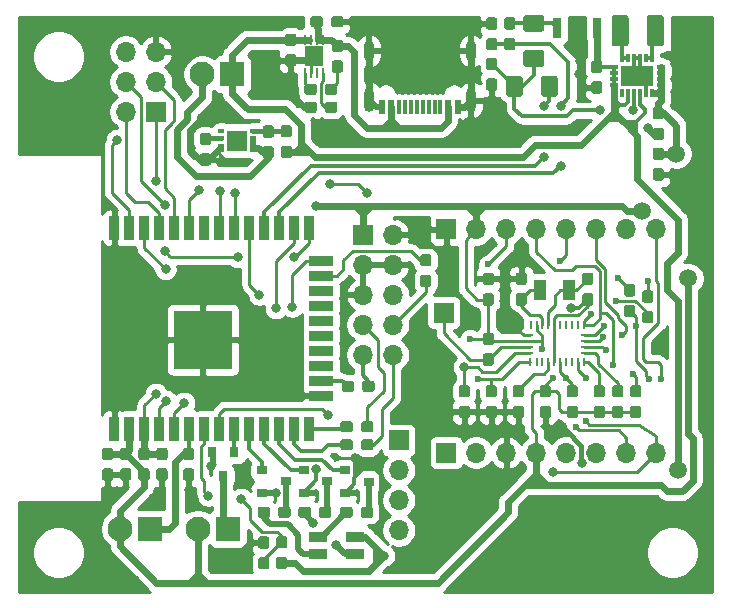
<source format=gbr>
G04 #@! TF.GenerationSoftware,KiCad,Pcbnew,(5.1.5)-2*
G04 #@! TF.CreationDate,2021-03-13T02:14:36+01:00*
G04 #@! TF.ProjectId,Versie1,56657273-6965-4312-9e6b-696361645f70,rev?*
G04 #@! TF.SameCoordinates,Original*
G04 #@! TF.FileFunction,Copper,L1,Top*
G04 #@! TF.FilePolarity,Positive*
%FSLAX46Y46*%
G04 Gerber Fmt 4.6, Leading zero omitted, Abs format (unit mm)*
G04 Created by KiCad (PCBNEW (5.1.5)-2) date 2021-03-13 02:14:36*
%MOMM*%
%LPD*%
G04 APERTURE LIST*
%ADD10C,0.100000*%
%ADD11R,0.250000X0.675000*%
%ADD12R,0.575000X0.250000*%
%ADD13R,1.800000X1.800000*%
%ADD14R,0.500000X0.750000*%
%ADD15R,0.500000X0.400000*%
%ADD16R,1.700000X1.700000*%
%ADD17O,1.700000X1.700000*%
%ADD18R,0.900000X0.800000*%
%ADD19R,0.800000X0.900000*%
%ADD20R,5.000000X5.000000*%
%ADD21R,0.900000X2.000000*%
%ADD22R,2.000000X0.900000*%
%ADD23R,2.750000X1.750000*%
%ADD24R,0.800000X0.300000*%
%ADD25R,0.300000X0.800000*%
%ADD26O,0.900000X2.000000*%
%ADD27O,0.900000X1.700000*%
%ADD28R,0.300000X1.160000*%
%ADD29R,0.600000X1.160000*%
%ADD30R,1.500000X0.900000*%
%ADD31R,1.000000X1.800000*%
%ADD32C,2.100000*%
%ADD33R,2.100000X2.100000*%
%ADD34R,0.800000X1.700000*%
%ADD35R,1.549400X1.752600*%
%ADD36R,0.254000X0.812800*%
%ADD37C,0.600000*%
%ADD38C,0.800000*%
%ADD39C,1.500000*%
%ADD40C,0.250000*%
%ADD41C,0.300000*%
%ADD42C,0.600000*%
%ADD43C,0.500000*%
%ADD44C,0.400000*%
%ADD45C,0.254000*%
G04 APERTURE END LIST*
G04 #@! TA.AperFunction,SMDPad,CuDef*
D10*
G36*
X114052779Y-84030144D02*
G01*
X114075834Y-84033563D01*
X114098443Y-84039227D01*
X114120387Y-84047079D01*
X114141457Y-84057044D01*
X114161448Y-84069026D01*
X114180168Y-84082910D01*
X114197438Y-84098562D01*
X114213090Y-84115832D01*
X114226974Y-84134552D01*
X114238956Y-84154543D01*
X114248921Y-84175613D01*
X114256773Y-84197557D01*
X114262437Y-84220166D01*
X114265856Y-84243221D01*
X114267000Y-84266500D01*
X114267000Y-84841500D01*
X114265856Y-84864779D01*
X114262437Y-84887834D01*
X114256773Y-84910443D01*
X114248921Y-84932387D01*
X114238956Y-84953457D01*
X114226974Y-84973448D01*
X114213090Y-84992168D01*
X114197438Y-85009438D01*
X114180168Y-85025090D01*
X114161448Y-85038974D01*
X114141457Y-85050956D01*
X114120387Y-85060921D01*
X114098443Y-85068773D01*
X114075834Y-85074437D01*
X114052779Y-85077856D01*
X114029500Y-85079000D01*
X113554500Y-85079000D01*
X113531221Y-85077856D01*
X113508166Y-85074437D01*
X113485557Y-85068773D01*
X113463613Y-85060921D01*
X113442543Y-85050956D01*
X113422552Y-85038974D01*
X113403832Y-85025090D01*
X113386562Y-85009438D01*
X113370910Y-84992168D01*
X113357026Y-84973448D01*
X113345044Y-84953457D01*
X113335079Y-84932387D01*
X113327227Y-84910443D01*
X113321563Y-84887834D01*
X113318144Y-84864779D01*
X113317000Y-84841500D01*
X113317000Y-84266500D01*
X113318144Y-84243221D01*
X113321563Y-84220166D01*
X113327227Y-84197557D01*
X113335079Y-84175613D01*
X113345044Y-84154543D01*
X113357026Y-84134552D01*
X113370910Y-84115832D01*
X113386562Y-84098562D01*
X113403832Y-84082910D01*
X113422552Y-84069026D01*
X113442543Y-84057044D01*
X113463613Y-84047079D01*
X113485557Y-84039227D01*
X113508166Y-84033563D01*
X113531221Y-84030144D01*
X113554500Y-84029000D01*
X114029500Y-84029000D01*
X114052779Y-84030144D01*
G37*
G04 #@! TD.AperFunction*
G04 #@! TA.AperFunction,SMDPad,CuDef*
G36*
X114052779Y-82280144D02*
G01*
X114075834Y-82283563D01*
X114098443Y-82289227D01*
X114120387Y-82297079D01*
X114141457Y-82307044D01*
X114161448Y-82319026D01*
X114180168Y-82332910D01*
X114197438Y-82348562D01*
X114213090Y-82365832D01*
X114226974Y-82384552D01*
X114238956Y-82404543D01*
X114248921Y-82425613D01*
X114256773Y-82447557D01*
X114262437Y-82470166D01*
X114265856Y-82493221D01*
X114267000Y-82516500D01*
X114267000Y-83091500D01*
X114265856Y-83114779D01*
X114262437Y-83137834D01*
X114256773Y-83160443D01*
X114248921Y-83182387D01*
X114238956Y-83203457D01*
X114226974Y-83223448D01*
X114213090Y-83242168D01*
X114197438Y-83259438D01*
X114180168Y-83275090D01*
X114161448Y-83288974D01*
X114141457Y-83300956D01*
X114120387Y-83310921D01*
X114098443Y-83318773D01*
X114075834Y-83324437D01*
X114052779Y-83327856D01*
X114029500Y-83329000D01*
X113554500Y-83329000D01*
X113531221Y-83327856D01*
X113508166Y-83324437D01*
X113485557Y-83318773D01*
X113463613Y-83310921D01*
X113442543Y-83300956D01*
X113422552Y-83288974D01*
X113403832Y-83275090D01*
X113386562Y-83259438D01*
X113370910Y-83242168D01*
X113357026Y-83223448D01*
X113345044Y-83203457D01*
X113335079Y-83182387D01*
X113327227Y-83160443D01*
X113321563Y-83137834D01*
X113318144Y-83114779D01*
X113317000Y-83091500D01*
X113317000Y-82516500D01*
X113318144Y-82493221D01*
X113321563Y-82470166D01*
X113327227Y-82447557D01*
X113335079Y-82425613D01*
X113345044Y-82404543D01*
X113357026Y-82384552D01*
X113370910Y-82365832D01*
X113386562Y-82348562D01*
X113403832Y-82332910D01*
X113422552Y-82319026D01*
X113442543Y-82307044D01*
X113463613Y-82297079D01*
X113485557Y-82289227D01*
X113508166Y-82283563D01*
X113531221Y-82280144D01*
X113554500Y-82279000D01*
X114029500Y-82279000D01*
X114052779Y-82280144D01*
G37*
G04 #@! TD.AperFunction*
G04 #@! TA.AperFunction,SMDPad,CuDef*
G36*
X89464779Y-110397144D02*
G01*
X89487834Y-110400563D01*
X89510443Y-110406227D01*
X89532387Y-110414079D01*
X89553457Y-110424044D01*
X89573448Y-110436026D01*
X89592168Y-110449910D01*
X89609438Y-110465562D01*
X89625090Y-110482832D01*
X89638974Y-110501552D01*
X89650956Y-110521543D01*
X89660921Y-110542613D01*
X89668773Y-110564557D01*
X89674437Y-110587166D01*
X89677856Y-110610221D01*
X89679000Y-110633500D01*
X89679000Y-111108500D01*
X89677856Y-111131779D01*
X89674437Y-111154834D01*
X89668773Y-111177443D01*
X89660921Y-111199387D01*
X89650956Y-111220457D01*
X89638974Y-111240448D01*
X89625090Y-111259168D01*
X89609438Y-111276438D01*
X89592168Y-111292090D01*
X89573448Y-111305974D01*
X89553457Y-111317956D01*
X89532387Y-111327921D01*
X89510443Y-111335773D01*
X89487834Y-111341437D01*
X89464779Y-111344856D01*
X89441500Y-111346000D01*
X88866500Y-111346000D01*
X88843221Y-111344856D01*
X88820166Y-111341437D01*
X88797557Y-111335773D01*
X88775613Y-111327921D01*
X88754543Y-111317956D01*
X88734552Y-111305974D01*
X88715832Y-111292090D01*
X88698562Y-111276438D01*
X88682910Y-111259168D01*
X88669026Y-111240448D01*
X88657044Y-111220457D01*
X88647079Y-111199387D01*
X88639227Y-111177443D01*
X88633563Y-111154834D01*
X88630144Y-111131779D01*
X88629000Y-111108500D01*
X88629000Y-110633500D01*
X88630144Y-110610221D01*
X88633563Y-110587166D01*
X88639227Y-110564557D01*
X88647079Y-110542613D01*
X88657044Y-110521543D01*
X88669026Y-110501552D01*
X88682910Y-110482832D01*
X88698562Y-110465562D01*
X88715832Y-110449910D01*
X88734552Y-110436026D01*
X88754543Y-110424044D01*
X88775613Y-110414079D01*
X88797557Y-110406227D01*
X88820166Y-110400563D01*
X88843221Y-110397144D01*
X88866500Y-110396000D01*
X89441500Y-110396000D01*
X89464779Y-110397144D01*
G37*
G04 #@! TD.AperFunction*
G04 #@! TA.AperFunction,SMDPad,CuDef*
G36*
X87714779Y-110397144D02*
G01*
X87737834Y-110400563D01*
X87760443Y-110406227D01*
X87782387Y-110414079D01*
X87803457Y-110424044D01*
X87823448Y-110436026D01*
X87842168Y-110449910D01*
X87859438Y-110465562D01*
X87875090Y-110482832D01*
X87888974Y-110501552D01*
X87900956Y-110521543D01*
X87910921Y-110542613D01*
X87918773Y-110564557D01*
X87924437Y-110587166D01*
X87927856Y-110610221D01*
X87929000Y-110633500D01*
X87929000Y-111108500D01*
X87927856Y-111131779D01*
X87924437Y-111154834D01*
X87918773Y-111177443D01*
X87910921Y-111199387D01*
X87900956Y-111220457D01*
X87888974Y-111240448D01*
X87875090Y-111259168D01*
X87859438Y-111276438D01*
X87842168Y-111292090D01*
X87823448Y-111305974D01*
X87803457Y-111317956D01*
X87782387Y-111327921D01*
X87760443Y-111335773D01*
X87737834Y-111341437D01*
X87714779Y-111344856D01*
X87691500Y-111346000D01*
X87116500Y-111346000D01*
X87093221Y-111344856D01*
X87070166Y-111341437D01*
X87047557Y-111335773D01*
X87025613Y-111327921D01*
X87004543Y-111317956D01*
X86984552Y-111305974D01*
X86965832Y-111292090D01*
X86948562Y-111276438D01*
X86932910Y-111259168D01*
X86919026Y-111240448D01*
X86907044Y-111220457D01*
X86897079Y-111199387D01*
X86889227Y-111177443D01*
X86883563Y-111154834D01*
X86880144Y-111131779D01*
X86879000Y-111108500D01*
X86879000Y-110633500D01*
X86880144Y-110610221D01*
X86883563Y-110587166D01*
X86889227Y-110564557D01*
X86897079Y-110542613D01*
X86907044Y-110521543D01*
X86919026Y-110501552D01*
X86932910Y-110482832D01*
X86948562Y-110465562D01*
X86965832Y-110449910D01*
X86984552Y-110436026D01*
X87004543Y-110424044D01*
X87025613Y-110414079D01*
X87047557Y-110406227D01*
X87070166Y-110400563D01*
X87093221Y-110397144D01*
X87116500Y-110396000D01*
X87691500Y-110396000D01*
X87714779Y-110397144D01*
G37*
G04 #@! TD.AperFunction*
G04 #@! TA.AperFunction,SMDPad,CuDef*
G36*
X82175779Y-120352144D02*
G01*
X82198834Y-120355563D01*
X82221443Y-120361227D01*
X82243387Y-120369079D01*
X82264457Y-120379044D01*
X82284448Y-120391026D01*
X82303168Y-120404910D01*
X82320438Y-120420562D01*
X82336090Y-120437832D01*
X82349974Y-120456552D01*
X82361956Y-120476543D01*
X82371921Y-120497613D01*
X82379773Y-120519557D01*
X82385437Y-120542166D01*
X82388856Y-120565221D01*
X82390000Y-120588500D01*
X82390000Y-121163500D01*
X82388856Y-121186779D01*
X82385437Y-121209834D01*
X82379773Y-121232443D01*
X82371921Y-121254387D01*
X82361956Y-121275457D01*
X82349974Y-121295448D01*
X82336090Y-121314168D01*
X82320438Y-121331438D01*
X82303168Y-121347090D01*
X82284448Y-121360974D01*
X82264457Y-121372956D01*
X82243387Y-121382921D01*
X82221443Y-121390773D01*
X82198834Y-121396437D01*
X82175779Y-121399856D01*
X82152500Y-121401000D01*
X81677500Y-121401000D01*
X81654221Y-121399856D01*
X81631166Y-121396437D01*
X81608557Y-121390773D01*
X81586613Y-121382921D01*
X81565543Y-121372956D01*
X81545552Y-121360974D01*
X81526832Y-121347090D01*
X81509562Y-121331438D01*
X81493910Y-121314168D01*
X81480026Y-121295448D01*
X81468044Y-121275457D01*
X81458079Y-121254387D01*
X81450227Y-121232443D01*
X81444563Y-121209834D01*
X81441144Y-121186779D01*
X81440000Y-121163500D01*
X81440000Y-120588500D01*
X81441144Y-120565221D01*
X81444563Y-120542166D01*
X81450227Y-120519557D01*
X81458079Y-120497613D01*
X81468044Y-120476543D01*
X81480026Y-120456552D01*
X81493910Y-120437832D01*
X81509562Y-120420562D01*
X81526832Y-120404910D01*
X81545552Y-120391026D01*
X81565543Y-120379044D01*
X81586613Y-120369079D01*
X81608557Y-120361227D01*
X81631166Y-120355563D01*
X81654221Y-120352144D01*
X81677500Y-120351000D01*
X82152500Y-120351000D01*
X82175779Y-120352144D01*
G37*
G04 #@! TD.AperFunction*
G04 #@! TA.AperFunction,SMDPad,CuDef*
G36*
X82175779Y-118602144D02*
G01*
X82198834Y-118605563D01*
X82221443Y-118611227D01*
X82243387Y-118619079D01*
X82264457Y-118629044D01*
X82284448Y-118641026D01*
X82303168Y-118654910D01*
X82320438Y-118670562D01*
X82336090Y-118687832D01*
X82349974Y-118706552D01*
X82361956Y-118726543D01*
X82371921Y-118747613D01*
X82379773Y-118769557D01*
X82385437Y-118792166D01*
X82388856Y-118815221D01*
X82390000Y-118838500D01*
X82390000Y-119413500D01*
X82388856Y-119436779D01*
X82385437Y-119459834D01*
X82379773Y-119482443D01*
X82371921Y-119504387D01*
X82361956Y-119525457D01*
X82349974Y-119545448D01*
X82336090Y-119564168D01*
X82320438Y-119581438D01*
X82303168Y-119597090D01*
X82284448Y-119610974D01*
X82264457Y-119622956D01*
X82243387Y-119632921D01*
X82221443Y-119640773D01*
X82198834Y-119646437D01*
X82175779Y-119649856D01*
X82152500Y-119651000D01*
X81677500Y-119651000D01*
X81654221Y-119649856D01*
X81631166Y-119646437D01*
X81608557Y-119640773D01*
X81586613Y-119632921D01*
X81565543Y-119622956D01*
X81545552Y-119610974D01*
X81526832Y-119597090D01*
X81509562Y-119581438D01*
X81493910Y-119564168D01*
X81480026Y-119545448D01*
X81468044Y-119525457D01*
X81458079Y-119504387D01*
X81450227Y-119482443D01*
X81444563Y-119459834D01*
X81441144Y-119436779D01*
X81440000Y-119413500D01*
X81440000Y-118838500D01*
X81441144Y-118815221D01*
X81444563Y-118792166D01*
X81450227Y-118769557D01*
X81458079Y-118747613D01*
X81468044Y-118726543D01*
X81480026Y-118706552D01*
X81493910Y-118687832D01*
X81509562Y-118670562D01*
X81526832Y-118654910D01*
X81545552Y-118641026D01*
X81565543Y-118629044D01*
X81586613Y-118619079D01*
X81608557Y-118611227D01*
X81631166Y-118605563D01*
X81654221Y-118602144D01*
X81677500Y-118601000D01*
X82152500Y-118601000D01*
X82175779Y-118602144D01*
G37*
G04 #@! TD.AperFunction*
G04 #@! TA.AperFunction,SMDPad,CuDef*
G36*
X80651779Y-118630144D02*
G01*
X80674834Y-118633563D01*
X80697443Y-118639227D01*
X80719387Y-118647079D01*
X80740457Y-118657044D01*
X80760448Y-118669026D01*
X80779168Y-118682910D01*
X80796438Y-118698562D01*
X80812090Y-118715832D01*
X80825974Y-118734552D01*
X80837956Y-118754543D01*
X80847921Y-118775613D01*
X80855773Y-118797557D01*
X80861437Y-118820166D01*
X80864856Y-118843221D01*
X80866000Y-118866500D01*
X80866000Y-119441500D01*
X80864856Y-119464779D01*
X80861437Y-119487834D01*
X80855773Y-119510443D01*
X80847921Y-119532387D01*
X80837956Y-119553457D01*
X80825974Y-119573448D01*
X80812090Y-119592168D01*
X80796438Y-119609438D01*
X80779168Y-119625090D01*
X80760448Y-119638974D01*
X80740457Y-119650956D01*
X80719387Y-119660921D01*
X80697443Y-119668773D01*
X80674834Y-119674437D01*
X80651779Y-119677856D01*
X80628500Y-119679000D01*
X80153500Y-119679000D01*
X80130221Y-119677856D01*
X80107166Y-119674437D01*
X80084557Y-119668773D01*
X80062613Y-119660921D01*
X80041543Y-119650956D01*
X80021552Y-119638974D01*
X80002832Y-119625090D01*
X79985562Y-119609438D01*
X79969910Y-119592168D01*
X79956026Y-119573448D01*
X79944044Y-119553457D01*
X79934079Y-119532387D01*
X79926227Y-119510443D01*
X79920563Y-119487834D01*
X79917144Y-119464779D01*
X79916000Y-119441500D01*
X79916000Y-118866500D01*
X79917144Y-118843221D01*
X79920563Y-118820166D01*
X79926227Y-118797557D01*
X79934079Y-118775613D01*
X79944044Y-118754543D01*
X79956026Y-118734552D01*
X79969910Y-118715832D01*
X79985562Y-118698562D01*
X80002832Y-118682910D01*
X80021552Y-118669026D01*
X80041543Y-118657044D01*
X80062613Y-118647079D01*
X80084557Y-118639227D01*
X80107166Y-118633563D01*
X80130221Y-118630144D01*
X80153500Y-118629000D01*
X80628500Y-118629000D01*
X80651779Y-118630144D01*
G37*
G04 #@! TD.AperFunction*
G04 #@! TA.AperFunction,SMDPad,CuDef*
G36*
X80651779Y-120380144D02*
G01*
X80674834Y-120383563D01*
X80697443Y-120389227D01*
X80719387Y-120397079D01*
X80740457Y-120407044D01*
X80760448Y-120419026D01*
X80779168Y-120432910D01*
X80796438Y-120448562D01*
X80812090Y-120465832D01*
X80825974Y-120484552D01*
X80837956Y-120504543D01*
X80847921Y-120525613D01*
X80855773Y-120547557D01*
X80861437Y-120570166D01*
X80864856Y-120593221D01*
X80866000Y-120616500D01*
X80866000Y-121191500D01*
X80864856Y-121214779D01*
X80861437Y-121237834D01*
X80855773Y-121260443D01*
X80847921Y-121282387D01*
X80837956Y-121303457D01*
X80825974Y-121323448D01*
X80812090Y-121342168D01*
X80796438Y-121359438D01*
X80779168Y-121375090D01*
X80760448Y-121388974D01*
X80740457Y-121400956D01*
X80719387Y-121410921D01*
X80697443Y-121418773D01*
X80674834Y-121424437D01*
X80651779Y-121427856D01*
X80628500Y-121429000D01*
X80153500Y-121429000D01*
X80130221Y-121427856D01*
X80107166Y-121424437D01*
X80084557Y-121418773D01*
X80062613Y-121410921D01*
X80041543Y-121400956D01*
X80021552Y-121388974D01*
X80002832Y-121375090D01*
X79985562Y-121359438D01*
X79969910Y-121342168D01*
X79956026Y-121323448D01*
X79944044Y-121303457D01*
X79934079Y-121282387D01*
X79926227Y-121260443D01*
X79920563Y-121237834D01*
X79917144Y-121214779D01*
X79916000Y-121191500D01*
X79916000Y-120616500D01*
X79917144Y-120593221D01*
X79920563Y-120570166D01*
X79926227Y-120547557D01*
X79934079Y-120525613D01*
X79944044Y-120504543D01*
X79956026Y-120484552D01*
X79969910Y-120465832D01*
X79985562Y-120448562D01*
X80002832Y-120432910D01*
X80021552Y-120419026D01*
X80041543Y-120407044D01*
X80062613Y-120397079D01*
X80084557Y-120389227D01*
X80107166Y-120383563D01*
X80130221Y-120380144D01*
X80153500Y-120379000D01*
X80628500Y-120379000D01*
X80651779Y-120380144D01*
G37*
G04 #@! TD.AperFunction*
D11*
X103483000Y-100751500D03*
X103983000Y-100751500D03*
X104483000Y-100751500D03*
X104983000Y-100751500D03*
X105483000Y-100751500D03*
X105983000Y-100751500D03*
X106483000Y-100751500D03*
X106983000Y-100751500D03*
X107546000Y-100751500D03*
D12*
X107546000Y-101563500D03*
X107546000Y-102063500D03*
X107546000Y-102563500D03*
X107546000Y-103063500D03*
D11*
X107496000Y-103876500D03*
X106983000Y-103876500D03*
X106483000Y-103876500D03*
X105983000Y-103876500D03*
X105483000Y-103876500D03*
X104983000Y-103876500D03*
X104483000Y-103876500D03*
X103983000Y-103876500D03*
X103483000Y-103876500D03*
X102920000Y-103876500D03*
D12*
X102920000Y-103063500D03*
X102920000Y-102563500D03*
X102920000Y-102063500D03*
X102920000Y-101563500D03*
D11*
X102983000Y-100751500D03*
G04 #@! TA.AperFunction,SMDPad,CuDef*
D10*
G36*
X103900504Y-77447704D02*
G01*
X103924773Y-77451304D01*
X103948571Y-77457265D01*
X103971671Y-77465530D01*
X103993849Y-77476020D01*
X104014893Y-77488633D01*
X104034598Y-77503247D01*
X104052777Y-77519723D01*
X104069253Y-77537902D01*
X104083867Y-77557607D01*
X104096480Y-77578651D01*
X104106970Y-77600829D01*
X104115235Y-77623929D01*
X104121196Y-77647727D01*
X104124796Y-77671996D01*
X104126000Y-77696500D01*
X104126000Y-78621500D01*
X104124796Y-78646004D01*
X104121196Y-78670273D01*
X104115235Y-78694071D01*
X104106970Y-78717171D01*
X104096480Y-78739349D01*
X104083867Y-78760393D01*
X104069253Y-78780098D01*
X104052777Y-78798277D01*
X104034598Y-78814753D01*
X104014893Y-78829367D01*
X103993849Y-78841980D01*
X103971671Y-78852470D01*
X103948571Y-78860735D01*
X103924773Y-78866696D01*
X103900504Y-78870296D01*
X103876000Y-78871500D01*
X102626000Y-78871500D01*
X102601496Y-78870296D01*
X102577227Y-78866696D01*
X102553429Y-78860735D01*
X102530329Y-78852470D01*
X102508151Y-78841980D01*
X102487107Y-78829367D01*
X102467402Y-78814753D01*
X102449223Y-78798277D01*
X102432747Y-78780098D01*
X102418133Y-78760393D01*
X102405520Y-78739349D01*
X102395030Y-78717171D01*
X102386765Y-78694071D01*
X102380804Y-78670273D01*
X102377204Y-78646004D01*
X102376000Y-78621500D01*
X102376000Y-77696500D01*
X102377204Y-77671996D01*
X102380804Y-77647727D01*
X102386765Y-77623929D01*
X102395030Y-77600829D01*
X102405520Y-77578651D01*
X102418133Y-77557607D01*
X102432747Y-77537902D01*
X102449223Y-77519723D01*
X102467402Y-77503247D01*
X102487107Y-77488633D01*
X102508151Y-77476020D01*
X102530329Y-77465530D01*
X102553429Y-77457265D01*
X102577227Y-77451304D01*
X102601496Y-77447704D01*
X102626000Y-77446500D01*
X103876000Y-77446500D01*
X103900504Y-77447704D01*
G37*
G04 #@! TD.AperFunction*
G04 #@! TA.AperFunction,SMDPad,CuDef*
G36*
X103900504Y-74472704D02*
G01*
X103924773Y-74476304D01*
X103948571Y-74482265D01*
X103971671Y-74490530D01*
X103993849Y-74501020D01*
X104014893Y-74513633D01*
X104034598Y-74528247D01*
X104052777Y-74544723D01*
X104069253Y-74562902D01*
X104083867Y-74582607D01*
X104096480Y-74603651D01*
X104106970Y-74625829D01*
X104115235Y-74648929D01*
X104121196Y-74672727D01*
X104124796Y-74696996D01*
X104126000Y-74721500D01*
X104126000Y-75646500D01*
X104124796Y-75671004D01*
X104121196Y-75695273D01*
X104115235Y-75719071D01*
X104106970Y-75742171D01*
X104096480Y-75764349D01*
X104083867Y-75785393D01*
X104069253Y-75805098D01*
X104052777Y-75823277D01*
X104034598Y-75839753D01*
X104014893Y-75854367D01*
X103993849Y-75866980D01*
X103971671Y-75877470D01*
X103948571Y-75885735D01*
X103924773Y-75891696D01*
X103900504Y-75895296D01*
X103876000Y-75896500D01*
X102626000Y-75896500D01*
X102601496Y-75895296D01*
X102577227Y-75891696D01*
X102553429Y-75885735D01*
X102530329Y-75877470D01*
X102508151Y-75866980D01*
X102487107Y-75854367D01*
X102467402Y-75839753D01*
X102449223Y-75823277D01*
X102432747Y-75805098D01*
X102418133Y-75785393D01*
X102405520Y-75764349D01*
X102395030Y-75742171D01*
X102386765Y-75719071D01*
X102380804Y-75695273D01*
X102377204Y-75671004D01*
X102376000Y-75646500D01*
X102376000Y-74721500D01*
X102377204Y-74696996D01*
X102380804Y-74672727D01*
X102386765Y-74648929D01*
X102395030Y-74625829D01*
X102405520Y-74603651D01*
X102418133Y-74582607D01*
X102432747Y-74562902D01*
X102449223Y-74544723D01*
X102467402Y-74528247D01*
X102487107Y-74513633D01*
X102508151Y-74501020D01*
X102530329Y-74490530D01*
X102553429Y-74482265D01*
X102577227Y-74476304D01*
X102601496Y-74472704D01*
X102626000Y-74471500D01*
X103876000Y-74471500D01*
X103900504Y-74472704D01*
G37*
G04 #@! TD.AperFunction*
G04 #@! TA.AperFunction,SMDPad,CuDef*
G36*
X105062004Y-79644204D02*
G01*
X105086273Y-79647804D01*
X105110071Y-79653765D01*
X105133171Y-79662030D01*
X105155349Y-79672520D01*
X105176393Y-79685133D01*
X105196098Y-79699747D01*
X105214277Y-79716223D01*
X105230753Y-79734402D01*
X105245367Y-79754107D01*
X105257980Y-79775151D01*
X105268470Y-79797329D01*
X105276735Y-79820429D01*
X105282696Y-79844227D01*
X105286296Y-79868496D01*
X105287500Y-79893000D01*
X105287500Y-81143000D01*
X105286296Y-81167504D01*
X105282696Y-81191773D01*
X105276735Y-81215571D01*
X105268470Y-81238671D01*
X105257980Y-81260849D01*
X105245367Y-81281893D01*
X105230753Y-81301598D01*
X105214277Y-81319777D01*
X105196098Y-81336253D01*
X105176393Y-81350867D01*
X105155349Y-81363480D01*
X105133171Y-81373970D01*
X105110071Y-81382235D01*
X105086273Y-81388196D01*
X105062004Y-81391796D01*
X105037500Y-81393000D01*
X104112500Y-81393000D01*
X104087996Y-81391796D01*
X104063727Y-81388196D01*
X104039929Y-81382235D01*
X104016829Y-81373970D01*
X103994651Y-81363480D01*
X103973607Y-81350867D01*
X103953902Y-81336253D01*
X103935723Y-81319777D01*
X103919247Y-81301598D01*
X103904633Y-81281893D01*
X103892020Y-81260849D01*
X103881530Y-81238671D01*
X103873265Y-81215571D01*
X103867304Y-81191773D01*
X103863704Y-81167504D01*
X103862500Y-81143000D01*
X103862500Y-79893000D01*
X103863704Y-79868496D01*
X103867304Y-79844227D01*
X103873265Y-79820429D01*
X103881530Y-79797329D01*
X103892020Y-79775151D01*
X103904633Y-79754107D01*
X103919247Y-79734402D01*
X103935723Y-79716223D01*
X103953902Y-79699747D01*
X103973607Y-79685133D01*
X103994651Y-79672520D01*
X104016829Y-79662030D01*
X104039929Y-79653765D01*
X104063727Y-79647804D01*
X104087996Y-79644204D01*
X104112500Y-79643000D01*
X105037500Y-79643000D01*
X105062004Y-79644204D01*
G37*
G04 #@! TD.AperFunction*
G04 #@! TA.AperFunction,SMDPad,CuDef*
G36*
X102087004Y-79644204D02*
G01*
X102111273Y-79647804D01*
X102135071Y-79653765D01*
X102158171Y-79662030D01*
X102180349Y-79672520D01*
X102201393Y-79685133D01*
X102221098Y-79699747D01*
X102239277Y-79716223D01*
X102255753Y-79734402D01*
X102270367Y-79754107D01*
X102282980Y-79775151D01*
X102293470Y-79797329D01*
X102301735Y-79820429D01*
X102307696Y-79844227D01*
X102311296Y-79868496D01*
X102312500Y-79893000D01*
X102312500Y-81143000D01*
X102311296Y-81167504D01*
X102307696Y-81191773D01*
X102301735Y-81215571D01*
X102293470Y-81238671D01*
X102282980Y-81260849D01*
X102270367Y-81281893D01*
X102255753Y-81301598D01*
X102239277Y-81319777D01*
X102221098Y-81336253D01*
X102201393Y-81350867D01*
X102180349Y-81363480D01*
X102158171Y-81373970D01*
X102135071Y-81382235D01*
X102111273Y-81388196D01*
X102087004Y-81391796D01*
X102062500Y-81393000D01*
X101137500Y-81393000D01*
X101112996Y-81391796D01*
X101088727Y-81388196D01*
X101064929Y-81382235D01*
X101041829Y-81373970D01*
X101019651Y-81363480D01*
X100998607Y-81350867D01*
X100978902Y-81336253D01*
X100960723Y-81319777D01*
X100944247Y-81301598D01*
X100929633Y-81281893D01*
X100917020Y-81260849D01*
X100906530Y-81238671D01*
X100898265Y-81215571D01*
X100892304Y-81191773D01*
X100888704Y-81167504D01*
X100887500Y-81143000D01*
X100887500Y-79893000D01*
X100888704Y-79868496D01*
X100892304Y-79844227D01*
X100898265Y-79820429D01*
X100906530Y-79797329D01*
X100917020Y-79775151D01*
X100929633Y-79754107D01*
X100944247Y-79734402D01*
X100960723Y-79716223D01*
X100978902Y-79699747D01*
X100998607Y-79685133D01*
X101019651Y-79672520D01*
X101041829Y-79662030D01*
X101064929Y-79653765D01*
X101088727Y-79647804D01*
X101112996Y-79644204D01*
X101137500Y-79643000D01*
X102062500Y-79643000D01*
X102087004Y-79644204D01*
G37*
G04 #@! TD.AperFunction*
D13*
X78137000Y-85113000D03*
D14*
X76787000Y-85713000D03*
D15*
X76787000Y-84938000D03*
X76787000Y-84338000D03*
X79487000Y-84338000D03*
X79487000Y-84938000D03*
D14*
X79487000Y-85713000D03*
D16*
X88773000Y-93091000D03*
D17*
X91313000Y-93091000D03*
X88773000Y-95631000D03*
X91313000Y-95631000D03*
X88773000Y-98171000D03*
X91313000Y-98171000D03*
X88773000Y-100711000D03*
X91313000Y-100711000D03*
X88773000Y-103251000D03*
X91313000Y-103251000D03*
D16*
X71247000Y-82677000D03*
D17*
X68707000Y-82677000D03*
X71247000Y-80137000D03*
X68707000Y-80137000D03*
X71247000Y-77597000D03*
X68707000Y-77597000D03*
D16*
X95835000Y-92613500D03*
D17*
X98375000Y-92613500D03*
X100915000Y-92613500D03*
X103455000Y-92613500D03*
X105995000Y-92613500D03*
X108535000Y-92613500D03*
X111075000Y-92613500D03*
X113615000Y-92613500D03*
X113615000Y-111536500D03*
X111075000Y-111536500D03*
X108535000Y-111536500D03*
X105995000Y-111536500D03*
X103455000Y-111536500D03*
X100915000Y-111536500D03*
X98375000Y-111536500D03*
D16*
X95835000Y-111536500D03*
X95631000Y-99695000D03*
D18*
X87265000Y-113035000D03*
X87265000Y-114935000D03*
X89265000Y-113985000D03*
X82264000Y-113980000D03*
X80264000Y-114930000D03*
X80264000Y-113030000D03*
X85772500Y-113980000D03*
X83772500Y-114930000D03*
X83772500Y-113030000D03*
D19*
X77912000Y-111522000D03*
X76012000Y-111522000D03*
X76962000Y-113522000D03*
D20*
X75245000Y-102000000D03*
D21*
X67745000Y-109500000D03*
X69015000Y-109500000D03*
X70285000Y-109500000D03*
X71555000Y-109500000D03*
X72825000Y-109500000D03*
X74095000Y-109500000D03*
X75365000Y-109500000D03*
X76635000Y-109500000D03*
X77905000Y-109500000D03*
X79175000Y-109500000D03*
X80445000Y-109500000D03*
X81715000Y-109500000D03*
X82985000Y-109500000D03*
X84255000Y-109500000D03*
D22*
X85255000Y-106715000D03*
X85255000Y-105445000D03*
X85255000Y-104175000D03*
X85255000Y-102905000D03*
X85255000Y-101635000D03*
X85255000Y-100365000D03*
X85255000Y-99095000D03*
X85255000Y-97825000D03*
X85255000Y-96555000D03*
X85255000Y-95285000D03*
D21*
X84255000Y-92500000D03*
X82985000Y-92500000D03*
X81715000Y-92500000D03*
X80445000Y-92500000D03*
X79175000Y-92500000D03*
X77905000Y-92500000D03*
X76635000Y-92500000D03*
X75365000Y-92500000D03*
X74095000Y-92500000D03*
X72825000Y-92500000D03*
X71555000Y-92500000D03*
X70285000Y-92500000D03*
X69015000Y-92500000D03*
X67745000Y-92500000D03*
G04 #@! TA.AperFunction,SMDPad,CuDef*
D10*
G36*
X72032779Y-112873144D02*
G01*
X72055834Y-112876563D01*
X72078443Y-112882227D01*
X72100387Y-112890079D01*
X72121457Y-112900044D01*
X72141448Y-112912026D01*
X72160168Y-112925910D01*
X72177438Y-112941562D01*
X72193090Y-112958832D01*
X72206974Y-112977552D01*
X72218956Y-112997543D01*
X72228921Y-113018613D01*
X72236773Y-113040557D01*
X72242437Y-113063166D01*
X72245856Y-113086221D01*
X72247000Y-113109500D01*
X72247000Y-113684500D01*
X72245856Y-113707779D01*
X72242437Y-113730834D01*
X72236773Y-113753443D01*
X72228921Y-113775387D01*
X72218956Y-113796457D01*
X72206974Y-113816448D01*
X72193090Y-113835168D01*
X72177438Y-113852438D01*
X72160168Y-113868090D01*
X72141448Y-113881974D01*
X72121457Y-113893956D01*
X72100387Y-113903921D01*
X72078443Y-113911773D01*
X72055834Y-113917437D01*
X72032779Y-113920856D01*
X72009500Y-113922000D01*
X71534500Y-113922000D01*
X71511221Y-113920856D01*
X71488166Y-113917437D01*
X71465557Y-113911773D01*
X71443613Y-113903921D01*
X71422543Y-113893956D01*
X71402552Y-113881974D01*
X71383832Y-113868090D01*
X71366562Y-113852438D01*
X71350910Y-113835168D01*
X71337026Y-113816448D01*
X71325044Y-113796457D01*
X71315079Y-113775387D01*
X71307227Y-113753443D01*
X71301563Y-113730834D01*
X71298144Y-113707779D01*
X71297000Y-113684500D01*
X71297000Y-113109500D01*
X71298144Y-113086221D01*
X71301563Y-113063166D01*
X71307227Y-113040557D01*
X71315079Y-113018613D01*
X71325044Y-112997543D01*
X71337026Y-112977552D01*
X71350910Y-112958832D01*
X71366562Y-112941562D01*
X71383832Y-112925910D01*
X71402552Y-112912026D01*
X71422543Y-112900044D01*
X71443613Y-112890079D01*
X71465557Y-112882227D01*
X71488166Y-112876563D01*
X71511221Y-112873144D01*
X71534500Y-112872000D01*
X72009500Y-112872000D01*
X72032779Y-112873144D01*
G37*
G04 #@! TD.AperFunction*
G04 #@! TA.AperFunction,SMDPad,CuDef*
G36*
X72032779Y-111123144D02*
G01*
X72055834Y-111126563D01*
X72078443Y-111132227D01*
X72100387Y-111140079D01*
X72121457Y-111150044D01*
X72141448Y-111162026D01*
X72160168Y-111175910D01*
X72177438Y-111191562D01*
X72193090Y-111208832D01*
X72206974Y-111227552D01*
X72218956Y-111247543D01*
X72228921Y-111268613D01*
X72236773Y-111290557D01*
X72242437Y-111313166D01*
X72245856Y-111336221D01*
X72247000Y-111359500D01*
X72247000Y-111934500D01*
X72245856Y-111957779D01*
X72242437Y-111980834D01*
X72236773Y-112003443D01*
X72228921Y-112025387D01*
X72218956Y-112046457D01*
X72206974Y-112066448D01*
X72193090Y-112085168D01*
X72177438Y-112102438D01*
X72160168Y-112118090D01*
X72141448Y-112131974D01*
X72121457Y-112143956D01*
X72100387Y-112153921D01*
X72078443Y-112161773D01*
X72055834Y-112167437D01*
X72032779Y-112170856D01*
X72009500Y-112172000D01*
X71534500Y-112172000D01*
X71511221Y-112170856D01*
X71488166Y-112167437D01*
X71465557Y-112161773D01*
X71443613Y-112153921D01*
X71422543Y-112143956D01*
X71402552Y-112131974D01*
X71383832Y-112118090D01*
X71366562Y-112102438D01*
X71350910Y-112085168D01*
X71337026Y-112066448D01*
X71325044Y-112046457D01*
X71315079Y-112025387D01*
X71307227Y-112003443D01*
X71301563Y-111980834D01*
X71298144Y-111957779D01*
X71297000Y-111934500D01*
X71297000Y-111359500D01*
X71298144Y-111336221D01*
X71301563Y-111313166D01*
X71307227Y-111290557D01*
X71315079Y-111268613D01*
X71325044Y-111247543D01*
X71337026Y-111227552D01*
X71350910Y-111208832D01*
X71366562Y-111191562D01*
X71383832Y-111175910D01*
X71402552Y-111162026D01*
X71422543Y-111150044D01*
X71443613Y-111140079D01*
X71465557Y-111132227D01*
X71488166Y-111126563D01*
X71511221Y-111123144D01*
X71534500Y-111122000D01*
X72009500Y-111122000D01*
X72032779Y-111123144D01*
G37*
G04 #@! TD.AperFunction*
G04 #@! TA.AperFunction,SMDPad,CuDef*
G36*
X67443779Y-112873144D02*
G01*
X67466834Y-112876563D01*
X67489443Y-112882227D01*
X67511387Y-112890079D01*
X67532457Y-112900044D01*
X67552448Y-112912026D01*
X67571168Y-112925910D01*
X67588438Y-112941562D01*
X67604090Y-112958832D01*
X67617974Y-112977552D01*
X67629956Y-112997543D01*
X67639921Y-113018613D01*
X67647773Y-113040557D01*
X67653437Y-113063166D01*
X67656856Y-113086221D01*
X67658000Y-113109500D01*
X67658000Y-113684500D01*
X67656856Y-113707779D01*
X67653437Y-113730834D01*
X67647773Y-113753443D01*
X67639921Y-113775387D01*
X67629956Y-113796457D01*
X67617974Y-113816448D01*
X67604090Y-113835168D01*
X67588438Y-113852438D01*
X67571168Y-113868090D01*
X67552448Y-113881974D01*
X67532457Y-113893956D01*
X67511387Y-113903921D01*
X67489443Y-113911773D01*
X67466834Y-113917437D01*
X67443779Y-113920856D01*
X67420500Y-113922000D01*
X66945500Y-113922000D01*
X66922221Y-113920856D01*
X66899166Y-113917437D01*
X66876557Y-113911773D01*
X66854613Y-113903921D01*
X66833543Y-113893956D01*
X66813552Y-113881974D01*
X66794832Y-113868090D01*
X66777562Y-113852438D01*
X66761910Y-113835168D01*
X66748026Y-113816448D01*
X66736044Y-113796457D01*
X66726079Y-113775387D01*
X66718227Y-113753443D01*
X66712563Y-113730834D01*
X66709144Y-113707779D01*
X66708000Y-113684500D01*
X66708000Y-113109500D01*
X66709144Y-113086221D01*
X66712563Y-113063166D01*
X66718227Y-113040557D01*
X66726079Y-113018613D01*
X66736044Y-112997543D01*
X66748026Y-112977552D01*
X66761910Y-112958832D01*
X66777562Y-112941562D01*
X66794832Y-112925910D01*
X66813552Y-112912026D01*
X66833543Y-112900044D01*
X66854613Y-112890079D01*
X66876557Y-112882227D01*
X66899166Y-112876563D01*
X66922221Y-112873144D01*
X66945500Y-112872000D01*
X67420500Y-112872000D01*
X67443779Y-112873144D01*
G37*
G04 #@! TD.AperFunction*
G04 #@! TA.AperFunction,SMDPad,CuDef*
G36*
X67443779Y-111123144D02*
G01*
X67466834Y-111126563D01*
X67489443Y-111132227D01*
X67511387Y-111140079D01*
X67532457Y-111150044D01*
X67552448Y-111162026D01*
X67571168Y-111175910D01*
X67588438Y-111191562D01*
X67604090Y-111208832D01*
X67617974Y-111227552D01*
X67629956Y-111247543D01*
X67639921Y-111268613D01*
X67647773Y-111290557D01*
X67653437Y-111313166D01*
X67656856Y-111336221D01*
X67658000Y-111359500D01*
X67658000Y-111934500D01*
X67656856Y-111957779D01*
X67653437Y-111980834D01*
X67647773Y-112003443D01*
X67639921Y-112025387D01*
X67629956Y-112046457D01*
X67617974Y-112066448D01*
X67604090Y-112085168D01*
X67588438Y-112102438D01*
X67571168Y-112118090D01*
X67552448Y-112131974D01*
X67532457Y-112143956D01*
X67511387Y-112153921D01*
X67489443Y-112161773D01*
X67466834Y-112167437D01*
X67443779Y-112170856D01*
X67420500Y-112172000D01*
X66945500Y-112172000D01*
X66922221Y-112170856D01*
X66899166Y-112167437D01*
X66876557Y-112161773D01*
X66854613Y-112153921D01*
X66833543Y-112143956D01*
X66813552Y-112131974D01*
X66794832Y-112118090D01*
X66777562Y-112102438D01*
X66761910Y-112085168D01*
X66748026Y-112066448D01*
X66736044Y-112046457D01*
X66726079Y-112025387D01*
X66718227Y-112003443D01*
X66712563Y-111980834D01*
X66709144Y-111957779D01*
X66708000Y-111934500D01*
X66708000Y-111359500D01*
X66709144Y-111336221D01*
X66712563Y-111313166D01*
X66718227Y-111290557D01*
X66726079Y-111268613D01*
X66736044Y-111247543D01*
X66748026Y-111227552D01*
X66761910Y-111208832D01*
X66777562Y-111191562D01*
X66794832Y-111175910D01*
X66813552Y-111162026D01*
X66833543Y-111150044D01*
X66854613Y-111140079D01*
X66876557Y-111132227D01*
X66899166Y-111126563D01*
X66922221Y-111123144D01*
X66945500Y-111122000D01*
X67420500Y-111122000D01*
X67443779Y-111123144D01*
G37*
G04 #@! TD.AperFunction*
G04 #@! TA.AperFunction,SMDPad,CuDef*
G36*
X81032779Y-85582144D02*
G01*
X81055834Y-85585563D01*
X81078443Y-85591227D01*
X81100387Y-85599079D01*
X81121457Y-85609044D01*
X81141448Y-85621026D01*
X81160168Y-85634910D01*
X81177438Y-85650562D01*
X81193090Y-85667832D01*
X81206974Y-85686552D01*
X81218956Y-85706543D01*
X81228921Y-85727613D01*
X81236773Y-85749557D01*
X81242437Y-85772166D01*
X81245856Y-85795221D01*
X81247000Y-85818500D01*
X81247000Y-86393500D01*
X81245856Y-86416779D01*
X81242437Y-86439834D01*
X81236773Y-86462443D01*
X81228921Y-86484387D01*
X81218956Y-86505457D01*
X81206974Y-86525448D01*
X81193090Y-86544168D01*
X81177438Y-86561438D01*
X81160168Y-86577090D01*
X81141448Y-86590974D01*
X81121457Y-86602956D01*
X81100387Y-86612921D01*
X81078443Y-86620773D01*
X81055834Y-86626437D01*
X81032779Y-86629856D01*
X81009500Y-86631000D01*
X80534500Y-86631000D01*
X80511221Y-86629856D01*
X80488166Y-86626437D01*
X80465557Y-86620773D01*
X80443613Y-86612921D01*
X80422543Y-86602956D01*
X80402552Y-86590974D01*
X80383832Y-86577090D01*
X80366562Y-86561438D01*
X80350910Y-86544168D01*
X80337026Y-86525448D01*
X80325044Y-86505457D01*
X80315079Y-86484387D01*
X80307227Y-86462443D01*
X80301563Y-86439834D01*
X80298144Y-86416779D01*
X80297000Y-86393500D01*
X80297000Y-85818500D01*
X80298144Y-85795221D01*
X80301563Y-85772166D01*
X80307227Y-85749557D01*
X80315079Y-85727613D01*
X80325044Y-85706543D01*
X80337026Y-85686552D01*
X80350910Y-85667832D01*
X80366562Y-85650562D01*
X80383832Y-85634910D01*
X80402552Y-85621026D01*
X80422543Y-85609044D01*
X80443613Y-85599079D01*
X80465557Y-85591227D01*
X80488166Y-85585563D01*
X80511221Y-85582144D01*
X80534500Y-85581000D01*
X81009500Y-85581000D01*
X81032779Y-85582144D01*
G37*
G04 #@! TD.AperFunction*
G04 #@! TA.AperFunction,SMDPad,CuDef*
G36*
X81032779Y-83832144D02*
G01*
X81055834Y-83835563D01*
X81078443Y-83841227D01*
X81100387Y-83849079D01*
X81121457Y-83859044D01*
X81141448Y-83871026D01*
X81160168Y-83884910D01*
X81177438Y-83900562D01*
X81193090Y-83917832D01*
X81206974Y-83936552D01*
X81218956Y-83956543D01*
X81228921Y-83977613D01*
X81236773Y-83999557D01*
X81242437Y-84022166D01*
X81245856Y-84045221D01*
X81247000Y-84068500D01*
X81247000Y-84643500D01*
X81245856Y-84666779D01*
X81242437Y-84689834D01*
X81236773Y-84712443D01*
X81228921Y-84734387D01*
X81218956Y-84755457D01*
X81206974Y-84775448D01*
X81193090Y-84794168D01*
X81177438Y-84811438D01*
X81160168Y-84827090D01*
X81141448Y-84840974D01*
X81121457Y-84852956D01*
X81100387Y-84862921D01*
X81078443Y-84870773D01*
X81055834Y-84876437D01*
X81032779Y-84879856D01*
X81009500Y-84881000D01*
X80534500Y-84881000D01*
X80511221Y-84879856D01*
X80488166Y-84876437D01*
X80465557Y-84870773D01*
X80443613Y-84862921D01*
X80422543Y-84852956D01*
X80402552Y-84840974D01*
X80383832Y-84827090D01*
X80366562Y-84811438D01*
X80350910Y-84794168D01*
X80337026Y-84775448D01*
X80325044Y-84755457D01*
X80315079Y-84734387D01*
X80307227Y-84712443D01*
X80301563Y-84689834D01*
X80298144Y-84666779D01*
X80297000Y-84643500D01*
X80297000Y-84068500D01*
X80298144Y-84045221D01*
X80301563Y-84022166D01*
X80307227Y-83999557D01*
X80315079Y-83977613D01*
X80325044Y-83956543D01*
X80337026Y-83936552D01*
X80350910Y-83917832D01*
X80366562Y-83900562D01*
X80383832Y-83884910D01*
X80402552Y-83871026D01*
X80422543Y-83859044D01*
X80443613Y-83849079D01*
X80465557Y-83841227D01*
X80488166Y-83835563D01*
X80511221Y-83832144D01*
X80534500Y-83831000D01*
X81009500Y-83831000D01*
X81032779Y-83832144D01*
G37*
G04 #@! TD.AperFunction*
G04 #@! TA.AperFunction,SMDPad,CuDef*
G36*
X68967779Y-112859144D02*
G01*
X68990834Y-112862563D01*
X69013443Y-112868227D01*
X69035387Y-112876079D01*
X69056457Y-112886044D01*
X69076448Y-112898026D01*
X69095168Y-112911910D01*
X69112438Y-112927562D01*
X69128090Y-112944832D01*
X69141974Y-112963552D01*
X69153956Y-112983543D01*
X69163921Y-113004613D01*
X69171773Y-113026557D01*
X69177437Y-113049166D01*
X69180856Y-113072221D01*
X69182000Y-113095500D01*
X69182000Y-113670500D01*
X69180856Y-113693779D01*
X69177437Y-113716834D01*
X69171773Y-113739443D01*
X69163921Y-113761387D01*
X69153956Y-113782457D01*
X69141974Y-113802448D01*
X69128090Y-113821168D01*
X69112438Y-113838438D01*
X69095168Y-113854090D01*
X69076448Y-113867974D01*
X69056457Y-113879956D01*
X69035387Y-113889921D01*
X69013443Y-113897773D01*
X68990834Y-113903437D01*
X68967779Y-113906856D01*
X68944500Y-113908000D01*
X68469500Y-113908000D01*
X68446221Y-113906856D01*
X68423166Y-113903437D01*
X68400557Y-113897773D01*
X68378613Y-113889921D01*
X68357543Y-113879956D01*
X68337552Y-113867974D01*
X68318832Y-113854090D01*
X68301562Y-113838438D01*
X68285910Y-113821168D01*
X68272026Y-113802448D01*
X68260044Y-113782457D01*
X68250079Y-113761387D01*
X68242227Y-113739443D01*
X68236563Y-113716834D01*
X68233144Y-113693779D01*
X68232000Y-113670500D01*
X68232000Y-113095500D01*
X68233144Y-113072221D01*
X68236563Y-113049166D01*
X68242227Y-113026557D01*
X68250079Y-113004613D01*
X68260044Y-112983543D01*
X68272026Y-112963552D01*
X68285910Y-112944832D01*
X68301562Y-112927562D01*
X68318832Y-112911910D01*
X68337552Y-112898026D01*
X68357543Y-112886044D01*
X68378613Y-112876079D01*
X68400557Y-112868227D01*
X68423166Y-112862563D01*
X68446221Y-112859144D01*
X68469500Y-112858000D01*
X68944500Y-112858000D01*
X68967779Y-112859144D01*
G37*
G04 #@! TD.AperFunction*
G04 #@! TA.AperFunction,SMDPad,CuDef*
G36*
X68967779Y-111109144D02*
G01*
X68990834Y-111112563D01*
X69013443Y-111118227D01*
X69035387Y-111126079D01*
X69056457Y-111136044D01*
X69076448Y-111148026D01*
X69095168Y-111161910D01*
X69112438Y-111177562D01*
X69128090Y-111194832D01*
X69141974Y-111213552D01*
X69153956Y-111233543D01*
X69163921Y-111254613D01*
X69171773Y-111276557D01*
X69177437Y-111299166D01*
X69180856Y-111322221D01*
X69182000Y-111345500D01*
X69182000Y-111920500D01*
X69180856Y-111943779D01*
X69177437Y-111966834D01*
X69171773Y-111989443D01*
X69163921Y-112011387D01*
X69153956Y-112032457D01*
X69141974Y-112052448D01*
X69128090Y-112071168D01*
X69112438Y-112088438D01*
X69095168Y-112104090D01*
X69076448Y-112117974D01*
X69056457Y-112129956D01*
X69035387Y-112139921D01*
X69013443Y-112147773D01*
X68990834Y-112153437D01*
X68967779Y-112156856D01*
X68944500Y-112158000D01*
X68469500Y-112158000D01*
X68446221Y-112156856D01*
X68423166Y-112153437D01*
X68400557Y-112147773D01*
X68378613Y-112139921D01*
X68357543Y-112129956D01*
X68337552Y-112117974D01*
X68318832Y-112104090D01*
X68301562Y-112088438D01*
X68285910Y-112071168D01*
X68272026Y-112052448D01*
X68260044Y-112032457D01*
X68250079Y-112011387D01*
X68242227Y-111989443D01*
X68236563Y-111966834D01*
X68233144Y-111943779D01*
X68232000Y-111920500D01*
X68232000Y-111345500D01*
X68233144Y-111322221D01*
X68236563Y-111299166D01*
X68242227Y-111276557D01*
X68250079Y-111254613D01*
X68260044Y-111233543D01*
X68272026Y-111213552D01*
X68285910Y-111194832D01*
X68301562Y-111177562D01*
X68318832Y-111161910D01*
X68337552Y-111148026D01*
X68357543Y-111136044D01*
X68378613Y-111126079D01*
X68400557Y-111118227D01*
X68423166Y-111112563D01*
X68446221Y-111109144D01*
X68469500Y-111108000D01*
X68944500Y-111108000D01*
X68967779Y-111109144D01*
G37*
G04 #@! TD.AperFunction*
G04 #@! TA.AperFunction,SMDPad,CuDef*
G36*
X104477779Y-107569644D02*
G01*
X104500834Y-107573063D01*
X104523443Y-107578727D01*
X104545387Y-107586579D01*
X104566457Y-107596544D01*
X104586448Y-107608526D01*
X104605168Y-107622410D01*
X104622438Y-107638062D01*
X104638090Y-107655332D01*
X104651974Y-107674052D01*
X104663956Y-107694043D01*
X104673921Y-107715113D01*
X104681773Y-107737057D01*
X104687437Y-107759666D01*
X104690856Y-107782721D01*
X104692000Y-107806000D01*
X104692000Y-108381000D01*
X104690856Y-108404279D01*
X104687437Y-108427334D01*
X104681773Y-108449943D01*
X104673921Y-108471887D01*
X104663956Y-108492957D01*
X104651974Y-108512948D01*
X104638090Y-108531668D01*
X104622438Y-108548938D01*
X104605168Y-108564590D01*
X104586448Y-108578474D01*
X104566457Y-108590456D01*
X104545387Y-108600421D01*
X104523443Y-108608273D01*
X104500834Y-108613937D01*
X104477779Y-108617356D01*
X104454500Y-108618500D01*
X103979500Y-108618500D01*
X103956221Y-108617356D01*
X103933166Y-108613937D01*
X103910557Y-108608273D01*
X103888613Y-108600421D01*
X103867543Y-108590456D01*
X103847552Y-108578474D01*
X103828832Y-108564590D01*
X103811562Y-108548938D01*
X103795910Y-108531668D01*
X103782026Y-108512948D01*
X103770044Y-108492957D01*
X103760079Y-108471887D01*
X103752227Y-108449943D01*
X103746563Y-108427334D01*
X103743144Y-108404279D01*
X103742000Y-108381000D01*
X103742000Y-107806000D01*
X103743144Y-107782721D01*
X103746563Y-107759666D01*
X103752227Y-107737057D01*
X103760079Y-107715113D01*
X103770044Y-107694043D01*
X103782026Y-107674052D01*
X103795910Y-107655332D01*
X103811562Y-107638062D01*
X103828832Y-107622410D01*
X103847552Y-107608526D01*
X103867543Y-107596544D01*
X103888613Y-107586579D01*
X103910557Y-107578727D01*
X103933166Y-107573063D01*
X103956221Y-107569644D01*
X103979500Y-107568500D01*
X104454500Y-107568500D01*
X104477779Y-107569644D01*
G37*
G04 #@! TD.AperFunction*
G04 #@! TA.AperFunction,SMDPad,CuDef*
G36*
X104477779Y-105819644D02*
G01*
X104500834Y-105823063D01*
X104523443Y-105828727D01*
X104545387Y-105836579D01*
X104566457Y-105846544D01*
X104586448Y-105858526D01*
X104605168Y-105872410D01*
X104622438Y-105888062D01*
X104638090Y-105905332D01*
X104651974Y-105924052D01*
X104663956Y-105944043D01*
X104673921Y-105965113D01*
X104681773Y-105987057D01*
X104687437Y-106009666D01*
X104690856Y-106032721D01*
X104692000Y-106056000D01*
X104692000Y-106631000D01*
X104690856Y-106654279D01*
X104687437Y-106677334D01*
X104681773Y-106699943D01*
X104673921Y-106721887D01*
X104663956Y-106742957D01*
X104651974Y-106762948D01*
X104638090Y-106781668D01*
X104622438Y-106798938D01*
X104605168Y-106814590D01*
X104586448Y-106828474D01*
X104566457Y-106840456D01*
X104545387Y-106850421D01*
X104523443Y-106858273D01*
X104500834Y-106863937D01*
X104477779Y-106867356D01*
X104454500Y-106868500D01*
X103979500Y-106868500D01*
X103956221Y-106867356D01*
X103933166Y-106863937D01*
X103910557Y-106858273D01*
X103888613Y-106850421D01*
X103867543Y-106840456D01*
X103847552Y-106828474D01*
X103828832Y-106814590D01*
X103811562Y-106798938D01*
X103795910Y-106781668D01*
X103782026Y-106762948D01*
X103770044Y-106742957D01*
X103760079Y-106721887D01*
X103752227Y-106699943D01*
X103746563Y-106677334D01*
X103743144Y-106654279D01*
X103742000Y-106631000D01*
X103742000Y-106056000D01*
X103743144Y-106032721D01*
X103746563Y-106009666D01*
X103752227Y-105987057D01*
X103760079Y-105965113D01*
X103770044Y-105944043D01*
X103782026Y-105924052D01*
X103795910Y-105905332D01*
X103811562Y-105888062D01*
X103828832Y-105872410D01*
X103847552Y-105858526D01*
X103867543Y-105846544D01*
X103888613Y-105836579D01*
X103910557Y-105828727D01*
X103933166Y-105823063D01*
X103956221Y-105819644D01*
X103979500Y-105818500D01*
X104454500Y-105818500D01*
X104477779Y-105819644D01*
G37*
G04 #@! TD.AperFunction*
G04 #@! TA.AperFunction,SMDPad,CuDef*
G36*
X99651779Y-98058644D02*
G01*
X99674834Y-98062063D01*
X99697443Y-98067727D01*
X99719387Y-98075579D01*
X99740457Y-98085544D01*
X99760448Y-98097526D01*
X99779168Y-98111410D01*
X99796438Y-98127062D01*
X99812090Y-98144332D01*
X99825974Y-98163052D01*
X99837956Y-98183043D01*
X99847921Y-98204113D01*
X99855773Y-98226057D01*
X99861437Y-98248666D01*
X99864856Y-98271721D01*
X99866000Y-98295000D01*
X99866000Y-98870000D01*
X99864856Y-98893279D01*
X99861437Y-98916334D01*
X99855773Y-98938943D01*
X99847921Y-98960887D01*
X99837956Y-98981957D01*
X99825974Y-99001948D01*
X99812090Y-99020668D01*
X99796438Y-99037938D01*
X99779168Y-99053590D01*
X99760448Y-99067474D01*
X99740457Y-99079456D01*
X99719387Y-99089421D01*
X99697443Y-99097273D01*
X99674834Y-99102937D01*
X99651779Y-99106356D01*
X99628500Y-99107500D01*
X99153500Y-99107500D01*
X99130221Y-99106356D01*
X99107166Y-99102937D01*
X99084557Y-99097273D01*
X99062613Y-99089421D01*
X99041543Y-99079456D01*
X99021552Y-99067474D01*
X99002832Y-99053590D01*
X98985562Y-99037938D01*
X98969910Y-99020668D01*
X98956026Y-99001948D01*
X98944044Y-98981957D01*
X98934079Y-98960887D01*
X98926227Y-98938943D01*
X98920563Y-98916334D01*
X98917144Y-98893279D01*
X98916000Y-98870000D01*
X98916000Y-98295000D01*
X98917144Y-98271721D01*
X98920563Y-98248666D01*
X98926227Y-98226057D01*
X98934079Y-98204113D01*
X98944044Y-98183043D01*
X98956026Y-98163052D01*
X98969910Y-98144332D01*
X98985562Y-98127062D01*
X99002832Y-98111410D01*
X99021552Y-98097526D01*
X99041543Y-98085544D01*
X99062613Y-98075579D01*
X99084557Y-98067727D01*
X99107166Y-98062063D01*
X99130221Y-98058644D01*
X99153500Y-98057500D01*
X99628500Y-98057500D01*
X99651779Y-98058644D01*
G37*
G04 #@! TD.AperFunction*
G04 #@! TA.AperFunction,SMDPad,CuDef*
G36*
X99651779Y-96308644D02*
G01*
X99674834Y-96312063D01*
X99697443Y-96317727D01*
X99719387Y-96325579D01*
X99740457Y-96335544D01*
X99760448Y-96347526D01*
X99779168Y-96361410D01*
X99796438Y-96377062D01*
X99812090Y-96394332D01*
X99825974Y-96413052D01*
X99837956Y-96433043D01*
X99847921Y-96454113D01*
X99855773Y-96476057D01*
X99861437Y-96498666D01*
X99864856Y-96521721D01*
X99866000Y-96545000D01*
X99866000Y-97120000D01*
X99864856Y-97143279D01*
X99861437Y-97166334D01*
X99855773Y-97188943D01*
X99847921Y-97210887D01*
X99837956Y-97231957D01*
X99825974Y-97251948D01*
X99812090Y-97270668D01*
X99796438Y-97287938D01*
X99779168Y-97303590D01*
X99760448Y-97317474D01*
X99740457Y-97329456D01*
X99719387Y-97339421D01*
X99697443Y-97347273D01*
X99674834Y-97352937D01*
X99651779Y-97356356D01*
X99628500Y-97357500D01*
X99153500Y-97357500D01*
X99130221Y-97356356D01*
X99107166Y-97352937D01*
X99084557Y-97347273D01*
X99062613Y-97339421D01*
X99041543Y-97329456D01*
X99021552Y-97317474D01*
X99002832Y-97303590D01*
X98985562Y-97287938D01*
X98969910Y-97270668D01*
X98956026Y-97251948D01*
X98944044Y-97231957D01*
X98934079Y-97210887D01*
X98926227Y-97188943D01*
X98920563Y-97166334D01*
X98917144Y-97143279D01*
X98916000Y-97120000D01*
X98916000Y-96545000D01*
X98917144Y-96521721D01*
X98920563Y-96498666D01*
X98926227Y-96476057D01*
X98934079Y-96454113D01*
X98944044Y-96433043D01*
X98956026Y-96413052D01*
X98969910Y-96394332D01*
X98985562Y-96377062D01*
X99002832Y-96361410D01*
X99021552Y-96347526D01*
X99041543Y-96335544D01*
X99062613Y-96325579D01*
X99084557Y-96317727D01*
X99107166Y-96312063D01*
X99130221Y-96308644D01*
X99153500Y-96307500D01*
X99628500Y-96307500D01*
X99651779Y-96308644D01*
G37*
G04 #@! TD.AperFunction*
G04 #@! TA.AperFunction,SMDPad,CuDef*
G36*
X102191779Y-105819644D02*
G01*
X102214834Y-105823063D01*
X102237443Y-105828727D01*
X102259387Y-105836579D01*
X102280457Y-105846544D01*
X102300448Y-105858526D01*
X102319168Y-105872410D01*
X102336438Y-105888062D01*
X102352090Y-105905332D01*
X102365974Y-105924052D01*
X102377956Y-105944043D01*
X102387921Y-105965113D01*
X102395773Y-105987057D01*
X102401437Y-106009666D01*
X102404856Y-106032721D01*
X102406000Y-106056000D01*
X102406000Y-106631000D01*
X102404856Y-106654279D01*
X102401437Y-106677334D01*
X102395773Y-106699943D01*
X102387921Y-106721887D01*
X102377956Y-106742957D01*
X102365974Y-106762948D01*
X102352090Y-106781668D01*
X102336438Y-106798938D01*
X102319168Y-106814590D01*
X102300448Y-106828474D01*
X102280457Y-106840456D01*
X102259387Y-106850421D01*
X102237443Y-106858273D01*
X102214834Y-106863937D01*
X102191779Y-106867356D01*
X102168500Y-106868500D01*
X101693500Y-106868500D01*
X101670221Y-106867356D01*
X101647166Y-106863937D01*
X101624557Y-106858273D01*
X101602613Y-106850421D01*
X101581543Y-106840456D01*
X101561552Y-106828474D01*
X101542832Y-106814590D01*
X101525562Y-106798938D01*
X101509910Y-106781668D01*
X101496026Y-106762948D01*
X101484044Y-106742957D01*
X101474079Y-106721887D01*
X101466227Y-106699943D01*
X101460563Y-106677334D01*
X101457144Y-106654279D01*
X101456000Y-106631000D01*
X101456000Y-106056000D01*
X101457144Y-106032721D01*
X101460563Y-106009666D01*
X101466227Y-105987057D01*
X101474079Y-105965113D01*
X101484044Y-105944043D01*
X101496026Y-105924052D01*
X101509910Y-105905332D01*
X101525562Y-105888062D01*
X101542832Y-105872410D01*
X101561552Y-105858526D01*
X101581543Y-105846544D01*
X101602613Y-105836579D01*
X101624557Y-105828727D01*
X101647166Y-105823063D01*
X101670221Y-105819644D01*
X101693500Y-105818500D01*
X102168500Y-105818500D01*
X102191779Y-105819644D01*
G37*
G04 #@! TD.AperFunction*
G04 #@! TA.AperFunction,SMDPad,CuDef*
G36*
X102191779Y-107569644D02*
G01*
X102214834Y-107573063D01*
X102237443Y-107578727D01*
X102259387Y-107586579D01*
X102280457Y-107596544D01*
X102300448Y-107608526D01*
X102319168Y-107622410D01*
X102336438Y-107638062D01*
X102352090Y-107655332D01*
X102365974Y-107674052D01*
X102377956Y-107694043D01*
X102387921Y-107715113D01*
X102395773Y-107737057D01*
X102401437Y-107759666D01*
X102404856Y-107782721D01*
X102406000Y-107806000D01*
X102406000Y-108381000D01*
X102404856Y-108404279D01*
X102401437Y-108427334D01*
X102395773Y-108449943D01*
X102387921Y-108471887D01*
X102377956Y-108492957D01*
X102365974Y-108512948D01*
X102352090Y-108531668D01*
X102336438Y-108548938D01*
X102319168Y-108564590D01*
X102300448Y-108578474D01*
X102280457Y-108590456D01*
X102259387Y-108600421D01*
X102237443Y-108608273D01*
X102214834Y-108613937D01*
X102191779Y-108617356D01*
X102168500Y-108618500D01*
X101693500Y-108618500D01*
X101670221Y-108617356D01*
X101647166Y-108613937D01*
X101624557Y-108608273D01*
X101602613Y-108600421D01*
X101581543Y-108590456D01*
X101561552Y-108578474D01*
X101542832Y-108564590D01*
X101525562Y-108548938D01*
X101509910Y-108531668D01*
X101496026Y-108512948D01*
X101484044Y-108492957D01*
X101474079Y-108471887D01*
X101466227Y-108449943D01*
X101460563Y-108427334D01*
X101457144Y-108404279D01*
X101456000Y-108381000D01*
X101456000Y-107806000D01*
X101457144Y-107782721D01*
X101460563Y-107759666D01*
X101466227Y-107737057D01*
X101474079Y-107715113D01*
X101484044Y-107694043D01*
X101496026Y-107674052D01*
X101509910Y-107655332D01*
X101525562Y-107638062D01*
X101542832Y-107622410D01*
X101561552Y-107608526D01*
X101581543Y-107596544D01*
X101602613Y-107586579D01*
X101624557Y-107578727D01*
X101647166Y-107573063D01*
X101670221Y-107569644D01*
X101693500Y-107568500D01*
X102168500Y-107568500D01*
X102191779Y-107569644D01*
G37*
G04 #@! TD.AperFunction*
G04 #@! TA.AperFunction,SMDPad,CuDef*
G36*
X102445779Y-96294644D02*
G01*
X102468834Y-96298063D01*
X102491443Y-96303727D01*
X102513387Y-96311579D01*
X102534457Y-96321544D01*
X102554448Y-96333526D01*
X102573168Y-96347410D01*
X102590438Y-96363062D01*
X102606090Y-96380332D01*
X102619974Y-96399052D01*
X102631956Y-96419043D01*
X102641921Y-96440113D01*
X102649773Y-96462057D01*
X102655437Y-96484666D01*
X102658856Y-96507721D01*
X102660000Y-96531000D01*
X102660000Y-97106000D01*
X102658856Y-97129279D01*
X102655437Y-97152334D01*
X102649773Y-97174943D01*
X102641921Y-97196887D01*
X102631956Y-97217957D01*
X102619974Y-97237948D01*
X102606090Y-97256668D01*
X102590438Y-97273938D01*
X102573168Y-97289590D01*
X102554448Y-97303474D01*
X102534457Y-97315456D01*
X102513387Y-97325421D01*
X102491443Y-97333273D01*
X102468834Y-97338937D01*
X102445779Y-97342356D01*
X102422500Y-97343500D01*
X101947500Y-97343500D01*
X101924221Y-97342356D01*
X101901166Y-97338937D01*
X101878557Y-97333273D01*
X101856613Y-97325421D01*
X101835543Y-97315456D01*
X101815552Y-97303474D01*
X101796832Y-97289590D01*
X101779562Y-97273938D01*
X101763910Y-97256668D01*
X101750026Y-97237948D01*
X101738044Y-97217957D01*
X101728079Y-97196887D01*
X101720227Y-97174943D01*
X101714563Y-97152334D01*
X101711144Y-97129279D01*
X101710000Y-97106000D01*
X101710000Y-96531000D01*
X101711144Y-96507721D01*
X101714563Y-96484666D01*
X101720227Y-96462057D01*
X101728079Y-96440113D01*
X101738044Y-96419043D01*
X101750026Y-96399052D01*
X101763910Y-96380332D01*
X101779562Y-96363062D01*
X101796832Y-96347410D01*
X101815552Y-96333526D01*
X101835543Y-96321544D01*
X101856613Y-96311579D01*
X101878557Y-96303727D01*
X101901166Y-96298063D01*
X101924221Y-96294644D01*
X101947500Y-96293500D01*
X102422500Y-96293500D01*
X102445779Y-96294644D01*
G37*
G04 #@! TD.AperFunction*
G04 #@! TA.AperFunction,SMDPad,CuDef*
G36*
X102445779Y-98044644D02*
G01*
X102468834Y-98048063D01*
X102491443Y-98053727D01*
X102513387Y-98061579D01*
X102534457Y-98071544D01*
X102554448Y-98083526D01*
X102573168Y-98097410D01*
X102590438Y-98113062D01*
X102606090Y-98130332D01*
X102619974Y-98149052D01*
X102631956Y-98169043D01*
X102641921Y-98190113D01*
X102649773Y-98212057D01*
X102655437Y-98234666D01*
X102658856Y-98257721D01*
X102660000Y-98281000D01*
X102660000Y-98856000D01*
X102658856Y-98879279D01*
X102655437Y-98902334D01*
X102649773Y-98924943D01*
X102641921Y-98946887D01*
X102631956Y-98967957D01*
X102619974Y-98987948D01*
X102606090Y-99006668D01*
X102590438Y-99023938D01*
X102573168Y-99039590D01*
X102554448Y-99053474D01*
X102534457Y-99065456D01*
X102513387Y-99075421D01*
X102491443Y-99083273D01*
X102468834Y-99088937D01*
X102445779Y-99092356D01*
X102422500Y-99093500D01*
X101947500Y-99093500D01*
X101924221Y-99092356D01*
X101901166Y-99088937D01*
X101878557Y-99083273D01*
X101856613Y-99075421D01*
X101835543Y-99065456D01*
X101815552Y-99053474D01*
X101796832Y-99039590D01*
X101779562Y-99023938D01*
X101763910Y-99006668D01*
X101750026Y-98987948D01*
X101738044Y-98967957D01*
X101728079Y-98946887D01*
X101720227Y-98924943D01*
X101714563Y-98902334D01*
X101711144Y-98879279D01*
X101710000Y-98856000D01*
X101710000Y-98281000D01*
X101711144Y-98257721D01*
X101714563Y-98234666D01*
X101720227Y-98212057D01*
X101728079Y-98190113D01*
X101738044Y-98169043D01*
X101750026Y-98149052D01*
X101763910Y-98130332D01*
X101779562Y-98113062D01*
X101796832Y-98097410D01*
X101815552Y-98083526D01*
X101835543Y-98071544D01*
X101856613Y-98061579D01*
X101878557Y-98053727D01*
X101901166Y-98048063D01*
X101924221Y-98044644D01*
X101947500Y-98043500D01*
X102422500Y-98043500D01*
X102445779Y-98044644D01*
G37*
G04 #@! TD.AperFunction*
G04 #@! TA.AperFunction,SMDPad,CuDef*
G36*
X108083779Y-96294644D02*
G01*
X108106834Y-96298063D01*
X108129443Y-96303727D01*
X108151387Y-96311579D01*
X108172457Y-96321544D01*
X108192448Y-96333526D01*
X108211168Y-96347410D01*
X108228438Y-96363062D01*
X108244090Y-96380332D01*
X108257974Y-96399052D01*
X108269956Y-96419043D01*
X108279921Y-96440113D01*
X108287773Y-96462057D01*
X108293437Y-96484666D01*
X108296856Y-96507721D01*
X108298000Y-96531000D01*
X108298000Y-97106000D01*
X108296856Y-97129279D01*
X108293437Y-97152334D01*
X108287773Y-97174943D01*
X108279921Y-97196887D01*
X108269956Y-97217957D01*
X108257974Y-97237948D01*
X108244090Y-97256668D01*
X108228438Y-97273938D01*
X108211168Y-97289590D01*
X108192448Y-97303474D01*
X108172457Y-97315456D01*
X108151387Y-97325421D01*
X108129443Y-97333273D01*
X108106834Y-97338937D01*
X108083779Y-97342356D01*
X108060500Y-97343500D01*
X107585500Y-97343500D01*
X107562221Y-97342356D01*
X107539166Y-97338937D01*
X107516557Y-97333273D01*
X107494613Y-97325421D01*
X107473543Y-97315456D01*
X107453552Y-97303474D01*
X107434832Y-97289590D01*
X107417562Y-97273938D01*
X107401910Y-97256668D01*
X107388026Y-97237948D01*
X107376044Y-97217957D01*
X107366079Y-97196887D01*
X107358227Y-97174943D01*
X107352563Y-97152334D01*
X107349144Y-97129279D01*
X107348000Y-97106000D01*
X107348000Y-96531000D01*
X107349144Y-96507721D01*
X107352563Y-96484666D01*
X107358227Y-96462057D01*
X107366079Y-96440113D01*
X107376044Y-96419043D01*
X107388026Y-96399052D01*
X107401910Y-96380332D01*
X107417562Y-96363062D01*
X107434832Y-96347410D01*
X107453552Y-96333526D01*
X107473543Y-96321544D01*
X107494613Y-96311579D01*
X107516557Y-96303727D01*
X107539166Y-96298063D01*
X107562221Y-96294644D01*
X107585500Y-96293500D01*
X108060500Y-96293500D01*
X108083779Y-96294644D01*
G37*
G04 #@! TD.AperFunction*
G04 #@! TA.AperFunction,SMDPad,CuDef*
G36*
X108083779Y-98044644D02*
G01*
X108106834Y-98048063D01*
X108129443Y-98053727D01*
X108151387Y-98061579D01*
X108172457Y-98071544D01*
X108192448Y-98083526D01*
X108211168Y-98097410D01*
X108228438Y-98113062D01*
X108244090Y-98130332D01*
X108257974Y-98149052D01*
X108269956Y-98169043D01*
X108279921Y-98190113D01*
X108287773Y-98212057D01*
X108293437Y-98234666D01*
X108296856Y-98257721D01*
X108298000Y-98281000D01*
X108298000Y-98856000D01*
X108296856Y-98879279D01*
X108293437Y-98902334D01*
X108287773Y-98924943D01*
X108279921Y-98946887D01*
X108269956Y-98967957D01*
X108257974Y-98987948D01*
X108244090Y-99006668D01*
X108228438Y-99023938D01*
X108211168Y-99039590D01*
X108192448Y-99053474D01*
X108172457Y-99065456D01*
X108151387Y-99075421D01*
X108129443Y-99083273D01*
X108106834Y-99088937D01*
X108083779Y-99092356D01*
X108060500Y-99093500D01*
X107585500Y-99093500D01*
X107562221Y-99092356D01*
X107539166Y-99088937D01*
X107516557Y-99083273D01*
X107494613Y-99075421D01*
X107473543Y-99065456D01*
X107453552Y-99053474D01*
X107434832Y-99039590D01*
X107417562Y-99023938D01*
X107401910Y-99006668D01*
X107388026Y-98987948D01*
X107376044Y-98967957D01*
X107366079Y-98946887D01*
X107358227Y-98924943D01*
X107352563Y-98902334D01*
X107349144Y-98879279D01*
X107348000Y-98856000D01*
X107348000Y-98281000D01*
X107349144Y-98257721D01*
X107352563Y-98234666D01*
X107358227Y-98212057D01*
X107366079Y-98190113D01*
X107376044Y-98169043D01*
X107388026Y-98149052D01*
X107401910Y-98130332D01*
X107417562Y-98113062D01*
X107434832Y-98097410D01*
X107453552Y-98083526D01*
X107473543Y-98071544D01*
X107494613Y-98061579D01*
X107516557Y-98053727D01*
X107539166Y-98048063D01*
X107562221Y-98044644D01*
X107585500Y-98043500D01*
X108060500Y-98043500D01*
X108083779Y-98044644D01*
G37*
G04 #@! TD.AperFunction*
G04 #@! TA.AperFunction,SMDPad,CuDef*
G36*
X70508779Y-112873144D02*
G01*
X70531834Y-112876563D01*
X70554443Y-112882227D01*
X70576387Y-112890079D01*
X70597457Y-112900044D01*
X70617448Y-112912026D01*
X70636168Y-112925910D01*
X70653438Y-112941562D01*
X70669090Y-112958832D01*
X70682974Y-112977552D01*
X70694956Y-112997543D01*
X70704921Y-113018613D01*
X70712773Y-113040557D01*
X70718437Y-113063166D01*
X70721856Y-113086221D01*
X70723000Y-113109500D01*
X70723000Y-113684500D01*
X70721856Y-113707779D01*
X70718437Y-113730834D01*
X70712773Y-113753443D01*
X70704921Y-113775387D01*
X70694956Y-113796457D01*
X70682974Y-113816448D01*
X70669090Y-113835168D01*
X70653438Y-113852438D01*
X70636168Y-113868090D01*
X70617448Y-113881974D01*
X70597457Y-113893956D01*
X70576387Y-113903921D01*
X70554443Y-113911773D01*
X70531834Y-113917437D01*
X70508779Y-113920856D01*
X70485500Y-113922000D01*
X70010500Y-113922000D01*
X69987221Y-113920856D01*
X69964166Y-113917437D01*
X69941557Y-113911773D01*
X69919613Y-113903921D01*
X69898543Y-113893956D01*
X69878552Y-113881974D01*
X69859832Y-113868090D01*
X69842562Y-113852438D01*
X69826910Y-113835168D01*
X69813026Y-113816448D01*
X69801044Y-113796457D01*
X69791079Y-113775387D01*
X69783227Y-113753443D01*
X69777563Y-113730834D01*
X69774144Y-113707779D01*
X69773000Y-113684500D01*
X69773000Y-113109500D01*
X69774144Y-113086221D01*
X69777563Y-113063166D01*
X69783227Y-113040557D01*
X69791079Y-113018613D01*
X69801044Y-112997543D01*
X69813026Y-112977552D01*
X69826910Y-112958832D01*
X69842562Y-112941562D01*
X69859832Y-112925910D01*
X69878552Y-112912026D01*
X69898543Y-112900044D01*
X69919613Y-112890079D01*
X69941557Y-112882227D01*
X69964166Y-112876563D01*
X69987221Y-112873144D01*
X70010500Y-112872000D01*
X70485500Y-112872000D01*
X70508779Y-112873144D01*
G37*
G04 #@! TD.AperFunction*
G04 #@! TA.AperFunction,SMDPad,CuDef*
G36*
X70508779Y-111123144D02*
G01*
X70531834Y-111126563D01*
X70554443Y-111132227D01*
X70576387Y-111140079D01*
X70597457Y-111150044D01*
X70617448Y-111162026D01*
X70636168Y-111175910D01*
X70653438Y-111191562D01*
X70669090Y-111208832D01*
X70682974Y-111227552D01*
X70694956Y-111247543D01*
X70704921Y-111268613D01*
X70712773Y-111290557D01*
X70718437Y-111313166D01*
X70721856Y-111336221D01*
X70723000Y-111359500D01*
X70723000Y-111934500D01*
X70721856Y-111957779D01*
X70718437Y-111980834D01*
X70712773Y-112003443D01*
X70704921Y-112025387D01*
X70694956Y-112046457D01*
X70682974Y-112066448D01*
X70669090Y-112085168D01*
X70653438Y-112102438D01*
X70636168Y-112118090D01*
X70617448Y-112131974D01*
X70597457Y-112143956D01*
X70576387Y-112153921D01*
X70554443Y-112161773D01*
X70531834Y-112167437D01*
X70508779Y-112170856D01*
X70485500Y-112172000D01*
X70010500Y-112172000D01*
X69987221Y-112170856D01*
X69964166Y-112167437D01*
X69941557Y-112161773D01*
X69919613Y-112153921D01*
X69898543Y-112143956D01*
X69878552Y-112131974D01*
X69859832Y-112118090D01*
X69842562Y-112102438D01*
X69826910Y-112085168D01*
X69813026Y-112066448D01*
X69801044Y-112046457D01*
X69791079Y-112025387D01*
X69783227Y-112003443D01*
X69777563Y-111980834D01*
X69774144Y-111957779D01*
X69773000Y-111934500D01*
X69773000Y-111359500D01*
X69774144Y-111336221D01*
X69777563Y-111313166D01*
X69783227Y-111290557D01*
X69791079Y-111268613D01*
X69801044Y-111247543D01*
X69813026Y-111227552D01*
X69826910Y-111208832D01*
X69842562Y-111191562D01*
X69859832Y-111175910D01*
X69878552Y-111162026D01*
X69898543Y-111150044D01*
X69919613Y-111140079D01*
X69941557Y-111132227D01*
X69964166Y-111126563D01*
X69987221Y-111123144D01*
X70010500Y-111122000D01*
X70485500Y-111122000D01*
X70508779Y-111123144D01*
G37*
G04 #@! TD.AperFunction*
G04 #@! TA.AperFunction,SMDPad,CuDef*
G36*
X89464779Y-108873144D02*
G01*
X89487834Y-108876563D01*
X89510443Y-108882227D01*
X89532387Y-108890079D01*
X89553457Y-108900044D01*
X89573448Y-108912026D01*
X89592168Y-108925910D01*
X89609438Y-108941562D01*
X89625090Y-108958832D01*
X89638974Y-108977552D01*
X89650956Y-108997543D01*
X89660921Y-109018613D01*
X89668773Y-109040557D01*
X89674437Y-109063166D01*
X89677856Y-109086221D01*
X89679000Y-109109500D01*
X89679000Y-109584500D01*
X89677856Y-109607779D01*
X89674437Y-109630834D01*
X89668773Y-109653443D01*
X89660921Y-109675387D01*
X89650956Y-109696457D01*
X89638974Y-109716448D01*
X89625090Y-109735168D01*
X89609438Y-109752438D01*
X89592168Y-109768090D01*
X89573448Y-109781974D01*
X89553457Y-109793956D01*
X89532387Y-109803921D01*
X89510443Y-109811773D01*
X89487834Y-109817437D01*
X89464779Y-109820856D01*
X89441500Y-109822000D01*
X88866500Y-109822000D01*
X88843221Y-109820856D01*
X88820166Y-109817437D01*
X88797557Y-109811773D01*
X88775613Y-109803921D01*
X88754543Y-109793956D01*
X88734552Y-109781974D01*
X88715832Y-109768090D01*
X88698562Y-109752438D01*
X88682910Y-109735168D01*
X88669026Y-109716448D01*
X88657044Y-109696457D01*
X88647079Y-109675387D01*
X88639227Y-109653443D01*
X88633563Y-109630834D01*
X88630144Y-109607779D01*
X88629000Y-109584500D01*
X88629000Y-109109500D01*
X88630144Y-109086221D01*
X88633563Y-109063166D01*
X88639227Y-109040557D01*
X88647079Y-109018613D01*
X88657044Y-108997543D01*
X88669026Y-108977552D01*
X88682910Y-108958832D01*
X88698562Y-108941562D01*
X88715832Y-108925910D01*
X88734552Y-108912026D01*
X88754543Y-108900044D01*
X88775613Y-108890079D01*
X88797557Y-108882227D01*
X88820166Y-108876563D01*
X88843221Y-108873144D01*
X88866500Y-108872000D01*
X89441500Y-108872000D01*
X89464779Y-108873144D01*
G37*
G04 #@! TD.AperFunction*
G04 #@! TA.AperFunction,SMDPad,CuDef*
G36*
X87714779Y-108873144D02*
G01*
X87737834Y-108876563D01*
X87760443Y-108882227D01*
X87782387Y-108890079D01*
X87803457Y-108900044D01*
X87823448Y-108912026D01*
X87842168Y-108925910D01*
X87859438Y-108941562D01*
X87875090Y-108958832D01*
X87888974Y-108977552D01*
X87900956Y-108997543D01*
X87910921Y-109018613D01*
X87918773Y-109040557D01*
X87924437Y-109063166D01*
X87927856Y-109086221D01*
X87929000Y-109109500D01*
X87929000Y-109584500D01*
X87927856Y-109607779D01*
X87924437Y-109630834D01*
X87918773Y-109653443D01*
X87910921Y-109675387D01*
X87900956Y-109696457D01*
X87888974Y-109716448D01*
X87875090Y-109735168D01*
X87859438Y-109752438D01*
X87842168Y-109768090D01*
X87823448Y-109781974D01*
X87803457Y-109793956D01*
X87782387Y-109803921D01*
X87760443Y-109811773D01*
X87737834Y-109817437D01*
X87714779Y-109820856D01*
X87691500Y-109822000D01*
X87116500Y-109822000D01*
X87093221Y-109820856D01*
X87070166Y-109817437D01*
X87047557Y-109811773D01*
X87025613Y-109803921D01*
X87004543Y-109793956D01*
X86984552Y-109781974D01*
X86965832Y-109768090D01*
X86948562Y-109752438D01*
X86932910Y-109735168D01*
X86919026Y-109716448D01*
X86907044Y-109696457D01*
X86897079Y-109675387D01*
X86889227Y-109653443D01*
X86883563Y-109630834D01*
X86880144Y-109607779D01*
X86879000Y-109584500D01*
X86879000Y-109109500D01*
X86880144Y-109086221D01*
X86883563Y-109063166D01*
X86889227Y-109040557D01*
X86897079Y-109018613D01*
X86907044Y-108997543D01*
X86919026Y-108977552D01*
X86932910Y-108958832D01*
X86948562Y-108941562D01*
X86965832Y-108925910D01*
X86984552Y-108912026D01*
X87004543Y-108900044D01*
X87025613Y-108890079D01*
X87047557Y-108882227D01*
X87070166Y-108876563D01*
X87093221Y-108873144D01*
X87116500Y-108872000D01*
X87691500Y-108872000D01*
X87714779Y-108873144D01*
G37*
G04 #@! TD.AperFunction*
G04 #@! TA.AperFunction,SMDPad,CuDef*
G36*
X89563779Y-105444144D02*
G01*
X89586834Y-105447563D01*
X89609443Y-105453227D01*
X89631387Y-105461079D01*
X89652457Y-105471044D01*
X89672448Y-105483026D01*
X89691168Y-105496910D01*
X89708438Y-105512562D01*
X89724090Y-105529832D01*
X89737974Y-105548552D01*
X89749956Y-105568543D01*
X89759921Y-105589613D01*
X89767773Y-105611557D01*
X89773437Y-105634166D01*
X89776856Y-105657221D01*
X89778000Y-105680500D01*
X89778000Y-106155500D01*
X89776856Y-106178779D01*
X89773437Y-106201834D01*
X89767773Y-106224443D01*
X89759921Y-106246387D01*
X89749956Y-106267457D01*
X89737974Y-106287448D01*
X89724090Y-106306168D01*
X89708438Y-106323438D01*
X89691168Y-106339090D01*
X89672448Y-106352974D01*
X89652457Y-106364956D01*
X89631387Y-106374921D01*
X89609443Y-106382773D01*
X89586834Y-106388437D01*
X89563779Y-106391856D01*
X89540500Y-106393000D01*
X88965500Y-106393000D01*
X88942221Y-106391856D01*
X88919166Y-106388437D01*
X88896557Y-106382773D01*
X88874613Y-106374921D01*
X88853543Y-106364956D01*
X88833552Y-106352974D01*
X88814832Y-106339090D01*
X88797562Y-106323438D01*
X88781910Y-106306168D01*
X88768026Y-106287448D01*
X88756044Y-106267457D01*
X88746079Y-106246387D01*
X88738227Y-106224443D01*
X88732563Y-106201834D01*
X88729144Y-106178779D01*
X88728000Y-106155500D01*
X88728000Y-105680500D01*
X88729144Y-105657221D01*
X88732563Y-105634166D01*
X88738227Y-105611557D01*
X88746079Y-105589613D01*
X88756044Y-105568543D01*
X88768026Y-105548552D01*
X88781910Y-105529832D01*
X88797562Y-105512562D01*
X88814832Y-105496910D01*
X88833552Y-105483026D01*
X88853543Y-105471044D01*
X88874613Y-105461079D01*
X88896557Y-105453227D01*
X88919166Y-105447563D01*
X88942221Y-105444144D01*
X88965500Y-105443000D01*
X89540500Y-105443000D01*
X89563779Y-105444144D01*
G37*
G04 #@! TD.AperFunction*
G04 #@! TA.AperFunction,SMDPad,CuDef*
G36*
X87813779Y-105444144D02*
G01*
X87836834Y-105447563D01*
X87859443Y-105453227D01*
X87881387Y-105461079D01*
X87902457Y-105471044D01*
X87922448Y-105483026D01*
X87941168Y-105496910D01*
X87958438Y-105512562D01*
X87974090Y-105529832D01*
X87987974Y-105548552D01*
X87999956Y-105568543D01*
X88009921Y-105589613D01*
X88017773Y-105611557D01*
X88023437Y-105634166D01*
X88026856Y-105657221D01*
X88028000Y-105680500D01*
X88028000Y-106155500D01*
X88026856Y-106178779D01*
X88023437Y-106201834D01*
X88017773Y-106224443D01*
X88009921Y-106246387D01*
X87999956Y-106267457D01*
X87987974Y-106287448D01*
X87974090Y-106306168D01*
X87958438Y-106323438D01*
X87941168Y-106339090D01*
X87922448Y-106352974D01*
X87902457Y-106364956D01*
X87881387Y-106374921D01*
X87859443Y-106382773D01*
X87836834Y-106388437D01*
X87813779Y-106391856D01*
X87790500Y-106393000D01*
X87215500Y-106393000D01*
X87192221Y-106391856D01*
X87169166Y-106388437D01*
X87146557Y-106382773D01*
X87124613Y-106374921D01*
X87103543Y-106364956D01*
X87083552Y-106352974D01*
X87064832Y-106339090D01*
X87047562Y-106323438D01*
X87031910Y-106306168D01*
X87018026Y-106287448D01*
X87006044Y-106267457D01*
X86996079Y-106246387D01*
X86988227Y-106224443D01*
X86982563Y-106201834D01*
X86979144Y-106178779D01*
X86978000Y-106155500D01*
X86978000Y-105680500D01*
X86979144Y-105657221D01*
X86982563Y-105634166D01*
X86988227Y-105611557D01*
X86996079Y-105589613D01*
X87006044Y-105568543D01*
X87018026Y-105548552D01*
X87031910Y-105529832D01*
X87047562Y-105512562D01*
X87064832Y-105496910D01*
X87083552Y-105483026D01*
X87103543Y-105471044D01*
X87124613Y-105461079D01*
X87146557Y-105453227D01*
X87169166Y-105447563D01*
X87192221Y-105444144D01*
X87215500Y-105443000D01*
X87790500Y-105443000D01*
X87813779Y-105444144D01*
G37*
G04 #@! TD.AperFunction*
G04 #@! TA.AperFunction,SMDPad,CuDef*
G36*
X94367779Y-94726144D02*
G01*
X94390834Y-94729563D01*
X94413443Y-94735227D01*
X94435387Y-94743079D01*
X94456457Y-94753044D01*
X94476448Y-94765026D01*
X94495168Y-94778910D01*
X94512438Y-94794562D01*
X94528090Y-94811832D01*
X94541974Y-94830552D01*
X94553956Y-94850543D01*
X94563921Y-94871613D01*
X94571773Y-94893557D01*
X94577437Y-94916166D01*
X94580856Y-94939221D01*
X94582000Y-94962500D01*
X94582000Y-95537500D01*
X94580856Y-95560779D01*
X94577437Y-95583834D01*
X94571773Y-95606443D01*
X94563921Y-95628387D01*
X94553956Y-95649457D01*
X94541974Y-95669448D01*
X94528090Y-95688168D01*
X94512438Y-95705438D01*
X94495168Y-95721090D01*
X94476448Y-95734974D01*
X94456457Y-95746956D01*
X94435387Y-95756921D01*
X94413443Y-95764773D01*
X94390834Y-95770437D01*
X94367779Y-95773856D01*
X94344500Y-95775000D01*
X93869500Y-95775000D01*
X93846221Y-95773856D01*
X93823166Y-95770437D01*
X93800557Y-95764773D01*
X93778613Y-95756921D01*
X93757543Y-95746956D01*
X93737552Y-95734974D01*
X93718832Y-95721090D01*
X93701562Y-95705438D01*
X93685910Y-95688168D01*
X93672026Y-95669448D01*
X93660044Y-95649457D01*
X93650079Y-95628387D01*
X93642227Y-95606443D01*
X93636563Y-95583834D01*
X93633144Y-95560779D01*
X93632000Y-95537500D01*
X93632000Y-94962500D01*
X93633144Y-94939221D01*
X93636563Y-94916166D01*
X93642227Y-94893557D01*
X93650079Y-94871613D01*
X93660044Y-94850543D01*
X93672026Y-94830552D01*
X93685910Y-94811832D01*
X93701562Y-94794562D01*
X93718832Y-94778910D01*
X93737552Y-94765026D01*
X93757543Y-94753044D01*
X93778613Y-94743079D01*
X93800557Y-94735227D01*
X93823166Y-94729563D01*
X93846221Y-94726144D01*
X93869500Y-94725000D01*
X94344500Y-94725000D01*
X94367779Y-94726144D01*
G37*
G04 #@! TD.AperFunction*
G04 #@! TA.AperFunction,SMDPad,CuDef*
G36*
X94367779Y-96476144D02*
G01*
X94390834Y-96479563D01*
X94413443Y-96485227D01*
X94435387Y-96493079D01*
X94456457Y-96503044D01*
X94476448Y-96515026D01*
X94495168Y-96528910D01*
X94512438Y-96544562D01*
X94528090Y-96561832D01*
X94541974Y-96580552D01*
X94553956Y-96600543D01*
X94563921Y-96621613D01*
X94571773Y-96643557D01*
X94577437Y-96666166D01*
X94580856Y-96689221D01*
X94582000Y-96712500D01*
X94582000Y-97287500D01*
X94580856Y-97310779D01*
X94577437Y-97333834D01*
X94571773Y-97356443D01*
X94563921Y-97378387D01*
X94553956Y-97399457D01*
X94541974Y-97419448D01*
X94528090Y-97438168D01*
X94512438Y-97455438D01*
X94495168Y-97471090D01*
X94476448Y-97484974D01*
X94456457Y-97496956D01*
X94435387Y-97506921D01*
X94413443Y-97514773D01*
X94390834Y-97520437D01*
X94367779Y-97523856D01*
X94344500Y-97525000D01*
X93869500Y-97525000D01*
X93846221Y-97523856D01*
X93823166Y-97520437D01*
X93800557Y-97514773D01*
X93778613Y-97506921D01*
X93757543Y-97496956D01*
X93737552Y-97484974D01*
X93718832Y-97471090D01*
X93701562Y-97455438D01*
X93685910Y-97438168D01*
X93672026Y-97419448D01*
X93660044Y-97399457D01*
X93650079Y-97378387D01*
X93642227Y-97356443D01*
X93636563Y-97333834D01*
X93633144Y-97310779D01*
X93632000Y-97287500D01*
X93632000Y-96712500D01*
X93633144Y-96689221D01*
X93636563Y-96666166D01*
X93642227Y-96643557D01*
X93650079Y-96621613D01*
X93660044Y-96600543D01*
X93672026Y-96580552D01*
X93685910Y-96561832D01*
X93701562Y-96544562D01*
X93718832Y-96528910D01*
X93737552Y-96515026D01*
X93757543Y-96503044D01*
X93778613Y-96493079D01*
X93800557Y-96485227D01*
X93823166Y-96479563D01*
X93846221Y-96476144D01*
X93869500Y-96475000D01*
X94344500Y-96475000D01*
X94367779Y-96476144D01*
G37*
G04 #@! TD.AperFunction*
G04 #@! TA.AperFunction,SMDPad,CuDef*
G36*
X82556779Y-83804144D02*
G01*
X82579834Y-83807563D01*
X82602443Y-83813227D01*
X82624387Y-83821079D01*
X82645457Y-83831044D01*
X82665448Y-83843026D01*
X82684168Y-83856910D01*
X82701438Y-83872562D01*
X82717090Y-83889832D01*
X82730974Y-83908552D01*
X82742956Y-83928543D01*
X82752921Y-83949613D01*
X82760773Y-83971557D01*
X82766437Y-83994166D01*
X82769856Y-84017221D01*
X82771000Y-84040500D01*
X82771000Y-84615500D01*
X82769856Y-84638779D01*
X82766437Y-84661834D01*
X82760773Y-84684443D01*
X82752921Y-84706387D01*
X82742956Y-84727457D01*
X82730974Y-84747448D01*
X82717090Y-84766168D01*
X82701438Y-84783438D01*
X82684168Y-84799090D01*
X82665448Y-84812974D01*
X82645457Y-84824956D01*
X82624387Y-84834921D01*
X82602443Y-84842773D01*
X82579834Y-84848437D01*
X82556779Y-84851856D01*
X82533500Y-84853000D01*
X82058500Y-84853000D01*
X82035221Y-84851856D01*
X82012166Y-84848437D01*
X81989557Y-84842773D01*
X81967613Y-84834921D01*
X81946543Y-84824956D01*
X81926552Y-84812974D01*
X81907832Y-84799090D01*
X81890562Y-84783438D01*
X81874910Y-84766168D01*
X81861026Y-84747448D01*
X81849044Y-84727457D01*
X81839079Y-84706387D01*
X81831227Y-84684443D01*
X81825563Y-84661834D01*
X81822144Y-84638779D01*
X81821000Y-84615500D01*
X81821000Y-84040500D01*
X81822144Y-84017221D01*
X81825563Y-83994166D01*
X81831227Y-83971557D01*
X81839079Y-83949613D01*
X81849044Y-83928543D01*
X81861026Y-83908552D01*
X81874910Y-83889832D01*
X81890562Y-83872562D01*
X81907832Y-83856910D01*
X81926552Y-83843026D01*
X81946543Y-83831044D01*
X81967613Y-83821079D01*
X81989557Y-83813227D01*
X82012166Y-83807563D01*
X82035221Y-83804144D01*
X82058500Y-83803000D01*
X82533500Y-83803000D01*
X82556779Y-83804144D01*
G37*
G04 #@! TD.AperFunction*
G04 #@! TA.AperFunction,SMDPad,CuDef*
G36*
X82556779Y-85554144D02*
G01*
X82579834Y-85557563D01*
X82602443Y-85563227D01*
X82624387Y-85571079D01*
X82645457Y-85581044D01*
X82665448Y-85593026D01*
X82684168Y-85606910D01*
X82701438Y-85622562D01*
X82717090Y-85639832D01*
X82730974Y-85658552D01*
X82742956Y-85678543D01*
X82752921Y-85699613D01*
X82760773Y-85721557D01*
X82766437Y-85744166D01*
X82769856Y-85767221D01*
X82771000Y-85790500D01*
X82771000Y-86365500D01*
X82769856Y-86388779D01*
X82766437Y-86411834D01*
X82760773Y-86434443D01*
X82752921Y-86456387D01*
X82742956Y-86477457D01*
X82730974Y-86497448D01*
X82717090Y-86516168D01*
X82701438Y-86533438D01*
X82684168Y-86549090D01*
X82665448Y-86562974D01*
X82645457Y-86574956D01*
X82624387Y-86584921D01*
X82602443Y-86592773D01*
X82579834Y-86598437D01*
X82556779Y-86601856D01*
X82533500Y-86603000D01*
X82058500Y-86603000D01*
X82035221Y-86601856D01*
X82012166Y-86598437D01*
X81989557Y-86592773D01*
X81967613Y-86584921D01*
X81946543Y-86574956D01*
X81926552Y-86562974D01*
X81907832Y-86549090D01*
X81890562Y-86533438D01*
X81874910Y-86516168D01*
X81861026Y-86497448D01*
X81849044Y-86477457D01*
X81839079Y-86456387D01*
X81831227Y-86434443D01*
X81825563Y-86411834D01*
X81822144Y-86388779D01*
X81821000Y-86365500D01*
X81821000Y-85790500D01*
X81822144Y-85767221D01*
X81825563Y-85744166D01*
X81831227Y-85721557D01*
X81839079Y-85699613D01*
X81849044Y-85678543D01*
X81861026Y-85658552D01*
X81874910Y-85639832D01*
X81890562Y-85622562D01*
X81907832Y-85606910D01*
X81926552Y-85593026D01*
X81946543Y-85581044D01*
X81967613Y-85571079D01*
X81989557Y-85563227D01*
X82012166Y-85557563D01*
X82035221Y-85554144D01*
X82058500Y-85553000D01*
X82533500Y-85553000D01*
X82556779Y-85554144D01*
G37*
G04 #@! TD.AperFunction*
G04 #@! TA.AperFunction,SMDPad,CuDef*
G36*
X99905779Y-107569644D02*
G01*
X99928834Y-107573063D01*
X99951443Y-107578727D01*
X99973387Y-107586579D01*
X99994457Y-107596544D01*
X100014448Y-107608526D01*
X100033168Y-107622410D01*
X100050438Y-107638062D01*
X100066090Y-107655332D01*
X100079974Y-107674052D01*
X100091956Y-107694043D01*
X100101921Y-107715113D01*
X100109773Y-107737057D01*
X100115437Y-107759666D01*
X100118856Y-107782721D01*
X100120000Y-107806000D01*
X100120000Y-108381000D01*
X100118856Y-108404279D01*
X100115437Y-108427334D01*
X100109773Y-108449943D01*
X100101921Y-108471887D01*
X100091956Y-108492957D01*
X100079974Y-108512948D01*
X100066090Y-108531668D01*
X100050438Y-108548938D01*
X100033168Y-108564590D01*
X100014448Y-108578474D01*
X99994457Y-108590456D01*
X99973387Y-108600421D01*
X99951443Y-108608273D01*
X99928834Y-108613937D01*
X99905779Y-108617356D01*
X99882500Y-108618500D01*
X99407500Y-108618500D01*
X99384221Y-108617356D01*
X99361166Y-108613937D01*
X99338557Y-108608273D01*
X99316613Y-108600421D01*
X99295543Y-108590456D01*
X99275552Y-108578474D01*
X99256832Y-108564590D01*
X99239562Y-108548938D01*
X99223910Y-108531668D01*
X99210026Y-108512948D01*
X99198044Y-108492957D01*
X99188079Y-108471887D01*
X99180227Y-108449943D01*
X99174563Y-108427334D01*
X99171144Y-108404279D01*
X99170000Y-108381000D01*
X99170000Y-107806000D01*
X99171144Y-107782721D01*
X99174563Y-107759666D01*
X99180227Y-107737057D01*
X99188079Y-107715113D01*
X99198044Y-107694043D01*
X99210026Y-107674052D01*
X99223910Y-107655332D01*
X99239562Y-107638062D01*
X99256832Y-107622410D01*
X99275552Y-107608526D01*
X99295543Y-107596544D01*
X99316613Y-107586579D01*
X99338557Y-107578727D01*
X99361166Y-107573063D01*
X99384221Y-107569644D01*
X99407500Y-107568500D01*
X99882500Y-107568500D01*
X99905779Y-107569644D01*
G37*
G04 #@! TD.AperFunction*
G04 #@! TA.AperFunction,SMDPad,CuDef*
G36*
X99905779Y-105819644D02*
G01*
X99928834Y-105823063D01*
X99951443Y-105828727D01*
X99973387Y-105836579D01*
X99994457Y-105846544D01*
X100014448Y-105858526D01*
X100033168Y-105872410D01*
X100050438Y-105888062D01*
X100066090Y-105905332D01*
X100079974Y-105924052D01*
X100091956Y-105944043D01*
X100101921Y-105965113D01*
X100109773Y-105987057D01*
X100115437Y-106009666D01*
X100118856Y-106032721D01*
X100120000Y-106056000D01*
X100120000Y-106631000D01*
X100118856Y-106654279D01*
X100115437Y-106677334D01*
X100109773Y-106699943D01*
X100101921Y-106721887D01*
X100091956Y-106742957D01*
X100079974Y-106762948D01*
X100066090Y-106781668D01*
X100050438Y-106798938D01*
X100033168Y-106814590D01*
X100014448Y-106828474D01*
X99994457Y-106840456D01*
X99973387Y-106850421D01*
X99951443Y-106858273D01*
X99928834Y-106863937D01*
X99905779Y-106867356D01*
X99882500Y-106868500D01*
X99407500Y-106868500D01*
X99384221Y-106867356D01*
X99361166Y-106863937D01*
X99338557Y-106858273D01*
X99316613Y-106850421D01*
X99295543Y-106840456D01*
X99275552Y-106828474D01*
X99256832Y-106814590D01*
X99239562Y-106798938D01*
X99223910Y-106781668D01*
X99210026Y-106762948D01*
X99198044Y-106742957D01*
X99188079Y-106721887D01*
X99180227Y-106699943D01*
X99174563Y-106677334D01*
X99171144Y-106654279D01*
X99170000Y-106631000D01*
X99170000Y-106056000D01*
X99171144Y-106032721D01*
X99174563Y-106009666D01*
X99180227Y-105987057D01*
X99188079Y-105965113D01*
X99198044Y-105944043D01*
X99210026Y-105924052D01*
X99223910Y-105905332D01*
X99239562Y-105888062D01*
X99256832Y-105872410D01*
X99275552Y-105858526D01*
X99295543Y-105846544D01*
X99316613Y-105836579D01*
X99338557Y-105828727D01*
X99361166Y-105823063D01*
X99384221Y-105819644D01*
X99407500Y-105818500D01*
X99882500Y-105818500D01*
X99905779Y-105819644D01*
G37*
G04 #@! TD.AperFunction*
G04 #@! TA.AperFunction,SMDPad,CuDef*
G36*
X75698779Y-86203144D02*
G01*
X75721834Y-86206563D01*
X75744443Y-86212227D01*
X75766387Y-86220079D01*
X75787457Y-86230044D01*
X75807448Y-86242026D01*
X75826168Y-86255910D01*
X75843438Y-86271562D01*
X75859090Y-86288832D01*
X75872974Y-86307552D01*
X75884956Y-86327543D01*
X75894921Y-86348613D01*
X75902773Y-86370557D01*
X75908437Y-86393166D01*
X75911856Y-86416221D01*
X75913000Y-86439500D01*
X75913000Y-87014500D01*
X75911856Y-87037779D01*
X75908437Y-87060834D01*
X75902773Y-87083443D01*
X75894921Y-87105387D01*
X75884956Y-87126457D01*
X75872974Y-87146448D01*
X75859090Y-87165168D01*
X75843438Y-87182438D01*
X75826168Y-87198090D01*
X75807448Y-87211974D01*
X75787457Y-87223956D01*
X75766387Y-87233921D01*
X75744443Y-87241773D01*
X75721834Y-87247437D01*
X75698779Y-87250856D01*
X75675500Y-87252000D01*
X75200500Y-87252000D01*
X75177221Y-87250856D01*
X75154166Y-87247437D01*
X75131557Y-87241773D01*
X75109613Y-87233921D01*
X75088543Y-87223956D01*
X75068552Y-87211974D01*
X75049832Y-87198090D01*
X75032562Y-87182438D01*
X75016910Y-87165168D01*
X75003026Y-87146448D01*
X74991044Y-87126457D01*
X74981079Y-87105387D01*
X74973227Y-87083443D01*
X74967563Y-87060834D01*
X74964144Y-87037779D01*
X74963000Y-87014500D01*
X74963000Y-86439500D01*
X74964144Y-86416221D01*
X74967563Y-86393166D01*
X74973227Y-86370557D01*
X74981079Y-86348613D01*
X74991044Y-86327543D01*
X75003026Y-86307552D01*
X75016910Y-86288832D01*
X75032562Y-86271562D01*
X75049832Y-86255910D01*
X75068552Y-86242026D01*
X75088543Y-86230044D01*
X75109613Y-86220079D01*
X75131557Y-86212227D01*
X75154166Y-86206563D01*
X75177221Y-86203144D01*
X75200500Y-86202000D01*
X75675500Y-86202000D01*
X75698779Y-86203144D01*
G37*
G04 #@! TD.AperFunction*
G04 #@! TA.AperFunction,SMDPad,CuDef*
G36*
X75698779Y-84453144D02*
G01*
X75721834Y-84456563D01*
X75744443Y-84462227D01*
X75766387Y-84470079D01*
X75787457Y-84480044D01*
X75807448Y-84492026D01*
X75826168Y-84505910D01*
X75843438Y-84521562D01*
X75859090Y-84538832D01*
X75872974Y-84557552D01*
X75884956Y-84577543D01*
X75894921Y-84598613D01*
X75902773Y-84620557D01*
X75908437Y-84643166D01*
X75911856Y-84666221D01*
X75913000Y-84689500D01*
X75913000Y-85264500D01*
X75911856Y-85287779D01*
X75908437Y-85310834D01*
X75902773Y-85333443D01*
X75894921Y-85355387D01*
X75884956Y-85376457D01*
X75872974Y-85396448D01*
X75859090Y-85415168D01*
X75843438Y-85432438D01*
X75826168Y-85448090D01*
X75807448Y-85461974D01*
X75787457Y-85473956D01*
X75766387Y-85483921D01*
X75744443Y-85491773D01*
X75721834Y-85497437D01*
X75698779Y-85500856D01*
X75675500Y-85502000D01*
X75200500Y-85502000D01*
X75177221Y-85500856D01*
X75154166Y-85497437D01*
X75131557Y-85491773D01*
X75109613Y-85483921D01*
X75088543Y-85473956D01*
X75068552Y-85461974D01*
X75049832Y-85448090D01*
X75032562Y-85432438D01*
X75016910Y-85415168D01*
X75003026Y-85396448D01*
X74991044Y-85376457D01*
X74981079Y-85355387D01*
X74973227Y-85333443D01*
X74967563Y-85310834D01*
X74964144Y-85287779D01*
X74963000Y-85264500D01*
X74963000Y-84689500D01*
X74964144Y-84666221D01*
X74967563Y-84643166D01*
X74973227Y-84620557D01*
X74981079Y-84598613D01*
X74991044Y-84577543D01*
X75003026Y-84557552D01*
X75016910Y-84538832D01*
X75032562Y-84521562D01*
X75049832Y-84505910D01*
X75068552Y-84492026D01*
X75088543Y-84480044D01*
X75109613Y-84470079D01*
X75131557Y-84462227D01*
X75154166Y-84456563D01*
X75177221Y-84453144D01*
X75200500Y-84452000D01*
X75675500Y-84452000D01*
X75698779Y-84453144D01*
G37*
G04 #@! TD.AperFunction*
G04 #@! TA.AperFunction,SMDPad,CuDef*
G36*
X97619779Y-107569644D02*
G01*
X97642834Y-107573063D01*
X97665443Y-107578727D01*
X97687387Y-107586579D01*
X97708457Y-107596544D01*
X97728448Y-107608526D01*
X97747168Y-107622410D01*
X97764438Y-107638062D01*
X97780090Y-107655332D01*
X97793974Y-107674052D01*
X97805956Y-107694043D01*
X97815921Y-107715113D01*
X97823773Y-107737057D01*
X97829437Y-107759666D01*
X97832856Y-107782721D01*
X97834000Y-107806000D01*
X97834000Y-108381000D01*
X97832856Y-108404279D01*
X97829437Y-108427334D01*
X97823773Y-108449943D01*
X97815921Y-108471887D01*
X97805956Y-108492957D01*
X97793974Y-108512948D01*
X97780090Y-108531668D01*
X97764438Y-108548938D01*
X97747168Y-108564590D01*
X97728448Y-108578474D01*
X97708457Y-108590456D01*
X97687387Y-108600421D01*
X97665443Y-108608273D01*
X97642834Y-108613937D01*
X97619779Y-108617356D01*
X97596500Y-108618500D01*
X97121500Y-108618500D01*
X97098221Y-108617356D01*
X97075166Y-108613937D01*
X97052557Y-108608273D01*
X97030613Y-108600421D01*
X97009543Y-108590456D01*
X96989552Y-108578474D01*
X96970832Y-108564590D01*
X96953562Y-108548938D01*
X96937910Y-108531668D01*
X96924026Y-108512948D01*
X96912044Y-108492957D01*
X96902079Y-108471887D01*
X96894227Y-108449943D01*
X96888563Y-108427334D01*
X96885144Y-108404279D01*
X96884000Y-108381000D01*
X96884000Y-107806000D01*
X96885144Y-107782721D01*
X96888563Y-107759666D01*
X96894227Y-107737057D01*
X96902079Y-107715113D01*
X96912044Y-107694043D01*
X96924026Y-107674052D01*
X96937910Y-107655332D01*
X96953562Y-107638062D01*
X96970832Y-107622410D01*
X96989552Y-107608526D01*
X97009543Y-107596544D01*
X97030613Y-107586579D01*
X97052557Y-107578727D01*
X97075166Y-107573063D01*
X97098221Y-107569644D01*
X97121500Y-107568500D01*
X97596500Y-107568500D01*
X97619779Y-107569644D01*
G37*
G04 #@! TD.AperFunction*
G04 #@! TA.AperFunction,SMDPad,CuDef*
G36*
X97619779Y-105819644D02*
G01*
X97642834Y-105823063D01*
X97665443Y-105828727D01*
X97687387Y-105836579D01*
X97708457Y-105846544D01*
X97728448Y-105858526D01*
X97747168Y-105872410D01*
X97764438Y-105888062D01*
X97780090Y-105905332D01*
X97793974Y-105924052D01*
X97805956Y-105944043D01*
X97815921Y-105965113D01*
X97823773Y-105987057D01*
X97829437Y-106009666D01*
X97832856Y-106032721D01*
X97834000Y-106056000D01*
X97834000Y-106631000D01*
X97832856Y-106654279D01*
X97829437Y-106677334D01*
X97823773Y-106699943D01*
X97815921Y-106721887D01*
X97805956Y-106742957D01*
X97793974Y-106762948D01*
X97780090Y-106781668D01*
X97764438Y-106798938D01*
X97747168Y-106814590D01*
X97728448Y-106828474D01*
X97708457Y-106840456D01*
X97687387Y-106850421D01*
X97665443Y-106858273D01*
X97642834Y-106863937D01*
X97619779Y-106867356D01*
X97596500Y-106868500D01*
X97121500Y-106868500D01*
X97098221Y-106867356D01*
X97075166Y-106863937D01*
X97052557Y-106858273D01*
X97030613Y-106850421D01*
X97009543Y-106840456D01*
X96989552Y-106828474D01*
X96970832Y-106814590D01*
X96953562Y-106798938D01*
X96937910Y-106781668D01*
X96924026Y-106762948D01*
X96912044Y-106742957D01*
X96902079Y-106721887D01*
X96894227Y-106699943D01*
X96888563Y-106677334D01*
X96885144Y-106654279D01*
X96884000Y-106631000D01*
X96884000Y-106056000D01*
X96885144Y-106032721D01*
X96888563Y-106009666D01*
X96894227Y-105987057D01*
X96902079Y-105965113D01*
X96912044Y-105944043D01*
X96924026Y-105924052D01*
X96937910Y-105905332D01*
X96953562Y-105888062D01*
X96970832Y-105872410D01*
X96989552Y-105858526D01*
X97009543Y-105846544D01*
X97030613Y-105836579D01*
X97052557Y-105828727D01*
X97075166Y-105823063D01*
X97098221Y-105819644D01*
X97121500Y-105818500D01*
X97596500Y-105818500D01*
X97619779Y-105819644D01*
G37*
G04 #@! TD.AperFunction*
G04 #@! TA.AperFunction,SMDPad,CuDef*
G36*
X99955779Y-74688144D02*
G01*
X99978834Y-74691563D01*
X100001443Y-74697227D01*
X100023387Y-74705079D01*
X100044457Y-74715044D01*
X100064448Y-74727026D01*
X100083168Y-74740910D01*
X100100438Y-74756562D01*
X100116090Y-74773832D01*
X100129974Y-74792552D01*
X100141956Y-74812543D01*
X100151921Y-74833613D01*
X100159773Y-74855557D01*
X100165437Y-74878166D01*
X100168856Y-74901221D01*
X100170000Y-74924500D01*
X100170000Y-75499500D01*
X100168856Y-75522779D01*
X100165437Y-75545834D01*
X100159773Y-75568443D01*
X100151921Y-75590387D01*
X100141956Y-75611457D01*
X100129974Y-75631448D01*
X100116090Y-75650168D01*
X100100438Y-75667438D01*
X100083168Y-75683090D01*
X100064448Y-75696974D01*
X100044457Y-75708956D01*
X100023387Y-75718921D01*
X100001443Y-75726773D01*
X99978834Y-75732437D01*
X99955779Y-75735856D01*
X99932500Y-75737000D01*
X99457500Y-75737000D01*
X99434221Y-75735856D01*
X99411166Y-75732437D01*
X99388557Y-75726773D01*
X99366613Y-75718921D01*
X99345543Y-75708956D01*
X99325552Y-75696974D01*
X99306832Y-75683090D01*
X99289562Y-75667438D01*
X99273910Y-75650168D01*
X99260026Y-75631448D01*
X99248044Y-75611457D01*
X99238079Y-75590387D01*
X99230227Y-75568443D01*
X99224563Y-75545834D01*
X99221144Y-75522779D01*
X99220000Y-75499500D01*
X99220000Y-74924500D01*
X99221144Y-74901221D01*
X99224563Y-74878166D01*
X99230227Y-74855557D01*
X99238079Y-74833613D01*
X99248044Y-74812543D01*
X99260026Y-74792552D01*
X99273910Y-74773832D01*
X99289562Y-74756562D01*
X99306832Y-74740910D01*
X99325552Y-74727026D01*
X99345543Y-74715044D01*
X99366613Y-74705079D01*
X99388557Y-74697227D01*
X99411166Y-74691563D01*
X99434221Y-74688144D01*
X99457500Y-74687000D01*
X99932500Y-74687000D01*
X99955779Y-74688144D01*
G37*
G04 #@! TD.AperFunction*
G04 #@! TA.AperFunction,SMDPad,CuDef*
G36*
X99955779Y-76438144D02*
G01*
X99978834Y-76441563D01*
X100001443Y-76447227D01*
X100023387Y-76455079D01*
X100044457Y-76465044D01*
X100064448Y-76477026D01*
X100083168Y-76490910D01*
X100100438Y-76506562D01*
X100116090Y-76523832D01*
X100129974Y-76542552D01*
X100141956Y-76562543D01*
X100151921Y-76583613D01*
X100159773Y-76605557D01*
X100165437Y-76628166D01*
X100168856Y-76651221D01*
X100170000Y-76674500D01*
X100170000Y-77249500D01*
X100168856Y-77272779D01*
X100165437Y-77295834D01*
X100159773Y-77318443D01*
X100151921Y-77340387D01*
X100141956Y-77361457D01*
X100129974Y-77381448D01*
X100116090Y-77400168D01*
X100100438Y-77417438D01*
X100083168Y-77433090D01*
X100064448Y-77446974D01*
X100044457Y-77458956D01*
X100023387Y-77468921D01*
X100001443Y-77476773D01*
X99978834Y-77482437D01*
X99955779Y-77485856D01*
X99932500Y-77487000D01*
X99457500Y-77487000D01*
X99434221Y-77485856D01*
X99411166Y-77482437D01*
X99388557Y-77476773D01*
X99366613Y-77468921D01*
X99345543Y-77458956D01*
X99325552Y-77446974D01*
X99306832Y-77433090D01*
X99289562Y-77417438D01*
X99273910Y-77400168D01*
X99260026Y-77381448D01*
X99248044Y-77361457D01*
X99238079Y-77340387D01*
X99230227Y-77318443D01*
X99224563Y-77295834D01*
X99221144Y-77272779D01*
X99220000Y-77249500D01*
X99220000Y-76674500D01*
X99221144Y-76651221D01*
X99224563Y-76628166D01*
X99230227Y-76605557D01*
X99238079Y-76583613D01*
X99248044Y-76562543D01*
X99260026Y-76542552D01*
X99273910Y-76523832D01*
X99289562Y-76506562D01*
X99306832Y-76490910D01*
X99325552Y-76477026D01*
X99345543Y-76465044D01*
X99366613Y-76455079D01*
X99388557Y-76447227D01*
X99411166Y-76441563D01*
X99434221Y-76438144D01*
X99457500Y-76437000D01*
X99932500Y-76437000D01*
X99955779Y-76438144D01*
G37*
G04 #@! TD.AperFunction*
G04 #@! TA.AperFunction,SMDPad,CuDef*
G36*
X99651779Y-103138644D02*
G01*
X99674834Y-103142063D01*
X99697443Y-103147727D01*
X99719387Y-103155579D01*
X99740457Y-103165544D01*
X99760448Y-103177526D01*
X99779168Y-103191410D01*
X99796438Y-103207062D01*
X99812090Y-103224332D01*
X99825974Y-103243052D01*
X99837956Y-103263043D01*
X99847921Y-103284113D01*
X99855773Y-103306057D01*
X99861437Y-103328666D01*
X99864856Y-103351721D01*
X99866000Y-103375000D01*
X99866000Y-103950000D01*
X99864856Y-103973279D01*
X99861437Y-103996334D01*
X99855773Y-104018943D01*
X99847921Y-104040887D01*
X99837956Y-104061957D01*
X99825974Y-104081948D01*
X99812090Y-104100668D01*
X99796438Y-104117938D01*
X99779168Y-104133590D01*
X99760448Y-104147474D01*
X99740457Y-104159456D01*
X99719387Y-104169421D01*
X99697443Y-104177273D01*
X99674834Y-104182937D01*
X99651779Y-104186356D01*
X99628500Y-104187500D01*
X99153500Y-104187500D01*
X99130221Y-104186356D01*
X99107166Y-104182937D01*
X99084557Y-104177273D01*
X99062613Y-104169421D01*
X99041543Y-104159456D01*
X99021552Y-104147474D01*
X99002832Y-104133590D01*
X98985562Y-104117938D01*
X98969910Y-104100668D01*
X98956026Y-104081948D01*
X98944044Y-104061957D01*
X98934079Y-104040887D01*
X98926227Y-104018943D01*
X98920563Y-103996334D01*
X98917144Y-103973279D01*
X98916000Y-103950000D01*
X98916000Y-103375000D01*
X98917144Y-103351721D01*
X98920563Y-103328666D01*
X98926227Y-103306057D01*
X98934079Y-103284113D01*
X98944044Y-103263043D01*
X98956026Y-103243052D01*
X98969910Y-103224332D01*
X98985562Y-103207062D01*
X99002832Y-103191410D01*
X99021552Y-103177526D01*
X99041543Y-103165544D01*
X99062613Y-103155579D01*
X99084557Y-103147727D01*
X99107166Y-103142063D01*
X99130221Y-103138644D01*
X99153500Y-103137500D01*
X99628500Y-103137500D01*
X99651779Y-103138644D01*
G37*
G04 #@! TD.AperFunction*
G04 #@! TA.AperFunction,SMDPad,CuDef*
G36*
X99651779Y-101388644D02*
G01*
X99674834Y-101392063D01*
X99697443Y-101397727D01*
X99719387Y-101405579D01*
X99740457Y-101415544D01*
X99760448Y-101427526D01*
X99779168Y-101441410D01*
X99796438Y-101457062D01*
X99812090Y-101474332D01*
X99825974Y-101493052D01*
X99837956Y-101513043D01*
X99847921Y-101534113D01*
X99855773Y-101556057D01*
X99861437Y-101578666D01*
X99864856Y-101601721D01*
X99866000Y-101625000D01*
X99866000Y-102200000D01*
X99864856Y-102223279D01*
X99861437Y-102246334D01*
X99855773Y-102268943D01*
X99847921Y-102290887D01*
X99837956Y-102311957D01*
X99825974Y-102331948D01*
X99812090Y-102350668D01*
X99796438Y-102367938D01*
X99779168Y-102383590D01*
X99760448Y-102397474D01*
X99740457Y-102409456D01*
X99719387Y-102419421D01*
X99697443Y-102427273D01*
X99674834Y-102432937D01*
X99651779Y-102436356D01*
X99628500Y-102437500D01*
X99153500Y-102437500D01*
X99130221Y-102436356D01*
X99107166Y-102432937D01*
X99084557Y-102427273D01*
X99062613Y-102419421D01*
X99041543Y-102409456D01*
X99021552Y-102397474D01*
X99002832Y-102383590D01*
X98985562Y-102367938D01*
X98969910Y-102350668D01*
X98956026Y-102331948D01*
X98944044Y-102311957D01*
X98934079Y-102290887D01*
X98926227Y-102268943D01*
X98920563Y-102246334D01*
X98917144Y-102223279D01*
X98916000Y-102200000D01*
X98916000Y-101625000D01*
X98917144Y-101601721D01*
X98920563Y-101578666D01*
X98926227Y-101556057D01*
X98934079Y-101534113D01*
X98944044Y-101513043D01*
X98956026Y-101493052D01*
X98969910Y-101474332D01*
X98985562Y-101457062D01*
X99002832Y-101441410D01*
X99021552Y-101427526D01*
X99041543Y-101415544D01*
X99062613Y-101405579D01*
X99084557Y-101397727D01*
X99107166Y-101392063D01*
X99130221Y-101388644D01*
X99153500Y-101387500D01*
X99628500Y-101387500D01*
X99651779Y-101388644D01*
G37*
G04 #@! TD.AperFunction*
G04 #@! TA.AperFunction,SMDPad,CuDef*
G36*
X106763779Y-105819644D02*
G01*
X106786834Y-105823063D01*
X106809443Y-105828727D01*
X106831387Y-105836579D01*
X106852457Y-105846544D01*
X106872448Y-105858526D01*
X106891168Y-105872410D01*
X106908438Y-105888062D01*
X106924090Y-105905332D01*
X106937974Y-105924052D01*
X106949956Y-105944043D01*
X106959921Y-105965113D01*
X106967773Y-105987057D01*
X106973437Y-106009666D01*
X106976856Y-106032721D01*
X106978000Y-106056000D01*
X106978000Y-106631000D01*
X106976856Y-106654279D01*
X106973437Y-106677334D01*
X106967773Y-106699943D01*
X106959921Y-106721887D01*
X106949956Y-106742957D01*
X106937974Y-106762948D01*
X106924090Y-106781668D01*
X106908438Y-106798938D01*
X106891168Y-106814590D01*
X106872448Y-106828474D01*
X106852457Y-106840456D01*
X106831387Y-106850421D01*
X106809443Y-106858273D01*
X106786834Y-106863937D01*
X106763779Y-106867356D01*
X106740500Y-106868500D01*
X106265500Y-106868500D01*
X106242221Y-106867356D01*
X106219166Y-106863937D01*
X106196557Y-106858273D01*
X106174613Y-106850421D01*
X106153543Y-106840456D01*
X106133552Y-106828474D01*
X106114832Y-106814590D01*
X106097562Y-106798938D01*
X106081910Y-106781668D01*
X106068026Y-106762948D01*
X106056044Y-106742957D01*
X106046079Y-106721887D01*
X106038227Y-106699943D01*
X106032563Y-106677334D01*
X106029144Y-106654279D01*
X106028000Y-106631000D01*
X106028000Y-106056000D01*
X106029144Y-106032721D01*
X106032563Y-106009666D01*
X106038227Y-105987057D01*
X106046079Y-105965113D01*
X106056044Y-105944043D01*
X106068026Y-105924052D01*
X106081910Y-105905332D01*
X106097562Y-105888062D01*
X106114832Y-105872410D01*
X106133552Y-105858526D01*
X106153543Y-105846544D01*
X106174613Y-105836579D01*
X106196557Y-105828727D01*
X106219166Y-105823063D01*
X106242221Y-105819644D01*
X106265500Y-105818500D01*
X106740500Y-105818500D01*
X106763779Y-105819644D01*
G37*
G04 #@! TD.AperFunction*
G04 #@! TA.AperFunction,SMDPad,CuDef*
G36*
X106763779Y-107569644D02*
G01*
X106786834Y-107573063D01*
X106809443Y-107578727D01*
X106831387Y-107586579D01*
X106852457Y-107596544D01*
X106872448Y-107608526D01*
X106891168Y-107622410D01*
X106908438Y-107638062D01*
X106924090Y-107655332D01*
X106937974Y-107674052D01*
X106949956Y-107694043D01*
X106959921Y-107715113D01*
X106967773Y-107737057D01*
X106973437Y-107759666D01*
X106976856Y-107782721D01*
X106978000Y-107806000D01*
X106978000Y-108381000D01*
X106976856Y-108404279D01*
X106973437Y-108427334D01*
X106967773Y-108449943D01*
X106959921Y-108471887D01*
X106949956Y-108492957D01*
X106937974Y-108512948D01*
X106924090Y-108531668D01*
X106908438Y-108548938D01*
X106891168Y-108564590D01*
X106872448Y-108578474D01*
X106852457Y-108590456D01*
X106831387Y-108600421D01*
X106809443Y-108608273D01*
X106786834Y-108613937D01*
X106763779Y-108617356D01*
X106740500Y-108618500D01*
X106265500Y-108618500D01*
X106242221Y-108617356D01*
X106219166Y-108613937D01*
X106196557Y-108608273D01*
X106174613Y-108600421D01*
X106153543Y-108590456D01*
X106133552Y-108578474D01*
X106114832Y-108564590D01*
X106097562Y-108548938D01*
X106081910Y-108531668D01*
X106068026Y-108512948D01*
X106056044Y-108492957D01*
X106046079Y-108471887D01*
X106038227Y-108449943D01*
X106032563Y-108427334D01*
X106029144Y-108404279D01*
X106028000Y-108381000D01*
X106028000Y-107806000D01*
X106029144Y-107782721D01*
X106032563Y-107759666D01*
X106038227Y-107737057D01*
X106046079Y-107715113D01*
X106056044Y-107694043D01*
X106068026Y-107674052D01*
X106081910Y-107655332D01*
X106097562Y-107638062D01*
X106114832Y-107622410D01*
X106133552Y-107608526D01*
X106153543Y-107596544D01*
X106174613Y-107586579D01*
X106196557Y-107578727D01*
X106219166Y-107573063D01*
X106242221Y-107569644D01*
X106265500Y-107568500D01*
X106740500Y-107568500D01*
X106763779Y-107569644D01*
G37*
G04 #@! TD.AperFunction*
G04 #@! TA.AperFunction,SMDPad,CuDef*
G36*
X101479779Y-76424144D02*
G01*
X101502834Y-76427563D01*
X101525443Y-76433227D01*
X101547387Y-76441079D01*
X101568457Y-76451044D01*
X101588448Y-76463026D01*
X101607168Y-76476910D01*
X101624438Y-76492562D01*
X101640090Y-76509832D01*
X101653974Y-76528552D01*
X101665956Y-76548543D01*
X101675921Y-76569613D01*
X101683773Y-76591557D01*
X101689437Y-76614166D01*
X101692856Y-76637221D01*
X101694000Y-76660500D01*
X101694000Y-77235500D01*
X101692856Y-77258779D01*
X101689437Y-77281834D01*
X101683773Y-77304443D01*
X101675921Y-77326387D01*
X101665956Y-77347457D01*
X101653974Y-77367448D01*
X101640090Y-77386168D01*
X101624438Y-77403438D01*
X101607168Y-77419090D01*
X101588448Y-77432974D01*
X101568457Y-77444956D01*
X101547387Y-77454921D01*
X101525443Y-77462773D01*
X101502834Y-77468437D01*
X101479779Y-77471856D01*
X101456500Y-77473000D01*
X100981500Y-77473000D01*
X100958221Y-77471856D01*
X100935166Y-77468437D01*
X100912557Y-77462773D01*
X100890613Y-77454921D01*
X100869543Y-77444956D01*
X100849552Y-77432974D01*
X100830832Y-77419090D01*
X100813562Y-77403438D01*
X100797910Y-77386168D01*
X100784026Y-77367448D01*
X100772044Y-77347457D01*
X100762079Y-77326387D01*
X100754227Y-77304443D01*
X100748563Y-77281834D01*
X100745144Y-77258779D01*
X100744000Y-77235500D01*
X100744000Y-76660500D01*
X100745144Y-76637221D01*
X100748563Y-76614166D01*
X100754227Y-76591557D01*
X100762079Y-76569613D01*
X100772044Y-76548543D01*
X100784026Y-76528552D01*
X100797910Y-76509832D01*
X100813562Y-76492562D01*
X100830832Y-76476910D01*
X100849552Y-76463026D01*
X100869543Y-76451044D01*
X100890613Y-76441079D01*
X100912557Y-76433227D01*
X100935166Y-76427563D01*
X100958221Y-76424144D01*
X100981500Y-76423000D01*
X101456500Y-76423000D01*
X101479779Y-76424144D01*
G37*
G04 #@! TD.AperFunction*
G04 #@! TA.AperFunction,SMDPad,CuDef*
G36*
X101479779Y-74674144D02*
G01*
X101502834Y-74677563D01*
X101525443Y-74683227D01*
X101547387Y-74691079D01*
X101568457Y-74701044D01*
X101588448Y-74713026D01*
X101607168Y-74726910D01*
X101624438Y-74742562D01*
X101640090Y-74759832D01*
X101653974Y-74778552D01*
X101665956Y-74798543D01*
X101675921Y-74819613D01*
X101683773Y-74841557D01*
X101689437Y-74864166D01*
X101692856Y-74887221D01*
X101694000Y-74910500D01*
X101694000Y-75485500D01*
X101692856Y-75508779D01*
X101689437Y-75531834D01*
X101683773Y-75554443D01*
X101675921Y-75576387D01*
X101665956Y-75597457D01*
X101653974Y-75617448D01*
X101640090Y-75636168D01*
X101624438Y-75653438D01*
X101607168Y-75669090D01*
X101588448Y-75682974D01*
X101568457Y-75694956D01*
X101547387Y-75704921D01*
X101525443Y-75712773D01*
X101502834Y-75718437D01*
X101479779Y-75721856D01*
X101456500Y-75723000D01*
X100981500Y-75723000D01*
X100958221Y-75721856D01*
X100935166Y-75718437D01*
X100912557Y-75712773D01*
X100890613Y-75704921D01*
X100869543Y-75694956D01*
X100849552Y-75682974D01*
X100830832Y-75669090D01*
X100813562Y-75653438D01*
X100797910Y-75636168D01*
X100784026Y-75617448D01*
X100772044Y-75597457D01*
X100762079Y-75576387D01*
X100754227Y-75554443D01*
X100748563Y-75531834D01*
X100745144Y-75508779D01*
X100744000Y-75485500D01*
X100744000Y-74910500D01*
X100745144Y-74887221D01*
X100748563Y-74864166D01*
X100754227Y-74841557D01*
X100762079Y-74819613D01*
X100772044Y-74798543D01*
X100784026Y-74778552D01*
X100797910Y-74759832D01*
X100813562Y-74742562D01*
X100830832Y-74726910D01*
X100849552Y-74713026D01*
X100869543Y-74701044D01*
X100890613Y-74691079D01*
X100912557Y-74683227D01*
X100935166Y-74677563D01*
X100958221Y-74674144D01*
X100981500Y-74673000D01*
X101456500Y-74673000D01*
X101479779Y-74674144D01*
G37*
G04 #@! TD.AperFunction*
G04 #@! TA.AperFunction,SMDPad,CuDef*
G36*
X99955779Y-78103144D02*
G01*
X99978834Y-78106563D01*
X100001443Y-78112227D01*
X100023387Y-78120079D01*
X100044457Y-78130044D01*
X100064448Y-78142026D01*
X100083168Y-78155910D01*
X100100438Y-78171562D01*
X100116090Y-78188832D01*
X100129974Y-78207552D01*
X100141956Y-78227543D01*
X100151921Y-78248613D01*
X100159773Y-78270557D01*
X100165437Y-78293166D01*
X100168856Y-78316221D01*
X100170000Y-78339500D01*
X100170000Y-78914500D01*
X100168856Y-78937779D01*
X100165437Y-78960834D01*
X100159773Y-78983443D01*
X100151921Y-79005387D01*
X100141956Y-79026457D01*
X100129974Y-79046448D01*
X100116090Y-79065168D01*
X100100438Y-79082438D01*
X100083168Y-79098090D01*
X100064448Y-79111974D01*
X100044457Y-79123956D01*
X100023387Y-79133921D01*
X100001443Y-79141773D01*
X99978834Y-79147437D01*
X99955779Y-79150856D01*
X99932500Y-79152000D01*
X99457500Y-79152000D01*
X99434221Y-79150856D01*
X99411166Y-79147437D01*
X99388557Y-79141773D01*
X99366613Y-79133921D01*
X99345543Y-79123956D01*
X99325552Y-79111974D01*
X99306832Y-79098090D01*
X99289562Y-79082438D01*
X99273910Y-79065168D01*
X99260026Y-79046448D01*
X99248044Y-79026457D01*
X99238079Y-79005387D01*
X99230227Y-78983443D01*
X99224563Y-78960834D01*
X99221144Y-78937779D01*
X99220000Y-78914500D01*
X99220000Y-78339500D01*
X99221144Y-78316221D01*
X99224563Y-78293166D01*
X99230227Y-78270557D01*
X99238079Y-78248613D01*
X99248044Y-78227543D01*
X99260026Y-78207552D01*
X99273910Y-78188832D01*
X99289562Y-78171562D01*
X99306832Y-78155910D01*
X99325552Y-78142026D01*
X99345543Y-78130044D01*
X99366613Y-78120079D01*
X99388557Y-78112227D01*
X99411166Y-78106563D01*
X99434221Y-78103144D01*
X99457500Y-78102000D01*
X99932500Y-78102000D01*
X99955779Y-78103144D01*
G37*
G04 #@! TD.AperFunction*
G04 #@! TA.AperFunction,SMDPad,CuDef*
G36*
X99955779Y-79853144D02*
G01*
X99978834Y-79856563D01*
X100001443Y-79862227D01*
X100023387Y-79870079D01*
X100044457Y-79880044D01*
X100064448Y-79892026D01*
X100083168Y-79905910D01*
X100100438Y-79921562D01*
X100116090Y-79938832D01*
X100129974Y-79957552D01*
X100141956Y-79977543D01*
X100151921Y-79998613D01*
X100159773Y-80020557D01*
X100165437Y-80043166D01*
X100168856Y-80066221D01*
X100170000Y-80089500D01*
X100170000Y-80664500D01*
X100168856Y-80687779D01*
X100165437Y-80710834D01*
X100159773Y-80733443D01*
X100151921Y-80755387D01*
X100141956Y-80776457D01*
X100129974Y-80796448D01*
X100116090Y-80815168D01*
X100100438Y-80832438D01*
X100083168Y-80848090D01*
X100064448Y-80861974D01*
X100044457Y-80873956D01*
X100023387Y-80883921D01*
X100001443Y-80891773D01*
X99978834Y-80897437D01*
X99955779Y-80900856D01*
X99932500Y-80902000D01*
X99457500Y-80902000D01*
X99434221Y-80900856D01*
X99411166Y-80897437D01*
X99388557Y-80891773D01*
X99366613Y-80883921D01*
X99345543Y-80873956D01*
X99325552Y-80861974D01*
X99306832Y-80848090D01*
X99289562Y-80832438D01*
X99273910Y-80815168D01*
X99260026Y-80796448D01*
X99248044Y-80776457D01*
X99238079Y-80755387D01*
X99230227Y-80733443D01*
X99224563Y-80710834D01*
X99221144Y-80687779D01*
X99220000Y-80664500D01*
X99220000Y-80089500D01*
X99221144Y-80066221D01*
X99224563Y-80043166D01*
X99230227Y-80020557D01*
X99238079Y-79998613D01*
X99248044Y-79977543D01*
X99260026Y-79957552D01*
X99273910Y-79938832D01*
X99289562Y-79921562D01*
X99306832Y-79905910D01*
X99325552Y-79892026D01*
X99345543Y-79880044D01*
X99366613Y-79870079D01*
X99388557Y-79862227D01*
X99411166Y-79856563D01*
X99434221Y-79853144D01*
X99457500Y-79852000D01*
X99932500Y-79852000D01*
X99955779Y-79853144D01*
G37*
G04 #@! TD.AperFunction*
G04 #@! TA.AperFunction,SMDPad,CuDef*
G36*
X109049779Y-107569644D02*
G01*
X109072834Y-107573063D01*
X109095443Y-107578727D01*
X109117387Y-107586579D01*
X109138457Y-107596544D01*
X109158448Y-107608526D01*
X109177168Y-107622410D01*
X109194438Y-107638062D01*
X109210090Y-107655332D01*
X109223974Y-107674052D01*
X109235956Y-107694043D01*
X109245921Y-107715113D01*
X109253773Y-107737057D01*
X109259437Y-107759666D01*
X109262856Y-107782721D01*
X109264000Y-107806000D01*
X109264000Y-108381000D01*
X109262856Y-108404279D01*
X109259437Y-108427334D01*
X109253773Y-108449943D01*
X109245921Y-108471887D01*
X109235956Y-108492957D01*
X109223974Y-108512948D01*
X109210090Y-108531668D01*
X109194438Y-108548938D01*
X109177168Y-108564590D01*
X109158448Y-108578474D01*
X109138457Y-108590456D01*
X109117387Y-108600421D01*
X109095443Y-108608273D01*
X109072834Y-108613937D01*
X109049779Y-108617356D01*
X109026500Y-108618500D01*
X108551500Y-108618500D01*
X108528221Y-108617356D01*
X108505166Y-108613937D01*
X108482557Y-108608273D01*
X108460613Y-108600421D01*
X108439543Y-108590456D01*
X108419552Y-108578474D01*
X108400832Y-108564590D01*
X108383562Y-108548938D01*
X108367910Y-108531668D01*
X108354026Y-108512948D01*
X108342044Y-108492957D01*
X108332079Y-108471887D01*
X108324227Y-108449943D01*
X108318563Y-108427334D01*
X108315144Y-108404279D01*
X108314000Y-108381000D01*
X108314000Y-107806000D01*
X108315144Y-107782721D01*
X108318563Y-107759666D01*
X108324227Y-107737057D01*
X108332079Y-107715113D01*
X108342044Y-107694043D01*
X108354026Y-107674052D01*
X108367910Y-107655332D01*
X108383562Y-107638062D01*
X108400832Y-107622410D01*
X108419552Y-107608526D01*
X108439543Y-107596544D01*
X108460613Y-107586579D01*
X108482557Y-107578727D01*
X108505166Y-107573063D01*
X108528221Y-107569644D01*
X108551500Y-107568500D01*
X109026500Y-107568500D01*
X109049779Y-107569644D01*
G37*
G04 #@! TD.AperFunction*
G04 #@! TA.AperFunction,SMDPad,CuDef*
G36*
X109049779Y-105819644D02*
G01*
X109072834Y-105823063D01*
X109095443Y-105828727D01*
X109117387Y-105836579D01*
X109138457Y-105846544D01*
X109158448Y-105858526D01*
X109177168Y-105872410D01*
X109194438Y-105888062D01*
X109210090Y-105905332D01*
X109223974Y-105924052D01*
X109235956Y-105944043D01*
X109245921Y-105965113D01*
X109253773Y-105987057D01*
X109259437Y-106009666D01*
X109262856Y-106032721D01*
X109264000Y-106056000D01*
X109264000Y-106631000D01*
X109262856Y-106654279D01*
X109259437Y-106677334D01*
X109253773Y-106699943D01*
X109245921Y-106721887D01*
X109235956Y-106742957D01*
X109223974Y-106762948D01*
X109210090Y-106781668D01*
X109194438Y-106798938D01*
X109177168Y-106814590D01*
X109158448Y-106828474D01*
X109138457Y-106840456D01*
X109117387Y-106850421D01*
X109095443Y-106858273D01*
X109072834Y-106863937D01*
X109049779Y-106867356D01*
X109026500Y-106868500D01*
X108551500Y-106868500D01*
X108528221Y-106867356D01*
X108505166Y-106863937D01*
X108482557Y-106858273D01*
X108460613Y-106850421D01*
X108439543Y-106840456D01*
X108419552Y-106828474D01*
X108400832Y-106814590D01*
X108383562Y-106798938D01*
X108367910Y-106781668D01*
X108354026Y-106762948D01*
X108342044Y-106742957D01*
X108332079Y-106721887D01*
X108324227Y-106699943D01*
X108318563Y-106677334D01*
X108315144Y-106654279D01*
X108314000Y-106631000D01*
X108314000Y-106056000D01*
X108315144Y-106032721D01*
X108318563Y-106009666D01*
X108324227Y-105987057D01*
X108332079Y-105965113D01*
X108342044Y-105944043D01*
X108354026Y-105924052D01*
X108367910Y-105905332D01*
X108383562Y-105888062D01*
X108400832Y-105872410D01*
X108419552Y-105858526D01*
X108439543Y-105846544D01*
X108460613Y-105836579D01*
X108482557Y-105828727D01*
X108505166Y-105823063D01*
X108528221Y-105819644D01*
X108551500Y-105818500D01*
X109026500Y-105818500D01*
X109049779Y-105819644D01*
G37*
G04 #@! TD.AperFunction*
G04 #@! TA.AperFunction,SMDPad,CuDef*
G36*
X110623779Y-107569644D02*
G01*
X110646834Y-107573063D01*
X110669443Y-107578727D01*
X110691387Y-107586579D01*
X110712457Y-107596544D01*
X110732448Y-107608526D01*
X110751168Y-107622410D01*
X110768438Y-107638062D01*
X110784090Y-107655332D01*
X110797974Y-107674052D01*
X110809956Y-107694043D01*
X110819921Y-107715113D01*
X110827773Y-107737057D01*
X110833437Y-107759666D01*
X110836856Y-107782721D01*
X110838000Y-107806000D01*
X110838000Y-108381000D01*
X110836856Y-108404279D01*
X110833437Y-108427334D01*
X110827773Y-108449943D01*
X110819921Y-108471887D01*
X110809956Y-108492957D01*
X110797974Y-108512948D01*
X110784090Y-108531668D01*
X110768438Y-108548938D01*
X110751168Y-108564590D01*
X110732448Y-108578474D01*
X110712457Y-108590456D01*
X110691387Y-108600421D01*
X110669443Y-108608273D01*
X110646834Y-108613937D01*
X110623779Y-108617356D01*
X110600500Y-108618500D01*
X110125500Y-108618500D01*
X110102221Y-108617356D01*
X110079166Y-108613937D01*
X110056557Y-108608273D01*
X110034613Y-108600421D01*
X110013543Y-108590456D01*
X109993552Y-108578474D01*
X109974832Y-108564590D01*
X109957562Y-108548938D01*
X109941910Y-108531668D01*
X109928026Y-108512948D01*
X109916044Y-108492957D01*
X109906079Y-108471887D01*
X109898227Y-108449943D01*
X109892563Y-108427334D01*
X109889144Y-108404279D01*
X109888000Y-108381000D01*
X109888000Y-107806000D01*
X109889144Y-107782721D01*
X109892563Y-107759666D01*
X109898227Y-107737057D01*
X109906079Y-107715113D01*
X109916044Y-107694043D01*
X109928026Y-107674052D01*
X109941910Y-107655332D01*
X109957562Y-107638062D01*
X109974832Y-107622410D01*
X109993552Y-107608526D01*
X110013543Y-107596544D01*
X110034613Y-107586579D01*
X110056557Y-107578727D01*
X110079166Y-107573063D01*
X110102221Y-107569644D01*
X110125500Y-107568500D01*
X110600500Y-107568500D01*
X110623779Y-107569644D01*
G37*
G04 #@! TD.AperFunction*
G04 #@! TA.AperFunction,SMDPad,CuDef*
G36*
X110623779Y-105819644D02*
G01*
X110646834Y-105823063D01*
X110669443Y-105828727D01*
X110691387Y-105836579D01*
X110712457Y-105846544D01*
X110732448Y-105858526D01*
X110751168Y-105872410D01*
X110768438Y-105888062D01*
X110784090Y-105905332D01*
X110797974Y-105924052D01*
X110809956Y-105944043D01*
X110819921Y-105965113D01*
X110827773Y-105987057D01*
X110833437Y-106009666D01*
X110836856Y-106032721D01*
X110838000Y-106056000D01*
X110838000Y-106631000D01*
X110836856Y-106654279D01*
X110833437Y-106677334D01*
X110827773Y-106699943D01*
X110819921Y-106721887D01*
X110809956Y-106742957D01*
X110797974Y-106762948D01*
X110784090Y-106781668D01*
X110768438Y-106798938D01*
X110751168Y-106814590D01*
X110732448Y-106828474D01*
X110712457Y-106840456D01*
X110691387Y-106850421D01*
X110669443Y-106858273D01*
X110646834Y-106863937D01*
X110623779Y-106867356D01*
X110600500Y-106868500D01*
X110125500Y-106868500D01*
X110102221Y-106867356D01*
X110079166Y-106863937D01*
X110056557Y-106858273D01*
X110034613Y-106850421D01*
X110013543Y-106840456D01*
X109993552Y-106828474D01*
X109974832Y-106814590D01*
X109957562Y-106798938D01*
X109941910Y-106781668D01*
X109928026Y-106762948D01*
X109916044Y-106742957D01*
X109906079Y-106721887D01*
X109898227Y-106699943D01*
X109892563Y-106677334D01*
X109889144Y-106654279D01*
X109888000Y-106631000D01*
X109888000Y-106056000D01*
X109889144Y-106032721D01*
X109892563Y-106009666D01*
X109898227Y-105987057D01*
X109906079Y-105965113D01*
X109916044Y-105944043D01*
X109928026Y-105924052D01*
X109941910Y-105905332D01*
X109957562Y-105888062D01*
X109974832Y-105872410D01*
X109993552Y-105858526D01*
X110013543Y-105846544D01*
X110034613Y-105836579D01*
X110056557Y-105828727D01*
X110079166Y-105823063D01*
X110102221Y-105819644D01*
X110125500Y-105818500D01*
X110600500Y-105818500D01*
X110623779Y-105819644D01*
G37*
G04 #@! TD.AperFunction*
G04 #@! TA.AperFunction,SMDPad,CuDef*
G36*
X112147779Y-107569644D02*
G01*
X112170834Y-107573063D01*
X112193443Y-107578727D01*
X112215387Y-107586579D01*
X112236457Y-107596544D01*
X112256448Y-107608526D01*
X112275168Y-107622410D01*
X112292438Y-107638062D01*
X112308090Y-107655332D01*
X112321974Y-107674052D01*
X112333956Y-107694043D01*
X112343921Y-107715113D01*
X112351773Y-107737057D01*
X112357437Y-107759666D01*
X112360856Y-107782721D01*
X112362000Y-107806000D01*
X112362000Y-108381000D01*
X112360856Y-108404279D01*
X112357437Y-108427334D01*
X112351773Y-108449943D01*
X112343921Y-108471887D01*
X112333956Y-108492957D01*
X112321974Y-108512948D01*
X112308090Y-108531668D01*
X112292438Y-108548938D01*
X112275168Y-108564590D01*
X112256448Y-108578474D01*
X112236457Y-108590456D01*
X112215387Y-108600421D01*
X112193443Y-108608273D01*
X112170834Y-108613937D01*
X112147779Y-108617356D01*
X112124500Y-108618500D01*
X111649500Y-108618500D01*
X111626221Y-108617356D01*
X111603166Y-108613937D01*
X111580557Y-108608273D01*
X111558613Y-108600421D01*
X111537543Y-108590456D01*
X111517552Y-108578474D01*
X111498832Y-108564590D01*
X111481562Y-108548938D01*
X111465910Y-108531668D01*
X111452026Y-108512948D01*
X111440044Y-108492957D01*
X111430079Y-108471887D01*
X111422227Y-108449943D01*
X111416563Y-108427334D01*
X111413144Y-108404279D01*
X111412000Y-108381000D01*
X111412000Y-107806000D01*
X111413144Y-107782721D01*
X111416563Y-107759666D01*
X111422227Y-107737057D01*
X111430079Y-107715113D01*
X111440044Y-107694043D01*
X111452026Y-107674052D01*
X111465910Y-107655332D01*
X111481562Y-107638062D01*
X111498832Y-107622410D01*
X111517552Y-107608526D01*
X111537543Y-107596544D01*
X111558613Y-107586579D01*
X111580557Y-107578727D01*
X111603166Y-107573063D01*
X111626221Y-107569644D01*
X111649500Y-107568500D01*
X112124500Y-107568500D01*
X112147779Y-107569644D01*
G37*
G04 #@! TD.AperFunction*
G04 #@! TA.AperFunction,SMDPad,CuDef*
G36*
X112147779Y-105819644D02*
G01*
X112170834Y-105823063D01*
X112193443Y-105828727D01*
X112215387Y-105836579D01*
X112236457Y-105846544D01*
X112256448Y-105858526D01*
X112275168Y-105872410D01*
X112292438Y-105888062D01*
X112308090Y-105905332D01*
X112321974Y-105924052D01*
X112333956Y-105944043D01*
X112343921Y-105965113D01*
X112351773Y-105987057D01*
X112357437Y-106009666D01*
X112360856Y-106032721D01*
X112362000Y-106056000D01*
X112362000Y-106631000D01*
X112360856Y-106654279D01*
X112357437Y-106677334D01*
X112351773Y-106699943D01*
X112343921Y-106721887D01*
X112333956Y-106742957D01*
X112321974Y-106762948D01*
X112308090Y-106781668D01*
X112292438Y-106798938D01*
X112275168Y-106814590D01*
X112256448Y-106828474D01*
X112236457Y-106840456D01*
X112215387Y-106850421D01*
X112193443Y-106858273D01*
X112170834Y-106863937D01*
X112147779Y-106867356D01*
X112124500Y-106868500D01*
X111649500Y-106868500D01*
X111626221Y-106867356D01*
X111603166Y-106863937D01*
X111580557Y-106858273D01*
X111558613Y-106850421D01*
X111537543Y-106840456D01*
X111517552Y-106828474D01*
X111498832Y-106814590D01*
X111481562Y-106798938D01*
X111465910Y-106781668D01*
X111452026Y-106762948D01*
X111440044Y-106742957D01*
X111430079Y-106721887D01*
X111422227Y-106699943D01*
X111416563Y-106677334D01*
X111413144Y-106654279D01*
X111412000Y-106631000D01*
X111412000Y-106056000D01*
X111413144Y-106032721D01*
X111416563Y-106009666D01*
X111422227Y-105987057D01*
X111430079Y-105965113D01*
X111440044Y-105944043D01*
X111452026Y-105924052D01*
X111465910Y-105905332D01*
X111481562Y-105888062D01*
X111498832Y-105872410D01*
X111517552Y-105858526D01*
X111537543Y-105846544D01*
X111558613Y-105836579D01*
X111580557Y-105828727D01*
X111603166Y-105823063D01*
X111626221Y-105819644D01*
X111649500Y-105818500D01*
X112124500Y-105818500D01*
X112147779Y-105819644D01*
G37*
G04 #@! TD.AperFunction*
G04 #@! TA.AperFunction,SMDPad,CuDef*
G36*
X111639779Y-97280144D02*
G01*
X111662834Y-97283563D01*
X111685443Y-97289227D01*
X111707387Y-97297079D01*
X111728457Y-97307044D01*
X111748448Y-97319026D01*
X111767168Y-97332910D01*
X111784438Y-97348562D01*
X111800090Y-97365832D01*
X111813974Y-97384552D01*
X111825956Y-97404543D01*
X111835921Y-97425613D01*
X111843773Y-97447557D01*
X111849437Y-97470166D01*
X111852856Y-97493221D01*
X111854000Y-97516500D01*
X111854000Y-98091500D01*
X111852856Y-98114779D01*
X111849437Y-98137834D01*
X111843773Y-98160443D01*
X111835921Y-98182387D01*
X111825956Y-98203457D01*
X111813974Y-98223448D01*
X111800090Y-98242168D01*
X111784438Y-98259438D01*
X111767168Y-98275090D01*
X111748448Y-98288974D01*
X111728457Y-98300956D01*
X111707387Y-98310921D01*
X111685443Y-98318773D01*
X111662834Y-98324437D01*
X111639779Y-98327856D01*
X111616500Y-98329000D01*
X111141500Y-98329000D01*
X111118221Y-98327856D01*
X111095166Y-98324437D01*
X111072557Y-98318773D01*
X111050613Y-98310921D01*
X111029543Y-98300956D01*
X111009552Y-98288974D01*
X110990832Y-98275090D01*
X110973562Y-98259438D01*
X110957910Y-98242168D01*
X110944026Y-98223448D01*
X110932044Y-98203457D01*
X110922079Y-98182387D01*
X110914227Y-98160443D01*
X110908563Y-98137834D01*
X110905144Y-98114779D01*
X110904000Y-98091500D01*
X110904000Y-97516500D01*
X110905144Y-97493221D01*
X110908563Y-97470166D01*
X110914227Y-97447557D01*
X110922079Y-97425613D01*
X110932044Y-97404543D01*
X110944026Y-97384552D01*
X110957910Y-97365832D01*
X110973562Y-97348562D01*
X110990832Y-97332910D01*
X111009552Y-97319026D01*
X111029543Y-97307044D01*
X111050613Y-97297079D01*
X111072557Y-97289227D01*
X111095166Y-97283563D01*
X111118221Y-97280144D01*
X111141500Y-97279000D01*
X111616500Y-97279000D01*
X111639779Y-97280144D01*
G37*
G04 #@! TD.AperFunction*
G04 #@! TA.AperFunction,SMDPad,CuDef*
G36*
X111639779Y-99030144D02*
G01*
X111662834Y-99033563D01*
X111685443Y-99039227D01*
X111707387Y-99047079D01*
X111728457Y-99057044D01*
X111748448Y-99069026D01*
X111767168Y-99082910D01*
X111784438Y-99098562D01*
X111800090Y-99115832D01*
X111813974Y-99134552D01*
X111825956Y-99154543D01*
X111835921Y-99175613D01*
X111843773Y-99197557D01*
X111849437Y-99220166D01*
X111852856Y-99243221D01*
X111854000Y-99266500D01*
X111854000Y-99841500D01*
X111852856Y-99864779D01*
X111849437Y-99887834D01*
X111843773Y-99910443D01*
X111835921Y-99932387D01*
X111825956Y-99953457D01*
X111813974Y-99973448D01*
X111800090Y-99992168D01*
X111784438Y-100009438D01*
X111767168Y-100025090D01*
X111748448Y-100038974D01*
X111728457Y-100050956D01*
X111707387Y-100060921D01*
X111685443Y-100068773D01*
X111662834Y-100074437D01*
X111639779Y-100077856D01*
X111616500Y-100079000D01*
X111141500Y-100079000D01*
X111118221Y-100077856D01*
X111095166Y-100074437D01*
X111072557Y-100068773D01*
X111050613Y-100060921D01*
X111029543Y-100050956D01*
X111009552Y-100038974D01*
X110990832Y-100025090D01*
X110973562Y-100009438D01*
X110957910Y-99992168D01*
X110944026Y-99973448D01*
X110932044Y-99953457D01*
X110922079Y-99932387D01*
X110914227Y-99910443D01*
X110908563Y-99887834D01*
X110905144Y-99864779D01*
X110904000Y-99841500D01*
X110904000Y-99266500D01*
X110905144Y-99243221D01*
X110908563Y-99220166D01*
X110914227Y-99197557D01*
X110922079Y-99175613D01*
X110932044Y-99154543D01*
X110944026Y-99134552D01*
X110957910Y-99115832D01*
X110973562Y-99098562D01*
X110990832Y-99082910D01*
X111009552Y-99069026D01*
X111029543Y-99057044D01*
X111050613Y-99047079D01*
X111072557Y-99039227D01*
X111095166Y-99033563D01*
X111118221Y-99030144D01*
X111141500Y-99029000D01*
X111616500Y-99029000D01*
X111639779Y-99030144D01*
G37*
G04 #@! TD.AperFunction*
G04 #@! TA.AperFunction,SMDPad,CuDef*
G36*
X113163779Y-97802144D02*
G01*
X113186834Y-97805563D01*
X113209443Y-97811227D01*
X113231387Y-97819079D01*
X113252457Y-97829044D01*
X113272448Y-97841026D01*
X113291168Y-97854910D01*
X113308438Y-97870562D01*
X113324090Y-97887832D01*
X113337974Y-97906552D01*
X113349956Y-97926543D01*
X113359921Y-97947613D01*
X113367773Y-97969557D01*
X113373437Y-97992166D01*
X113376856Y-98015221D01*
X113378000Y-98038500D01*
X113378000Y-98613500D01*
X113376856Y-98636779D01*
X113373437Y-98659834D01*
X113367773Y-98682443D01*
X113359921Y-98704387D01*
X113349956Y-98725457D01*
X113337974Y-98745448D01*
X113324090Y-98764168D01*
X113308438Y-98781438D01*
X113291168Y-98797090D01*
X113272448Y-98810974D01*
X113252457Y-98822956D01*
X113231387Y-98832921D01*
X113209443Y-98840773D01*
X113186834Y-98846437D01*
X113163779Y-98849856D01*
X113140500Y-98851000D01*
X112665500Y-98851000D01*
X112642221Y-98849856D01*
X112619166Y-98846437D01*
X112596557Y-98840773D01*
X112574613Y-98832921D01*
X112553543Y-98822956D01*
X112533552Y-98810974D01*
X112514832Y-98797090D01*
X112497562Y-98781438D01*
X112481910Y-98764168D01*
X112468026Y-98745448D01*
X112456044Y-98725457D01*
X112446079Y-98704387D01*
X112438227Y-98682443D01*
X112432563Y-98659834D01*
X112429144Y-98636779D01*
X112428000Y-98613500D01*
X112428000Y-98038500D01*
X112429144Y-98015221D01*
X112432563Y-97992166D01*
X112438227Y-97969557D01*
X112446079Y-97947613D01*
X112456044Y-97926543D01*
X112468026Y-97906552D01*
X112481910Y-97887832D01*
X112497562Y-97870562D01*
X112514832Y-97854910D01*
X112533552Y-97841026D01*
X112553543Y-97829044D01*
X112574613Y-97819079D01*
X112596557Y-97811227D01*
X112619166Y-97805563D01*
X112642221Y-97802144D01*
X112665500Y-97801000D01*
X113140500Y-97801000D01*
X113163779Y-97802144D01*
G37*
G04 #@! TD.AperFunction*
G04 #@! TA.AperFunction,SMDPad,CuDef*
G36*
X113163779Y-99552144D02*
G01*
X113186834Y-99555563D01*
X113209443Y-99561227D01*
X113231387Y-99569079D01*
X113252457Y-99579044D01*
X113272448Y-99591026D01*
X113291168Y-99604910D01*
X113308438Y-99620562D01*
X113324090Y-99637832D01*
X113337974Y-99656552D01*
X113349956Y-99676543D01*
X113359921Y-99697613D01*
X113367773Y-99719557D01*
X113373437Y-99742166D01*
X113376856Y-99765221D01*
X113378000Y-99788500D01*
X113378000Y-100363500D01*
X113376856Y-100386779D01*
X113373437Y-100409834D01*
X113367773Y-100432443D01*
X113359921Y-100454387D01*
X113349956Y-100475457D01*
X113337974Y-100495448D01*
X113324090Y-100514168D01*
X113308438Y-100531438D01*
X113291168Y-100547090D01*
X113272448Y-100560974D01*
X113252457Y-100572956D01*
X113231387Y-100582921D01*
X113209443Y-100590773D01*
X113186834Y-100596437D01*
X113163779Y-100599856D01*
X113140500Y-100601000D01*
X112665500Y-100601000D01*
X112642221Y-100599856D01*
X112619166Y-100596437D01*
X112596557Y-100590773D01*
X112574613Y-100582921D01*
X112553543Y-100572956D01*
X112533552Y-100560974D01*
X112514832Y-100547090D01*
X112497562Y-100531438D01*
X112481910Y-100514168D01*
X112468026Y-100495448D01*
X112456044Y-100475457D01*
X112446079Y-100454387D01*
X112438227Y-100432443D01*
X112432563Y-100409834D01*
X112429144Y-100386779D01*
X112428000Y-100363500D01*
X112428000Y-99788500D01*
X112429144Y-99765221D01*
X112432563Y-99742166D01*
X112438227Y-99719557D01*
X112446079Y-99697613D01*
X112456044Y-99676543D01*
X112468026Y-99656552D01*
X112481910Y-99637832D01*
X112497562Y-99620562D01*
X112514832Y-99604910D01*
X112533552Y-99591026D01*
X112553543Y-99579044D01*
X112574613Y-99569079D01*
X112596557Y-99561227D01*
X112619166Y-99555563D01*
X112642221Y-99552144D01*
X112665500Y-99551000D01*
X113140500Y-99551000D01*
X113163779Y-99552144D01*
G37*
G04 #@! TD.AperFunction*
G04 #@! TA.AperFunction,SMDPad,CuDef*
G36*
X87700779Y-116112144D02*
G01*
X87723834Y-116115563D01*
X87746443Y-116121227D01*
X87768387Y-116129079D01*
X87789457Y-116139044D01*
X87809448Y-116151026D01*
X87828168Y-116164910D01*
X87845438Y-116180562D01*
X87861090Y-116197832D01*
X87874974Y-116216552D01*
X87886956Y-116236543D01*
X87896921Y-116257613D01*
X87904773Y-116279557D01*
X87910437Y-116302166D01*
X87913856Y-116325221D01*
X87915000Y-116348500D01*
X87915000Y-116823500D01*
X87913856Y-116846779D01*
X87910437Y-116869834D01*
X87904773Y-116892443D01*
X87896921Y-116914387D01*
X87886956Y-116935457D01*
X87874974Y-116955448D01*
X87861090Y-116974168D01*
X87845438Y-116991438D01*
X87828168Y-117007090D01*
X87809448Y-117020974D01*
X87789457Y-117032956D01*
X87768387Y-117042921D01*
X87746443Y-117050773D01*
X87723834Y-117056437D01*
X87700779Y-117059856D01*
X87677500Y-117061000D01*
X87102500Y-117061000D01*
X87079221Y-117059856D01*
X87056166Y-117056437D01*
X87033557Y-117050773D01*
X87011613Y-117042921D01*
X86990543Y-117032956D01*
X86970552Y-117020974D01*
X86951832Y-117007090D01*
X86934562Y-116991438D01*
X86918910Y-116974168D01*
X86905026Y-116955448D01*
X86893044Y-116935457D01*
X86883079Y-116914387D01*
X86875227Y-116892443D01*
X86869563Y-116869834D01*
X86866144Y-116846779D01*
X86865000Y-116823500D01*
X86865000Y-116348500D01*
X86866144Y-116325221D01*
X86869563Y-116302166D01*
X86875227Y-116279557D01*
X86883079Y-116257613D01*
X86893044Y-116236543D01*
X86905026Y-116216552D01*
X86918910Y-116197832D01*
X86934562Y-116180562D01*
X86951832Y-116164910D01*
X86970552Y-116151026D01*
X86990543Y-116139044D01*
X87011613Y-116129079D01*
X87033557Y-116121227D01*
X87056166Y-116115563D01*
X87079221Y-116112144D01*
X87102500Y-116111000D01*
X87677500Y-116111000D01*
X87700779Y-116112144D01*
G37*
G04 #@! TD.AperFunction*
G04 #@! TA.AperFunction,SMDPad,CuDef*
G36*
X89450779Y-116112144D02*
G01*
X89473834Y-116115563D01*
X89496443Y-116121227D01*
X89518387Y-116129079D01*
X89539457Y-116139044D01*
X89559448Y-116151026D01*
X89578168Y-116164910D01*
X89595438Y-116180562D01*
X89611090Y-116197832D01*
X89624974Y-116216552D01*
X89636956Y-116236543D01*
X89646921Y-116257613D01*
X89654773Y-116279557D01*
X89660437Y-116302166D01*
X89663856Y-116325221D01*
X89665000Y-116348500D01*
X89665000Y-116823500D01*
X89663856Y-116846779D01*
X89660437Y-116869834D01*
X89654773Y-116892443D01*
X89646921Y-116914387D01*
X89636956Y-116935457D01*
X89624974Y-116955448D01*
X89611090Y-116974168D01*
X89595438Y-116991438D01*
X89578168Y-117007090D01*
X89559448Y-117020974D01*
X89539457Y-117032956D01*
X89518387Y-117042921D01*
X89496443Y-117050773D01*
X89473834Y-117056437D01*
X89450779Y-117059856D01*
X89427500Y-117061000D01*
X88852500Y-117061000D01*
X88829221Y-117059856D01*
X88806166Y-117056437D01*
X88783557Y-117050773D01*
X88761613Y-117042921D01*
X88740543Y-117032956D01*
X88720552Y-117020974D01*
X88701832Y-117007090D01*
X88684562Y-116991438D01*
X88668910Y-116974168D01*
X88655026Y-116955448D01*
X88643044Y-116935457D01*
X88633079Y-116914387D01*
X88625227Y-116892443D01*
X88619563Y-116869834D01*
X88616144Y-116846779D01*
X88615000Y-116823500D01*
X88615000Y-116348500D01*
X88616144Y-116325221D01*
X88619563Y-116302166D01*
X88625227Y-116279557D01*
X88633079Y-116257613D01*
X88643044Y-116236543D01*
X88655026Y-116216552D01*
X88668910Y-116197832D01*
X88684562Y-116180562D01*
X88701832Y-116164910D01*
X88720552Y-116151026D01*
X88740543Y-116139044D01*
X88761613Y-116129079D01*
X88783557Y-116121227D01*
X88806166Y-116115563D01*
X88829221Y-116112144D01*
X88852500Y-116111000D01*
X89427500Y-116111000D01*
X89450779Y-116112144D01*
G37*
G04 #@! TD.AperFunction*
G04 #@! TA.AperFunction,SMDPad,CuDef*
G36*
X80701779Y-116112144D02*
G01*
X80724834Y-116115563D01*
X80747443Y-116121227D01*
X80769387Y-116129079D01*
X80790457Y-116139044D01*
X80810448Y-116151026D01*
X80829168Y-116164910D01*
X80846438Y-116180562D01*
X80862090Y-116197832D01*
X80875974Y-116216552D01*
X80887956Y-116236543D01*
X80897921Y-116257613D01*
X80905773Y-116279557D01*
X80911437Y-116302166D01*
X80914856Y-116325221D01*
X80916000Y-116348500D01*
X80916000Y-116823500D01*
X80914856Y-116846779D01*
X80911437Y-116869834D01*
X80905773Y-116892443D01*
X80897921Y-116914387D01*
X80887956Y-116935457D01*
X80875974Y-116955448D01*
X80862090Y-116974168D01*
X80846438Y-116991438D01*
X80829168Y-117007090D01*
X80810448Y-117020974D01*
X80790457Y-117032956D01*
X80769387Y-117042921D01*
X80747443Y-117050773D01*
X80724834Y-117056437D01*
X80701779Y-117059856D01*
X80678500Y-117061000D01*
X80103500Y-117061000D01*
X80080221Y-117059856D01*
X80057166Y-117056437D01*
X80034557Y-117050773D01*
X80012613Y-117042921D01*
X79991543Y-117032956D01*
X79971552Y-117020974D01*
X79952832Y-117007090D01*
X79935562Y-116991438D01*
X79919910Y-116974168D01*
X79906026Y-116955448D01*
X79894044Y-116935457D01*
X79884079Y-116914387D01*
X79876227Y-116892443D01*
X79870563Y-116869834D01*
X79867144Y-116846779D01*
X79866000Y-116823500D01*
X79866000Y-116348500D01*
X79867144Y-116325221D01*
X79870563Y-116302166D01*
X79876227Y-116279557D01*
X79884079Y-116257613D01*
X79894044Y-116236543D01*
X79906026Y-116216552D01*
X79919910Y-116197832D01*
X79935562Y-116180562D01*
X79952832Y-116164910D01*
X79971552Y-116151026D01*
X79991543Y-116139044D01*
X80012613Y-116129079D01*
X80034557Y-116121227D01*
X80057166Y-116115563D01*
X80080221Y-116112144D01*
X80103500Y-116111000D01*
X80678500Y-116111000D01*
X80701779Y-116112144D01*
G37*
G04 #@! TD.AperFunction*
G04 #@! TA.AperFunction,SMDPad,CuDef*
G36*
X82451779Y-116112144D02*
G01*
X82474834Y-116115563D01*
X82497443Y-116121227D01*
X82519387Y-116129079D01*
X82540457Y-116139044D01*
X82560448Y-116151026D01*
X82579168Y-116164910D01*
X82596438Y-116180562D01*
X82612090Y-116197832D01*
X82625974Y-116216552D01*
X82637956Y-116236543D01*
X82647921Y-116257613D01*
X82655773Y-116279557D01*
X82661437Y-116302166D01*
X82664856Y-116325221D01*
X82666000Y-116348500D01*
X82666000Y-116823500D01*
X82664856Y-116846779D01*
X82661437Y-116869834D01*
X82655773Y-116892443D01*
X82647921Y-116914387D01*
X82637956Y-116935457D01*
X82625974Y-116955448D01*
X82612090Y-116974168D01*
X82596438Y-116991438D01*
X82579168Y-117007090D01*
X82560448Y-117020974D01*
X82540457Y-117032956D01*
X82519387Y-117042921D01*
X82497443Y-117050773D01*
X82474834Y-117056437D01*
X82451779Y-117059856D01*
X82428500Y-117061000D01*
X81853500Y-117061000D01*
X81830221Y-117059856D01*
X81807166Y-117056437D01*
X81784557Y-117050773D01*
X81762613Y-117042921D01*
X81741543Y-117032956D01*
X81721552Y-117020974D01*
X81702832Y-117007090D01*
X81685562Y-116991438D01*
X81669910Y-116974168D01*
X81656026Y-116955448D01*
X81644044Y-116935457D01*
X81634079Y-116914387D01*
X81626227Y-116892443D01*
X81620563Y-116869834D01*
X81617144Y-116846779D01*
X81616000Y-116823500D01*
X81616000Y-116348500D01*
X81617144Y-116325221D01*
X81620563Y-116302166D01*
X81626227Y-116279557D01*
X81634079Y-116257613D01*
X81644044Y-116236543D01*
X81656026Y-116216552D01*
X81669910Y-116197832D01*
X81685562Y-116180562D01*
X81702832Y-116164910D01*
X81721552Y-116151026D01*
X81741543Y-116139044D01*
X81762613Y-116129079D01*
X81784557Y-116121227D01*
X81807166Y-116115563D01*
X81830221Y-116112144D01*
X81853500Y-116111000D01*
X82428500Y-116111000D01*
X82451779Y-116112144D01*
G37*
G04 #@! TD.AperFunction*
G04 #@! TA.AperFunction,SMDPad,CuDef*
G36*
X84158779Y-116112144D02*
G01*
X84181834Y-116115563D01*
X84204443Y-116121227D01*
X84226387Y-116129079D01*
X84247457Y-116139044D01*
X84267448Y-116151026D01*
X84286168Y-116164910D01*
X84303438Y-116180562D01*
X84319090Y-116197832D01*
X84332974Y-116216552D01*
X84344956Y-116236543D01*
X84354921Y-116257613D01*
X84362773Y-116279557D01*
X84368437Y-116302166D01*
X84371856Y-116325221D01*
X84373000Y-116348500D01*
X84373000Y-116823500D01*
X84371856Y-116846779D01*
X84368437Y-116869834D01*
X84362773Y-116892443D01*
X84354921Y-116914387D01*
X84344956Y-116935457D01*
X84332974Y-116955448D01*
X84319090Y-116974168D01*
X84303438Y-116991438D01*
X84286168Y-117007090D01*
X84267448Y-117020974D01*
X84247457Y-117032956D01*
X84226387Y-117042921D01*
X84204443Y-117050773D01*
X84181834Y-117056437D01*
X84158779Y-117059856D01*
X84135500Y-117061000D01*
X83560500Y-117061000D01*
X83537221Y-117059856D01*
X83514166Y-117056437D01*
X83491557Y-117050773D01*
X83469613Y-117042921D01*
X83448543Y-117032956D01*
X83428552Y-117020974D01*
X83409832Y-117007090D01*
X83392562Y-116991438D01*
X83376910Y-116974168D01*
X83363026Y-116955448D01*
X83351044Y-116935457D01*
X83341079Y-116914387D01*
X83333227Y-116892443D01*
X83327563Y-116869834D01*
X83324144Y-116846779D01*
X83323000Y-116823500D01*
X83323000Y-116348500D01*
X83324144Y-116325221D01*
X83327563Y-116302166D01*
X83333227Y-116279557D01*
X83341079Y-116257613D01*
X83351044Y-116236543D01*
X83363026Y-116216552D01*
X83376910Y-116197832D01*
X83392562Y-116180562D01*
X83409832Y-116164910D01*
X83428552Y-116151026D01*
X83448543Y-116139044D01*
X83469613Y-116129079D01*
X83491557Y-116121227D01*
X83514166Y-116115563D01*
X83537221Y-116112144D01*
X83560500Y-116111000D01*
X84135500Y-116111000D01*
X84158779Y-116112144D01*
G37*
G04 #@! TD.AperFunction*
G04 #@! TA.AperFunction,SMDPad,CuDef*
G36*
X85908779Y-116112144D02*
G01*
X85931834Y-116115563D01*
X85954443Y-116121227D01*
X85976387Y-116129079D01*
X85997457Y-116139044D01*
X86017448Y-116151026D01*
X86036168Y-116164910D01*
X86053438Y-116180562D01*
X86069090Y-116197832D01*
X86082974Y-116216552D01*
X86094956Y-116236543D01*
X86104921Y-116257613D01*
X86112773Y-116279557D01*
X86118437Y-116302166D01*
X86121856Y-116325221D01*
X86123000Y-116348500D01*
X86123000Y-116823500D01*
X86121856Y-116846779D01*
X86118437Y-116869834D01*
X86112773Y-116892443D01*
X86104921Y-116914387D01*
X86094956Y-116935457D01*
X86082974Y-116955448D01*
X86069090Y-116974168D01*
X86053438Y-116991438D01*
X86036168Y-117007090D01*
X86017448Y-117020974D01*
X85997457Y-117032956D01*
X85976387Y-117042921D01*
X85954443Y-117050773D01*
X85931834Y-117056437D01*
X85908779Y-117059856D01*
X85885500Y-117061000D01*
X85310500Y-117061000D01*
X85287221Y-117059856D01*
X85264166Y-117056437D01*
X85241557Y-117050773D01*
X85219613Y-117042921D01*
X85198543Y-117032956D01*
X85178552Y-117020974D01*
X85159832Y-117007090D01*
X85142562Y-116991438D01*
X85126910Y-116974168D01*
X85113026Y-116955448D01*
X85101044Y-116935457D01*
X85091079Y-116914387D01*
X85083227Y-116892443D01*
X85077563Y-116869834D01*
X85074144Y-116846779D01*
X85073000Y-116823500D01*
X85073000Y-116348500D01*
X85074144Y-116325221D01*
X85077563Y-116302166D01*
X85083227Y-116279557D01*
X85091079Y-116257613D01*
X85101044Y-116236543D01*
X85113026Y-116216552D01*
X85126910Y-116197832D01*
X85142562Y-116180562D01*
X85159832Y-116164910D01*
X85178552Y-116151026D01*
X85198543Y-116139044D01*
X85219613Y-116129079D01*
X85241557Y-116121227D01*
X85264166Y-116115563D01*
X85287221Y-116112144D01*
X85310500Y-116111000D01*
X85885500Y-116111000D01*
X85908779Y-116112144D01*
G37*
G04 #@! TD.AperFunction*
G04 #@! TA.AperFunction,SMDPad,CuDef*
G36*
X74301779Y-111123144D02*
G01*
X74324834Y-111126563D01*
X74347443Y-111132227D01*
X74369387Y-111140079D01*
X74390457Y-111150044D01*
X74410448Y-111162026D01*
X74429168Y-111175910D01*
X74446438Y-111191562D01*
X74462090Y-111208832D01*
X74475974Y-111227552D01*
X74487956Y-111247543D01*
X74497921Y-111268613D01*
X74505773Y-111290557D01*
X74511437Y-111313166D01*
X74514856Y-111336221D01*
X74516000Y-111359500D01*
X74516000Y-111934500D01*
X74514856Y-111957779D01*
X74511437Y-111980834D01*
X74505773Y-112003443D01*
X74497921Y-112025387D01*
X74487956Y-112046457D01*
X74475974Y-112066448D01*
X74462090Y-112085168D01*
X74446438Y-112102438D01*
X74429168Y-112118090D01*
X74410448Y-112131974D01*
X74390457Y-112143956D01*
X74369387Y-112153921D01*
X74347443Y-112161773D01*
X74324834Y-112167437D01*
X74301779Y-112170856D01*
X74278500Y-112172000D01*
X73803500Y-112172000D01*
X73780221Y-112170856D01*
X73757166Y-112167437D01*
X73734557Y-112161773D01*
X73712613Y-112153921D01*
X73691543Y-112143956D01*
X73671552Y-112131974D01*
X73652832Y-112118090D01*
X73635562Y-112102438D01*
X73619910Y-112085168D01*
X73606026Y-112066448D01*
X73594044Y-112046457D01*
X73584079Y-112025387D01*
X73576227Y-112003443D01*
X73570563Y-111980834D01*
X73567144Y-111957779D01*
X73566000Y-111934500D01*
X73566000Y-111359500D01*
X73567144Y-111336221D01*
X73570563Y-111313166D01*
X73576227Y-111290557D01*
X73584079Y-111268613D01*
X73594044Y-111247543D01*
X73606026Y-111227552D01*
X73619910Y-111208832D01*
X73635562Y-111191562D01*
X73652832Y-111175910D01*
X73671552Y-111162026D01*
X73691543Y-111150044D01*
X73712613Y-111140079D01*
X73734557Y-111132227D01*
X73757166Y-111126563D01*
X73780221Y-111123144D01*
X73803500Y-111122000D01*
X74278500Y-111122000D01*
X74301779Y-111123144D01*
G37*
G04 #@! TD.AperFunction*
G04 #@! TA.AperFunction,SMDPad,CuDef*
G36*
X74301779Y-112873144D02*
G01*
X74324834Y-112876563D01*
X74347443Y-112882227D01*
X74369387Y-112890079D01*
X74390457Y-112900044D01*
X74410448Y-112912026D01*
X74429168Y-112925910D01*
X74446438Y-112941562D01*
X74462090Y-112958832D01*
X74475974Y-112977552D01*
X74487956Y-112997543D01*
X74497921Y-113018613D01*
X74505773Y-113040557D01*
X74511437Y-113063166D01*
X74514856Y-113086221D01*
X74516000Y-113109500D01*
X74516000Y-113684500D01*
X74514856Y-113707779D01*
X74511437Y-113730834D01*
X74505773Y-113753443D01*
X74497921Y-113775387D01*
X74487956Y-113796457D01*
X74475974Y-113816448D01*
X74462090Y-113835168D01*
X74446438Y-113852438D01*
X74429168Y-113868090D01*
X74410448Y-113881974D01*
X74390457Y-113893956D01*
X74369387Y-113903921D01*
X74347443Y-113911773D01*
X74324834Y-113917437D01*
X74301779Y-113920856D01*
X74278500Y-113922000D01*
X73803500Y-113922000D01*
X73780221Y-113920856D01*
X73757166Y-113917437D01*
X73734557Y-113911773D01*
X73712613Y-113903921D01*
X73691543Y-113893956D01*
X73671552Y-113881974D01*
X73652832Y-113868090D01*
X73635562Y-113852438D01*
X73619910Y-113835168D01*
X73606026Y-113816448D01*
X73594044Y-113796457D01*
X73584079Y-113775387D01*
X73576227Y-113753443D01*
X73570563Y-113730834D01*
X73567144Y-113707779D01*
X73566000Y-113684500D01*
X73566000Y-113109500D01*
X73567144Y-113086221D01*
X73570563Y-113063166D01*
X73576227Y-113040557D01*
X73584079Y-113018613D01*
X73594044Y-112997543D01*
X73606026Y-112977552D01*
X73619910Y-112958832D01*
X73635562Y-112941562D01*
X73652832Y-112925910D01*
X73671552Y-112912026D01*
X73691543Y-112900044D01*
X73712613Y-112890079D01*
X73734557Y-112882227D01*
X73757166Y-112876563D01*
X73780221Y-112873144D01*
X73803500Y-112872000D01*
X74278500Y-112872000D01*
X74301779Y-112873144D01*
G37*
G04 #@! TD.AperFunction*
G04 #@! TA.AperFunction,SMDPad,CuDef*
G36*
X108845779Y-80093144D02*
G01*
X108868834Y-80096563D01*
X108891443Y-80102227D01*
X108913387Y-80110079D01*
X108934457Y-80120044D01*
X108954448Y-80132026D01*
X108973168Y-80145910D01*
X108990438Y-80161562D01*
X109006090Y-80178832D01*
X109019974Y-80197552D01*
X109031956Y-80217543D01*
X109041921Y-80238613D01*
X109049773Y-80260557D01*
X109055437Y-80283166D01*
X109058856Y-80306221D01*
X109060000Y-80329500D01*
X109060000Y-80904500D01*
X109058856Y-80927779D01*
X109055437Y-80950834D01*
X109049773Y-80973443D01*
X109041921Y-80995387D01*
X109031956Y-81016457D01*
X109019974Y-81036448D01*
X109006090Y-81055168D01*
X108990438Y-81072438D01*
X108973168Y-81088090D01*
X108954448Y-81101974D01*
X108934457Y-81113956D01*
X108913387Y-81123921D01*
X108891443Y-81131773D01*
X108868834Y-81137437D01*
X108845779Y-81140856D01*
X108822500Y-81142000D01*
X108347500Y-81142000D01*
X108324221Y-81140856D01*
X108301166Y-81137437D01*
X108278557Y-81131773D01*
X108256613Y-81123921D01*
X108235543Y-81113956D01*
X108215552Y-81101974D01*
X108196832Y-81088090D01*
X108179562Y-81072438D01*
X108163910Y-81055168D01*
X108150026Y-81036448D01*
X108138044Y-81016457D01*
X108128079Y-80995387D01*
X108120227Y-80973443D01*
X108114563Y-80950834D01*
X108111144Y-80927779D01*
X108110000Y-80904500D01*
X108110000Y-80329500D01*
X108111144Y-80306221D01*
X108114563Y-80283166D01*
X108120227Y-80260557D01*
X108128079Y-80238613D01*
X108138044Y-80217543D01*
X108150026Y-80197552D01*
X108163910Y-80178832D01*
X108179562Y-80161562D01*
X108196832Y-80145910D01*
X108215552Y-80132026D01*
X108235543Y-80120044D01*
X108256613Y-80110079D01*
X108278557Y-80102227D01*
X108301166Y-80096563D01*
X108324221Y-80093144D01*
X108347500Y-80092000D01*
X108822500Y-80092000D01*
X108845779Y-80093144D01*
G37*
G04 #@! TD.AperFunction*
G04 #@! TA.AperFunction,SMDPad,CuDef*
G36*
X108845779Y-78343144D02*
G01*
X108868834Y-78346563D01*
X108891443Y-78352227D01*
X108913387Y-78360079D01*
X108934457Y-78370044D01*
X108954448Y-78382026D01*
X108973168Y-78395910D01*
X108990438Y-78411562D01*
X109006090Y-78428832D01*
X109019974Y-78447552D01*
X109031956Y-78467543D01*
X109041921Y-78488613D01*
X109049773Y-78510557D01*
X109055437Y-78533166D01*
X109058856Y-78556221D01*
X109060000Y-78579500D01*
X109060000Y-79154500D01*
X109058856Y-79177779D01*
X109055437Y-79200834D01*
X109049773Y-79223443D01*
X109041921Y-79245387D01*
X109031956Y-79266457D01*
X109019974Y-79286448D01*
X109006090Y-79305168D01*
X108990438Y-79322438D01*
X108973168Y-79338090D01*
X108954448Y-79351974D01*
X108934457Y-79363956D01*
X108913387Y-79373921D01*
X108891443Y-79381773D01*
X108868834Y-79387437D01*
X108845779Y-79390856D01*
X108822500Y-79392000D01*
X108347500Y-79392000D01*
X108324221Y-79390856D01*
X108301166Y-79387437D01*
X108278557Y-79381773D01*
X108256613Y-79373921D01*
X108235543Y-79363956D01*
X108215552Y-79351974D01*
X108196832Y-79338090D01*
X108179562Y-79322438D01*
X108163910Y-79305168D01*
X108150026Y-79286448D01*
X108138044Y-79266457D01*
X108128079Y-79245387D01*
X108120227Y-79223443D01*
X108114563Y-79200834D01*
X108111144Y-79177779D01*
X108110000Y-79154500D01*
X108110000Y-78579500D01*
X108111144Y-78556221D01*
X108114563Y-78533166D01*
X108120227Y-78510557D01*
X108128079Y-78488613D01*
X108138044Y-78467543D01*
X108150026Y-78447552D01*
X108163910Y-78428832D01*
X108179562Y-78411562D01*
X108196832Y-78395910D01*
X108215552Y-78382026D01*
X108235543Y-78370044D01*
X108256613Y-78360079D01*
X108278557Y-78352227D01*
X108301166Y-78346563D01*
X108324221Y-78343144D01*
X108347500Y-78342000D01*
X108822500Y-78342000D01*
X108845779Y-78343144D01*
G37*
G04 #@! TD.AperFunction*
G04 #@! TA.AperFunction,SMDPad,CuDef*
G36*
X114052779Y-85709144D02*
G01*
X114075834Y-85712563D01*
X114098443Y-85718227D01*
X114120387Y-85726079D01*
X114141457Y-85736044D01*
X114161448Y-85748026D01*
X114180168Y-85761910D01*
X114197438Y-85777562D01*
X114213090Y-85794832D01*
X114226974Y-85813552D01*
X114238956Y-85833543D01*
X114248921Y-85854613D01*
X114256773Y-85876557D01*
X114262437Y-85899166D01*
X114265856Y-85922221D01*
X114267000Y-85945500D01*
X114267000Y-86520500D01*
X114265856Y-86543779D01*
X114262437Y-86566834D01*
X114256773Y-86589443D01*
X114248921Y-86611387D01*
X114238956Y-86632457D01*
X114226974Y-86652448D01*
X114213090Y-86671168D01*
X114197438Y-86688438D01*
X114180168Y-86704090D01*
X114161448Y-86717974D01*
X114141457Y-86729956D01*
X114120387Y-86739921D01*
X114098443Y-86747773D01*
X114075834Y-86753437D01*
X114052779Y-86756856D01*
X114029500Y-86758000D01*
X113554500Y-86758000D01*
X113531221Y-86756856D01*
X113508166Y-86753437D01*
X113485557Y-86747773D01*
X113463613Y-86739921D01*
X113442543Y-86729956D01*
X113422552Y-86717974D01*
X113403832Y-86704090D01*
X113386562Y-86688438D01*
X113370910Y-86671168D01*
X113357026Y-86652448D01*
X113345044Y-86632457D01*
X113335079Y-86611387D01*
X113327227Y-86589443D01*
X113321563Y-86566834D01*
X113318144Y-86543779D01*
X113317000Y-86520500D01*
X113317000Y-85945500D01*
X113318144Y-85922221D01*
X113321563Y-85899166D01*
X113327227Y-85876557D01*
X113335079Y-85854613D01*
X113345044Y-85833543D01*
X113357026Y-85813552D01*
X113370910Y-85794832D01*
X113386562Y-85777562D01*
X113403832Y-85761910D01*
X113422552Y-85748026D01*
X113442543Y-85736044D01*
X113463613Y-85726079D01*
X113485557Y-85718227D01*
X113508166Y-85712563D01*
X113531221Y-85709144D01*
X113554500Y-85708000D01*
X114029500Y-85708000D01*
X114052779Y-85709144D01*
G37*
G04 #@! TD.AperFunction*
G04 #@! TA.AperFunction,SMDPad,CuDef*
G36*
X114052779Y-87459144D02*
G01*
X114075834Y-87462563D01*
X114098443Y-87468227D01*
X114120387Y-87476079D01*
X114141457Y-87486044D01*
X114161448Y-87498026D01*
X114180168Y-87511910D01*
X114197438Y-87527562D01*
X114213090Y-87544832D01*
X114226974Y-87563552D01*
X114238956Y-87583543D01*
X114248921Y-87604613D01*
X114256773Y-87626557D01*
X114262437Y-87649166D01*
X114265856Y-87672221D01*
X114267000Y-87695500D01*
X114267000Y-88270500D01*
X114265856Y-88293779D01*
X114262437Y-88316834D01*
X114256773Y-88339443D01*
X114248921Y-88361387D01*
X114238956Y-88382457D01*
X114226974Y-88402448D01*
X114213090Y-88421168D01*
X114197438Y-88438438D01*
X114180168Y-88454090D01*
X114161448Y-88467974D01*
X114141457Y-88479956D01*
X114120387Y-88489921D01*
X114098443Y-88497773D01*
X114075834Y-88503437D01*
X114052779Y-88506856D01*
X114029500Y-88508000D01*
X113554500Y-88508000D01*
X113531221Y-88506856D01*
X113508166Y-88503437D01*
X113485557Y-88497773D01*
X113463613Y-88489921D01*
X113442543Y-88479956D01*
X113422552Y-88467974D01*
X113403832Y-88454090D01*
X113386562Y-88438438D01*
X113370910Y-88421168D01*
X113357026Y-88402448D01*
X113345044Y-88382457D01*
X113335079Y-88361387D01*
X113327227Y-88339443D01*
X113321563Y-88316834D01*
X113318144Y-88293779D01*
X113317000Y-88270500D01*
X113317000Y-87695500D01*
X113318144Y-87672221D01*
X113321563Y-87649166D01*
X113327227Y-87626557D01*
X113335079Y-87604613D01*
X113345044Y-87583543D01*
X113357026Y-87563552D01*
X113370910Y-87544832D01*
X113386562Y-87527562D01*
X113403832Y-87511910D01*
X113422552Y-87498026D01*
X113442543Y-87486044D01*
X113463613Y-87476079D01*
X113485557Y-87468227D01*
X113508166Y-87462563D01*
X113531221Y-87459144D01*
X113554500Y-87458000D01*
X114029500Y-87458000D01*
X114052779Y-87459144D01*
G37*
G04 #@! TD.AperFunction*
D23*
X112014000Y-79629000D03*
D24*
X114014000Y-78879000D03*
X114014000Y-79379000D03*
X114014000Y-79879000D03*
X114014000Y-80379000D03*
D25*
X113264000Y-81129000D03*
X112764000Y-81129000D03*
X112264000Y-81129000D03*
X111764000Y-81129000D03*
X111264000Y-81129000D03*
X110764000Y-81129000D03*
D24*
X110014000Y-80379000D03*
X110014000Y-79879000D03*
X110014000Y-79379000D03*
X110014000Y-78879000D03*
D25*
X110764000Y-78129000D03*
X111264000Y-78129000D03*
X111764000Y-78129000D03*
X112264000Y-78129000D03*
X112764000Y-78129000D03*
X113264000Y-78129000D03*
D16*
X91821000Y-110490000D03*
D17*
X91821000Y-113030000D03*
X91821000Y-115570000D03*
X91821000Y-118110000D03*
D26*
X97919000Y-81686000D03*
X89279000Y-81686000D03*
D27*
X97919000Y-77516000D03*
X89279000Y-77516000D03*
D28*
X94349000Y-82266000D03*
X93849000Y-82266000D03*
X93349000Y-82266000D03*
X95349000Y-82266000D03*
X94849000Y-82266000D03*
X92349000Y-82266000D03*
X92849000Y-82266000D03*
X91849000Y-82266000D03*
D29*
X95999000Y-82266000D03*
X95999000Y-82266000D03*
X96799000Y-82266000D03*
X96799000Y-82266000D03*
X91199000Y-82266000D03*
X90399000Y-82266000D03*
X91199000Y-82266000D03*
X90399000Y-82266000D03*
G04 #@! TA.AperFunction,SMDPad,CuDef*
D10*
G36*
X111050004Y-74495204D02*
G01*
X111074273Y-74498804D01*
X111098071Y-74504765D01*
X111121171Y-74513030D01*
X111143349Y-74523520D01*
X111164393Y-74536133D01*
X111184098Y-74550747D01*
X111202277Y-74567223D01*
X111218753Y-74585402D01*
X111233367Y-74605107D01*
X111245980Y-74626151D01*
X111256470Y-74648329D01*
X111264735Y-74671429D01*
X111270696Y-74695227D01*
X111274296Y-74719496D01*
X111275500Y-74744000D01*
X111275500Y-76894000D01*
X111274296Y-76918504D01*
X111270696Y-76942773D01*
X111264735Y-76966571D01*
X111256470Y-76989671D01*
X111245980Y-77011849D01*
X111233367Y-77032893D01*
X111218753Y-77052598D01*
X111202277Y-77070777D01*
X111184098Y-77087253D01*
X111164393Y-77101867D01*
X111143349Y-77114480D01*
X111121171Y-77124970D01*
X111098071Y-77133235D01*
X111074273Y-77139196D01*
X111050004Y-77142796D01*
X111025500Y-77144000D01*
X110100500Y-77144000D01*
X110075996Y-77142796D01*
X110051727Y-77139196D01*
X110027929Y-77133235D01*
X110004829Y-77124970D01*
X109982651Y-77114480D01*
X109961607Y-77101867D01*
X109941902Y-77087253D01*
X109923723Y-77070777D01*
X109907247Y-77052598D01*
X109892633Y-77032893D01*
X109880020Y-77011849D01*
X109869530Y-76989671D01*
X109861265Y-76966571D01*
X109855304Y-76942773D01*
X109851704Y-76918504D01*
X109850500Y-76894000D01*
X109850500Y-74744000D01*
X109851704Y-74719496D01*
X109855304Y-74695227D01*
X109861265Y-74671429D01*
X109869530Y-74648329D01*
X109880020Y-74626151D01*
X109892633Y-74605107D01*
X109907247Y-74585402D01*
X109923723Y-74567223D01*
X109941902Y-74550747D01*
X109961607Y-74536133D01*
X109982651Y-74523520D01*
X110004829Y-74513030D01*
X110027929Y-74504765D01*
X110051727Y-74498804D01*
X110075996Y-74495204D01*
X110100500Y-74494000D01*
X111025500Y-74494000D01*
X111050004Y-74495204D01*
G37*
G04 #@! TD.AperFunction*
G04 #@! TA.AperFunction,SMDPad,CuDef*
G36*
X114025004Y-74495204D02*
G01*
X114049273Y-74498804D01*
X114073071Y-74504765D01*
X114096171Y-74513030D01*
X114118349Y-74523520D01*
X114139393Y-74536133D01*
X114159098Y-74550747D01*
X114177277Y-74567223D01*
X114193753Y-74585402D01*
X114208367Y-74605107D01*
X114220980Y-74626151D01*
X114231470Y-74648329D01*
X114239735Y-74671429D01*
X114245696Y-74695227D01*
X114249296Y-74719496D01*
X114250500Y-74744000D01*
X114250500Y-76894000D01*
X114249296Y-76918504D01*
X114245696Y-76942773D01*
X114239735Y-76966571D01*
X114231470Y-76989671D01*
X114220980Y-77011849D01*
X114208367Y-77032893D01*
X114193753Y-77052598D01*
X114177277Y-77070777D01*
X114159098Y-77087253D01*
X114139393Y-77101867D01*
X114118349Y-77114480D01*
X114096171Y-77124970D01*
X114073071Y-77133235D01*
X114049273Y-77139196D01*
X114025004Y-77142796D01*
X114000500Y-77144000D01*
X113075500Y-77144000D01*
X113050996Y-77142796D01*
X113026727Y-77139196D01*
X113002929Y-77133235D01*
X112979829Y-77124970D01*
X112957651Y-77114480D01*
X112936607Y-77101867D01*
X112916902Y-77087253D01*
X112898723Y-77070777D01*
X112882247Y-77052598D01*
X112867633Y-77032893D01*
X112855020Y-77011849D01*
X112844530Y-76989671D01*
X112836265Y-76966571D01*
X112830304Y-76942773D01*
X112826704Y-76918504D01*
X112825500Y-76894000D01*
X112825500Y-74744000D01*
X112826704Y-74719496D01*
X112830304Y-74695227D01*
X112836265Y-74671429D01*
X112844530Y-74648329D01*
X112855020Y-74626151D01*
X112867633Y-74605107D01*
X112882247Y-74585402D01*
X112898723Y-74567223D01*
X112916902Y-74550747D01*
X112936607Y-74536133D01*
X112957651Y-74523520D01*
X112979829Y-74513030D01*
X113002929Y-74504765D01*
X113026727Y-74498804D01*
X113050996Y-74495204D01*
X113075500Y-74494000D01*
X114000500Y-74494000D01*
X114025004Y-74495204D01*
G37*
G04 #@! TD.AperFunction*
D30*
X88100000Y-118642000D03*
X85000000Y-118642000D03*
X88100000Y-120142000D03*
X85000000Y-120142000D03*
D31*
X106259000Y-97790000D03*
X103759000Y-97790000D03*
D32*
X75184000Y-79502000D03*
D33*
X77724000Y-79502000D03*
X70739000Y-117983000D03*
D32*
X68199000Y-117983000D03*
D33*
X77343000Y-117983000D03*
D32*
X74803000Y-117983000D03*
D34*
X105234000Y-75565000D03*
X108634000Y-75565000D03*
G04 #@! TA.AperFunction,SMDPad,CuDef*
D10*
G36*
X86924779Y-74583144D02*
G01*
X86947834Y-74586563D01*
X86970443Y-74592227D01*
X86992387Y-74600079D01*
X87013457Y-74610044D01*
X87033448Y-74622026D01*
X87052168Y-74635910D01*
X87069438Y-74651562D01*
X87085090Y-74668832D01*
X87098974Y-74687552D01*
X87110956Y-74707543D01*
X87120921Y-74728613D01*
X87128773Y-74750557D01*
X87134437Y-74773166D01*
X87137856Y-74796221D01*
X87139000Y-74819500D01*
X87139000Y-75294500D01*
X87137856Y-75317779D01*
X87134437Y-75340834D01*
X87128773Y-75363443D01*
X87120921Y-75385387D01*
X87110956Y-75406457D01*
X87098974Y-75426448D01*
X87085090Y-75445168D01*
X87069438Y-75462438D01*
X87052168Y-75478090D01*
X87033448Y-75491974D01*
X87013457Y-75503956D01*
X86992387Y-75513921D01*
X86970443Y-75521773D01*
X86947834Y-75527437D01*
X86924779Y-75530856D01*
X86901500Y-75532000D01*
X86326500Y-75532000D01*
X86303221Y-75530856D01*
X86280166Y-75527437D01*
X86257557Y-75521773D01*
X86235613Y-75513921D01*
X86214543Y-75503956D01*
X86194552Y-75491974D01*
X86175832Y-75478090D01*
X86158562Y-75462438D01*
X86142910Y-75445168D01*
X86129026Y-75426448D01*
X86117044Y-75406457D01*
X86107079Y-75385387D01*
X86099227Y-75363443D01*
X86093563Y-75340834D01*
X86090144Y-75317779D01*
X86089000Y-75294500D01*
X86089000Y-74819500D01*
X86090144Y-74796221D01*
X86093563Y-74773166D01*
X86099227Y-74750557D01*
X86107079Y-74728613D01*
X86117044Y-74707543D01*
X86129026Y-74687552D01*
X86142910Y-74668832D01*
X86158562Y-74651562D01*
X86175832Y-74635910D01*
X86194552Y-74622026D01*
X86214543Y-74610044D01*
X86235613Y-74600079D01*
X86257557Y-74592227D01*
X86280166Y-74586563D01*
X86303221Y-74583144D01*
X86326500Y-74582000D01*
X86901500Y-74582000D01*
X86924779Y-74583144D01*
G37*
G04 #@! TD.AperFunction*
G04 #@! TA.AperFunction,SMDPad,CuDef*
G36*
X85174779Y-74583144D02*
G01*
X85197834Y-74586563D01*
X85220443Y-74592227D01*
X85242387Y-74600079D01*
X85263457Y-74610044D01*
X85283448Y-74622026D01*
X85302168Y-74635910D01*
X85319438Y-74651562D01*
X85335090Y-74668832D01*
X85348974Y-74687552D01*
X85360956Y-74707543D01*
X85370921Y-74728613D01*
X85378773Y-74750557D01*
X85384437Y-74773166D01*
X85387856Y-74796221D01*
X85389000Y-74819500D01*
X85389000Y-75294500D01*
X85387856Y-75317779D01*
X85384437Y-75340834D01*
X85378773Y-75363443D01*
X85370921Y-75385387D01*
X85360956Y-75406457D01*
X85348974Y-75426448D01*
X85335090Y-75445168D01*
X85319438Y-75462438D01*
X85302168Y-75478090D01*
X85283448Y-75491974D01*
X85263457Y-75503956D01*
X85242387Y-75513921D01*
X85220443Y-75521773D01*
X85197834Y-75527437D01*
X85174779Y-75530856D01*
X85151500Y-75532000D01*
X84576500Y-75532000D01*
X84553221Y-75530856D01*
X84530166Y-75527437D01*
X84507557Y-75521773D01*
X84485613Y-75513921D01*
X84464543Y-75503956D01*
X84444552Y-75491974D01*
X84425832Y-75478090D01*
X84408562Y-75462438D01*
X84392910Y-75445168D01*
X84379026Y-75426448D01*
X84367044Y-75406457D01*
X84357079Y-75385387D01*
X84349227Y-75363443D01*
X84343563Y-75340834D01*
X84340144Y-75317779D01*
X84339000Y-75294500D01*
X84339000Y-74819500D01*
X84340144Y-74796221D01*
X84343563Y-74773166D01*
X84349227Y-74750557D01*
X84357079Y-74728613D01*
X84367044Y-74707543D01*
X84379026Y-74687552D01*
X84392910Y-74668832D01*
X84408562Y-74651562D01*
X84425832Y-74635910D01*
X84444552Y-74622026D01*
X84464543Y-74610044D01*
X84485613Y-74600079D01*
X84507557Y-74592227D01*
X84530166Y-74586563D01*
X84553221Y-74583144D01*
X84576500Y-74582000D01*
X85151500Y-74582000D01*
X85174779Y-74583144D01*
G37*
G04 #@! TD.AperFunction*
G04 #@! TA.AperFunction,SMDPad,CuDef*
G36*
X82937779Y-76057144D02*
G01*
X82960834Y-76060563D01*
X82983443Y-76066227D01*
X83005387Y-76074079D01*
X83026457Y-76084044D01*
X83046448Y-76096026D01*
X83065168Y-76109910D01*
X83082438Y-76125562D01*
X83098090Y-76142832D01*
X83111974Y-76161552D01*
X83123956Y-76181543D01*
X83133921Y-76202613D01*
X83141773Y-76224557D01*
X83147437Y-76247166D01*
X83150856Y-76270221D01*
X83152000Y-76293500D01*
X83152000Y-76868500D01*
X83150856Y-76891779D01*
X83147437Y-76914834D01*
X83141773Y-76937443D01*
X83133921Y-76959387D01*
X83123956Y-76980457D01*
X83111974Y-77000448D01*
X83098090Y-77019168D01*
X83082438Y-77036438D01*
X83065168Y-77052090D01*
X83046448Y-77065974D01*
X83026457Y-77077956D01*
X83005387Y-77087921D01*
X82983443Y-77095773D01*
X82960834Y-77101437D01*
X82937779Y-77104856D01*
X82914500Y-77106000D01*
X82439500Y-77106000D01*
X82416221Y-77104856D01*
X82393166Y-77101437D01*
X82370557Y-77095773D01*
X82348613Y-77087921D01*
X82327543Y-77077956D01*
X82307552Y-77065974D01*
X82288832Y-77052090D01*
X82271562Y-77036438D01*
X82255910Y-77019168D01*
X82242026Y-77000448D01*
X82230044Y-76980457D01*
X82220079Y-76959387D01*
X82212227Y-76937443D01*
X82206563Y-76914834D01*
X82203144Y-76891779D01*
X82202000Y-76868500D01*
X82202000Y-76293500D01*
X82203144Y-76270221D01*
X82206563Y-76247166D01*
X82212227Y-76224557D01*
X82220079Y-76202613D01*
X82230044Y-76181543D01*
X82242026Y-76161552D01*
X82255910Y-76142832D01*
X82271562Y-76125562D01*
X82288832Y-76109910D01*
X82307552Y-76096026D01*
X82327543Y-76084044D01*
X82348613Y-76074079D01*
X82370557Y-76066227D01*
X82393166Y-76060563D01*
X82416221Y-76057144D01*
X82439500Y-76056000D01*
X82914500Y-76056000D01*
X82937779Y-76057144D01*
G37*
G04 #@! TD.AperFunction*
G04 #@! TA.AperFunction,SMDPad,CuDef*
G36*
X82937779Y-77807144D02*
G01*
X82960834Y-77810563D01*
X82983443Y-77816227D01*
X83005387Y-77824079D01*
X83026457Y-77834044D01*
X83046448Y-77846026D01*
X83065168Y-77859910D01*
X83082438Y-77875562D01*
X83098090Y-77892832D01*
X83111974Y-77911552D01*
X83123956Y-77931543D01*
X83133921Y-77952613D01*
X83141773Y-77974557D01*
X83147437Y-77997166D01*
X83150856Y-78020221D01*
X83152000Y-78043500D01*
X83152000Y-78618500D01*
X83150856Y-78641779D01*
X83147437Y-78664834D01*
X83141773Y-78687443D01*
X83133921Y-78709387D01*
X83123956Y-78730457D01*
X83111974Y-78750448D01*
X83098090Y-78769168D01*
X83082438Y-78786438D01*
X83065168Y-78802090D01*
X83046448Y-78815974D01*
X83026457Y-78827956D01*
X83005387Y-78837921D01*
X82983443Y-78845773D01*
X82960834Y-78851437D01*
X82937779Y-78854856D01*
X82914500Y-78856000D01*
X82439500Y-78856000D01*
X82416221Y-78854856D01*
X82393166Y-78851437D01*
X82370557Y-78845773D01*
X82348613Y-78837921D01*
X82327543Y-78827956D01*
X82307552Y-78815974D01*
X82288832Y-78802090D01*
X82271562Y-78786438D01*
X82255910Y-78769168D01*
X82242026Y-78750448D01*
X82230044Y-78730457D01*
X82220079Y-78709387D01*
X82212227Y-78687443D01*
X82206563Y-78664834D01*
X82203144Y-78641779D01*
X82202000Y-78618500D01*
X82202000Y-78043500D01*
X82203144Y-78020221D01*
X82206563Y-77997166D01*
X82212227Y-77974557D01*
X82220079Y-77952613D01*
X82230044Y-77931543D01*
X82242026Y-77911552D01*
X82255910Y-77892832D01*
X82271562Y-77875562D01*
X82288832Y-77859910D01*
X82307552Y-77846026D01*
X82327543Y-77834044D01*
X82348613Y-77824079D01*
X82370557Y-77816227D01*
X82393166Y-77810563D01*
X82416221Y-77807144D01*
X82439500Y-77806000D01*
X82914500Y-77806000D01*
X82937779Y-77807144D01*
G37*
G04 #@! TD.AperFunction*
G04 #@! TA.AperFunction,SMDPad,CuDef*
G36*
X86874779Y-78329144D02*
G01*
X86897834Y-78332563D01*
X86920443Y-78338227D01*
X86942387Y-78346079D01*
X86963457Y-78356044D01*
X86983448Y-78368026D01*
X87002168Y-78381910D01*
X87019438Y-78397562D01*
X87035090Y-78414832D01*
X87048974Y-78433552D01*
X87060956Y-78453543D01*
X87070921Y-78474613D01*
X87078773Y-78496557D01*
X87084437Y-78519166D01*
X87087856Y-78542221D01*
X87089000Y-78565500D01*
X87089000Y-79140500D01*
X87087856Y-79163779D01*
X87084437Y-79186834D01*
X87078773Y-79209443D01*
X87070921Y-79231387D01*
X87060956Y-79252457D01*
X87048974Y-79272448D01*
X87035090Y-79291168D01*
X87019438Y-79308438D01*
X87002168Y-79324090D01*
X86983448Y-79337974D01*
X86963457Y-79349956D01*
X86942387Y-79359921D01*
X86920443Y-79367773D01*
X86897834Y-79373437D01*
X86874779Y-79376856D01*
X86851500Y-79378000D01*
X86376500Y-79378000D01*
X86353221Y-79376856D01*
X86330166Y-79373437D01*
X86307557Y-79367773D01*
X86285613Y-79359921D01*
X86264543Y-79349956D01*
X86244552Y-79337974D01*
X86225832Y-79324090D01*
X86208562Y-79308438D01*
X86192910Y-79291168D01*
X86179026Y-79272448D01*
X86167044Y-79252457D01*
X86157079Y-79231387D01*
X86149227Y-79209443D01*
X86143563Y-79186834D01*
X86140144Y-79163779D01*
X86139000Y-79140500D01*
X86139000Y-78565500D01*
X86140144Y-78542221D01*
X86143563Y-78519166D01*
X86149227Y-78496557D01*
X86157079Y-78474613D01*
X86167044Y-78453543D01*
X86179026Y-78433552D01*
X86192910Y-78414832D01*
X86208562Y-78397562D01*
X86225832Y-78381910D01*
X86244552Y-78368026D01*
X86264543Y-78356044D01*
X86285613Y-78346079D01*
X86307557Y-78338227D01*
X86330166Y-78332563D01*
X86353221Y-78329144D01*
X86376500Y-78328000D01*
X86851500Y-78328000D01*
X86874779Y-78329144D01*
G37*
G04 #@! TD.AperFunction*
G04 #@! TA.AperFunction,SMDPad,CuDef*
G36*
X86874779Y-76579144D02*
G01*
X86897834Y-76582563D01*
X86920443Y-76588227D01*
X86942387Y-76596079D01*
X86963457Y-76606044D01*
X86983448Y-76618026D01*
X87002168Y-76631910D01*
X87019438Y-76647562D01*
X87035090Y-76664832D01*
X87048974Y-76683552D01*
X87060956Y-76703543D01*
X87070921Y-76724613D01*
X87078773Y-76746557D01*
X87084437Y-76769166D01*
X87087856Y-76792221D01*
X87089000Y-76815500D01*
X87089000Y-77390500D01*
X87087856Y-77413779D01*
X87084437Y-77436834D01*
X87078773Y-77459443D01*
X87070921Y-77481387D01*
X87060956Y-77502457D01*
X87048974Y-77522448D01*
X87035090Y-77541168D01*
X87019438Y-77558438D01*
X87002168Y-77574090D01*
X86983448Y-77587974D01*
X86963457Y-77599956D01*
X86942387Y-77609921D01*
X86920443Y-77617773D01*
X86897834Y-77623437D01*
X86874779Y-77626856D01*
X86851500Y-77628000D01*
X86376500Y-77628000D01*
X86353221Y-77626856D01*
X86330166Y-77623437D01*
X86307557Y-77617773D01*
X86285613Y-77609921D01*
X86264543Y-77599956D01*
X86244552Y-77587974D01*
X86225832Y-77574090D01*
X86208562Y-77558438D01*
X86192910Y-77541168D01*
X86179026Y-77522448D01*
X86167044Y-77502457D01*
X86157079Y-77481387D01*
X86149227Y-77459443D01*
X86143563Y-77436834D01*
X86140144Y-77413779D01*
X86139000Y-77390500D01*
X86139000Y-76815500D01*
X86140144Y-76792221D01*
X86143563Y-76769166D01*
X86149227Y-76746557D01*
X86157079Y-76724613D01*
X86167044Y-76703543D01*
X86179026Y-76683552D01*
X86192910Y-76664832D01*
X86208562Y-76647562D01*
X86225832Y-76631910D01*
X86244552Y-76618026D01*
X86264543Y-76606044D01*
X86285613Y-76596079D01*
X86307557Y-76588227D01*
X86330166Y-76582563D01*
X86353221Y-76579144D01*
X86376500Y-76578000D01*
X86851500Y-76578000D01*
X86874779Y-76579144D01*
G37*
G04 #@! TD.AperFunction*
G04 #@! TA.AperFunction,SMDPad,CuDef*
G36*
X84666779Y-80298144D02*
G01*
X84689834Y-80301563D01*
X84712443Y-80307227D01*
X84734387Y-80315079D01*
X84755457Y-80325044D01*
X84775448Y-80337026D01*
X84794168Y-80350910D01*
X84811438Y-80366562D01*
X84827090Y-80383832D01*
X84840974Y-80402552D01*
X84852956Y-80422543D01*
X84862921Y-80443613D01*
X84870773Y-80465557D01*
X84876437Y-80488166D01*
X84879856Y-80511221D01*
X84881000Y-80534500D01*
X84881000Y-81009500D01*
X84879856Y-81032779D01*
X84876437Y-81055834D01*
X84870773Y-81078443D01*
X84862921Y-81100387D01*
X84852956Y-81121457D01*
X84840974Y-81141448D01*
X84827090Y-81160168D01*
X84811438Y-81177438D01*
X84794168Y-81193090D01*
X84775448Y-81206974D01*
X84755457Y-81218956D01*
X84734387Y-81228921D01*
X84712443Y-81236773D01*
X84689834Y-81242437D01*
X84666779Y-81245856D01*
X84643500Y-81247000D01*
X84068500Y-81247000D01*
X84045221Y-81245856D01*
X84022166Y-81242437D01*
X83999557Y-81236773D01*
X83977613Y-81228921D01*
X83956543Y-81218956D01*
X83936552Y-81206974D01*
X83917832Y-81193090D01*
X83900562Y-81177438D01*
X83884910Y-81160168D01*
X83871026Y-81141448D01*
X83859044Y-81121457D01*
X83849079Y-81100387D01*
X83841227Y-81078443D01*
X83835563Y-81055834D01*
X83832144Y-81032779D01*
X83831000Y-81009500D01*
X83831000Y-80534500D01*
X83832144Y-80511221D01*
X83835563Y-80488166D01*
X83841227Y-80465557D01*
X83849079Y-80443613D01*
X83859044Y-80422543D01*
X83871026Y-80402552D01*
X83884910Y-80383832D01*
X83900562Y-80366562D01*
X83917832Y-80350910D01*
X83936552Y-80337026D01*
X83956543Y-80325044D01*
X83977613Y-80315079D01*
X83999557Y-80307227D01*
X84022166Y-80301563D01*
X84045221Y-80298144D01*
X84068500Y-80297000D01*
X84643500Y-80297000D01*
X84666779Y-80298144D01*
G37*
G04 #@! TD.AperFunction*
G04 #@! TA.AperFunction,SMDPad,CuDef*
G36*
X86416779Y-80298144D02*
G01*
X86439834Y-80301563D01*
X86462443Y-80307227D01*
X86484387Y-80315079D01*
X86505457Y-80325044D01*
X86525448Y-80337026D01*
X86544168Y-80350910D01*
X86561438Y-80366562D01*
X86577090Y-80383832D01*
X86590974Y-80402552D01*
X86602956Y-80422543D01*
X86612921Y-80443613D01*
X86620773Y-80465557D01*
X86626437Y-80488166D01*
X86629856Y-80511221D01*
X86631000Y-80534500D01*
X86631000Y-81009500D01*
X86629856Y-81032779D01*
X86626437Y-81055834D01*
X86620773Y-81078443D01*
X86612921Y-81100387D01*
X86602956Y-81121457D01*
X86590974Y-81141448D01*
X86577090Y-81160168D01*
X86561438Y-81177438D01*
X86544168Y-81193090D01*
X86525448Y-81206974D01*
X86505457Y-81218956D01*
X86484387Y-81228921D01*
X86462443Y-81236773D01*
X86439834Y-81242437D01*
X86416779Y-81245856D01*
X86393500Y-81247000D01*
X85818500Y-81247000D01*
X85795221Y-81245856D01*
X85772166Y-81242437D01*
X85749557Y-81236773D01*
X85727613Y-81228921D01*
X85706543Y-81218956D01*
X85686552Y-81206974D01*
X85667832Y-81193090D01*
X85650562Y-81177438D01*
X85634910Y-81160168D01*
X85621026Y-81141448D01*
X85609044Y-81121457D01*
X85599079Y-81100387D01*
X85591227Y-81078443D01*
X85585563Y-81055834D01*
X85582144Y-81032779D01*
X85581000Y-81009500D01*
X85581000Y-80534500D01*
X85582144Y-80511221D01*
X85585563Y-80488166D01*
X85591227Y-80465557D01*
X85599079Y-80443613D01*
X85609044Y-80422543D01*
X85621026Y-80402552D01*
X85634910Y-80383832D01*
X85650562Y-80366562D01*
X85667832Y-80350910D01*
X85686552Y-80337026D01*
X85706543Y-80325044D01*
X85727613Y-80315079D01*
X85749557Y-80307227D01*
X85772166Y-80301563D01*
X85795221Y-80298144D01*
X85818500Y-80297000D01*
X86393500Y-80297000D01*
X86416779Y-80298144D01*
G37*
G04 #@! TD.AperFunction*
G04 #@! TA.AperFunction,SMDPad,CuDef*
G36*
X86416779Y-81822144D02*
G01*
X86439834Y-81825563D01*
X86462443Y-81831227D01*
X86484387Y-81839079D01*
X86505457Y-81849044D01*
X86525448Y-81861026D01*
X86544168Y-81874910D01*
X86561438Y-81890562D01*
X86577090Y-81907832D01*
X86590974Y-81926552D01*
X86602956Y-81946543D01*
X86612921Y-81967613D01*
X86620773Y-81989557D01*
X86626437Y-82012166D01*
X86629856Y-82035221D01*
X86631000Y-82058500D01*
X86631000Y-82533500D01*
X86629856Y-82556779D01*
X86626437Y-82579834D01*
X86620773Y-82602443D01*
X86612921Y-82624387D01*
X86602956Y-82645457D01*
X86590974Y-82665448D01*
X86577090Y-82684168D01*
X86561438Y-82701438D01*
X86544168Y-82717090D01*
X86525448Y-82730974D01*
X86505457Y-82742956D01*
X86484387Y-82752921D01*
X86462443Y-82760773D01*
X86439834Y-82766437D01*
X86416779Y-82769856D01*
X86393500Y-82771000D01*
X85818500Y-82771000D01*
X85795221Y-82769856D01*
X85772166Y-82766437D01*
X85749557Y-82760773D01*
X85727613Y-82752921D01*
X85706543Y-82742956D01*
X85686552Y-82730974D01*
X85667832Y-82717090D01*
X85650562Y-82701438D01*
X85634910Y-82684168D01*
X85621026Y-82665448D01*
X85609044Y-82645457D01*
X85599079Y-82624387D01*
X85591227Y-82602443D01*
X85585563Y-82579834D01*
X85582144Y-82556779D01*
X85581000Y-82533500D01*
X85581000Y-82058500D01*
X85582144Y-82035221D01*
X85585563Y-82012166D01*
X85591227Y-81989557D01*
X85599079Y-81967613D01*
X85609044Y-81946543D01*
X85621026Y-81926552D01*
X85634910Y-81907832D01*
X85650562Y-81890562D01*
X85667832Y-81874910D01*
X85686552Y-81861026D01*
X85706543Y-81849044D01*
X85727613Y-81839079D01*
X85749557Y-81831227D01*
X85772166Y-81825563D01*
X85795221Y-81822144D01*
X85818500Y-81821000D01*
X86393500Y-81821000D01*
X86416779Y-81822144D01*
G37*
G04 #@! TD.AperFunction*
G04 #@! TA.AperFunction,SMDPad,CuDef*
G36*
X84666779Y-81822144D02*
G01*
X84689834Y-81825563D01*
X84712443Y-81831227D01*
X84734387Y-81839079D01*
X84755457Y-81849044D01*
X84775448Y-81861026D01*
X84794168Y-81874910D01*
X84811438Y-81890562D01*
X84827090Y-81907832D01*
X84840974Y-81926552D01*
X84852956Y-81946543D01*
X84862921Y-81967613D01*
X84870773Y-81989557D01*
X84876437Y-82012166D01*
X84879856Y-82035221D01*
X84881000Y-82058500D01*
X84881000Y-82533500D01*
X84879856Y-82556779D01*
X84876437Y-82579834D01*
X84870773Y-82602443D01*
X84862921Y-82624387D01*
X84852956Y-82645457D01*
X84840974Y-82665448D01*
X84827090Y-82684168D01*
X84811438Y-82701438D01*
X84794168Y-82717090D01*
X84775448Y-82730974D01*
X84755457Y-82742956D01*
X84734387Y-82752921D01*
X84712443Y-82760773D01*
X84689834Y-82766437D01*
X84666779Y-82769856D01*
X84643500Y-82771000D01*
X84068500Y-82771000D01*
X84045221Y-82769856D01*
X84022166Y-82766437D01*
X83999557Y-82760773D01*
X83977613Y-82752921D01*
X83956543Y-82742956D01*
X83936552Y-82730974D01*
X83917832Y-82717090D01*
X83900562Y-82701438D01*
X83884910Y-82684168D01*
X83871026Y-82665448D01*
X83859044Y-82645457D01*
X83849079Y-82624387D01*
X83841227Y-82602443D01*
X83835563Y-82579834D01*
X83832144Y-82556779D01*
X83831000Y-82533500D01*
X83831000Y-82058500D01*
X83832144Y-82035221D01*
X83835563Y-82012166D01*
X83841227Y-81989557D01*
X83849079Y-81967613D01*
X83859044Y-81946543D01*
X83871026Y-81926552D01*
X83884910Y-81907832D01*
X83900562Y-81890562D01*
X83917832Y-81874910D01*
X83936552Y-81861026D01*
X83956543Y-81849044D01*
X83977613Y-81839079D01*
X83999557Y-81831227D01*
X84022166Y-81825563D01*
X84045221Y-81822144D01*
X84068500Y-81821000D01*
X84643500Y-81821000D01*
X84666779Y-81822144D01*
G37*
G04 #@! TD.AperFunction*
D35*
X84645499Y-77959747D03*
D36*
X85395500Y-79356747D03*
X84895499Y-79356747D03*
X84395499Y-79356747D03*
X83895498Y-79356747D03*
X83895498Y-76562747D03*
X84395499Y-76562747D03*
X84895499Y-76562747D03*
X85395500Y-76562747D03*
D37*
X104725000Y-109631500D03*
D38*
X73660000Y-81280000D03*
X78867000Y-112649000D03*
X81407000Y-114935000D03*
X78740000Y-120396000D03*
X77724000Y-120396000D03*
X76581000Y-120396000D03*
X71501000Y-115443000D03*
X67691000Y-114935000D03*
X66040000Y-116713000D03*
X75946000Y-112649000D03*
X74041000Y-114681000D03*
X74295000Y-115697000D03*
X68326000Y-121412000D03*
X69469000Y-122301000D03*
X68072000Y-106807000D03*
X69215000Y-106807000D03*
X68072000Y-105664000D03*
X69215000Y-105664000D03*
X95758000Y-95377000D03*
X95758000Y-96393000D03*
X95758000Y-97409000D03*
X93472000Y-100330000D03*
X93091000Y-101600000D03*
X94107000Y-101346000D03*
X100711000Y-97663000D03*
X100711000Y-98679000D03*
X100838000Y-99949000D03*
X101981000Y-109601000D03*
X99695000Y-109728000D03*
X100838000Y-109601000D03*
X107061000Y-77216000D03*
X107188000Y-78359000D03*
X107061000Y-79502000D03*
X77089000Y-82804000D03*
X75946000Y-82804000D03*
X76454000Y-81661000D03*
X84836000Y-112903000D03*
X88138000Y-112014000D03*
X107315000Y-112432000D03*
X79883000Y-106172000D03*
X81153000Y-106172000D03*
X82423000Y-106172000D03*
X81153000Y-104902000D03*
X79883000Y-104902000D03*
X93472000Y-92583000D03*
X106426000Y-99314000D03*
X96139000Y-103505000D03*
X112077500Y-79565500D03*
X115189000Y-82169000D03*
X115189000Y-81026000D03*
X115189000Y-79883000D03*
X115189000Y-78613000D03*
X112903000Y-84074000D03*
X114046000Y-101854000D03*
X114046000Y-102870000D03*
X117602000Y-101854000D03*
X117602000Y-102870000D03*
X95250000Y-119126000D03*
X96266000Y-118110000D03*
X97282000Y-117094000D03*
X98298000Y-116078000D03*
D39*
X80772000Y-78486000D03*
X80772000Y-80645000D03*
D37*
X103963000Y-102773500D03*
X104852000Y-105186500D03*
X97867000Y-101884500D03*
D38*
X84836000Y-90678000D03*
D39*
X112395000Y-91059000D03*
X115316000Y-86233000D03*
X116332000Y-96774000D03*
D37*
X109982000Y-104140000D03*
X110241358Y-98673642D03*
X108098403Y-99843403D03*
X99391000Y-95598000D03*
X109183153Y-100801153D03*
X113030000Y-105283000D03*
X111887000Y-100838000D03*
D38*
X80010000Y-98171000D03*
D37*
X109119653Y-101753653D03*
X110697001Y-101600000D03*
X105487000Y-95280500D03*
X109347000Y-102870000D03*
X111633000Y-104902000D03*
X107646000Y-105186500D03*
X107646000Y-108869500D03*
D38*
X85852000Y-108331000D03*
X104902000Y-113157000D03*
D37*
X105995000Y-105186500D03*
X106807000Y-109347000D03*
X114046000Y-105283000D03*
X98502000Y-105313500D03*
D38*
X97359000Y-104297500D03*
X71247000Y-88519000D03*
X71247000Y-106553000D03*
X90551000Y-120269000D03*
D39*
X115443000Y-113030000D03*
D38*
X108839000Y-82550000D03*
X111633000Y-82550000D03*
X104140000Y-82169000D03*
X104140000Y-86487000D03*
X72009000Y-90551000D03*
X72009000Y-94488000D03*
X82931000Y-94996000D03*
X78232000Y-94996000D03*
X67945000Y-85090000D03*
X74930000Y-89281000D03*
X76708000Y-89408000D03*
X72078315Y-96012000D03*
X89154000Y-89535000D03*
X85979000Y-88773000D03*
X77978000Y-89535000D03*
D37*
X110363000Y-96774000D03*
X112903000Y-97028000D03*
D38*
X78486000Y-115443000D03*
X75692000Y-115189000D03*
X105537000Y-82169000D03*
X105537000Y-87249000D03*
X82804000Y-99187000D03*
X81407000Y-99314000D03*
X72136000Y-107188000D03*
X73660000Y-107315000D03*
X84582000Y-117475000D03*
X86487000Y-119380000D03*
D40*
X104983000Y-101339000D02*
X104983000Y-103876500D01*
X104983000Y-100751500D02*
X104983000Y-101339000D01*
X104983000Y-100164000D02*
X105231000Y-99916000D01*
X104983000Y-100751500D02*
X104983000Y-100164000D01*
D41*
X111764000Y-78129000D02*
X112264000Y-78129000D01*
X111764000Y-79379000D02*
X112014000Y-79629000D01*
X111764000Y-78129000D02*
X111764000Y-79379000D01*
X112264000Y-79379000D02*
X112077500Y-79565500D01*
X112264000Y-78129000D02*
X112264000Y-79379000D01*
X112764000Y-80379000D02*
X112014000Y-79629000D01*
X112764000Y-81129000D02*
X112764000Y-80379000D01*
D42*
X97339000Y-82266000D02*
X97919000Y-81686000D01*
X96799000Y-82266000D02*
X97339000Y-82266000D01*
X89279000Y-77516000D02*
X89279000Y-81686000D01*
X97919000Y-77516000D02*
X97919000Y-81686000D01*
D43*
X75438000Y-86727000D02*
X75773000Y-86727000D01*
X76233500Y-86266500D02*
X76787000Y-85713000D01*
X75773000Y-86727000D02*
X76233500Y-86266500D01*
D40*
X102382500Y-101563500D02*
X101530000Y-100711000D01*
X102920000Y-101563500D02*
X102382500Y-101563500D01*
D42*
X74963000Y-86727000D02*
X74168000Y-85932000D01*
X75438000Y-86727000D02*
X74963000Y-86727000D01*
X74168000Y-85932000D02*
X74168000Y-84201000D01*
X74168000Y-84201000D02*
X75184000Y-83185000D01*
D41*
X90315999Y-117964001D02*
X90315999Y-113429999D01*
X89916000Y-118364000D02*
X90315999Y-117964001D01*
X90315999Y-113429999D02*
X89789000Y-112903000D01*
X89789000Y-112903000D02*
X88773000Y-112903000D01*
X87315000Y-114935000D02*
X87265000Y-114935000D01*
X88015000Y-114235000D02*
X87315000Y-114935000D01*
X88015000Y-113661000D02*
X88015000Y-114235000D01*
X83772500Y-114930000D02*
X84836000Y-113866500D01*
X84836000Y-113866500D02*
X84836000Y-112903000D01*
X88461315Y-112903000D02*
X88773000Y-112903000D01*
X88138000Y-112579685D02*
X88461315Y-112903000D01*
X88138000Y-112014000D02*
X88138000Y-112579685D01*
X88773000Y-112903000D02*
X88015000Y-113661000D01*
X88138000Y-113538000D02*
X88015000Y-113661000D01*
X88138000Y-113157000D02*
X88265000Y-113030000D01*
X88138000Y-113157000D02*
X88138000Y-113538000D01*
X88138000Y-112579685D02*
X88138000Y-113157000D01*
D43*
X89859000Y-82266000D02*
X89279000Y-81686000D01*
X90399000Y-82266000D02*
X89859000Y-82266000D01*
D44*
X107245001Y-110936499D02*
X107245001Y-112362001D01*
X104725000Y-109631500D02*
X105940002Y-109631500D01*
X107245001Y-112362001D02*
X107315000Y-112432000D01*
X105940002Y-109631500D02*
X107245001Y-110936499D01*
D40*
X107823000Y-99093500D02*
X107823000Y-98568500D01*
X107000500Y-99916000D02*
X107823000Y-99093500D01*
X105231000Y-99916000D02*
X107000500Y-99916000D01*
D41*
X107077500Y-99314000D02*
X107823000Y-98568500D01*
X106426000Y-99314000D02*
X107077500Y-99314000D01*
X112077500Y-79565500D02*
X112014000Y-79629000D01*
D42*
X113792000Y-84554000D02*
X113383000Y-84554000D01*
X113383000Y-84554000D02*
X112903000Y-84074000D01*
D40*
X84395499Y-78209747D02*
X84645499Y-77959747D01*
X84395499Y-79356747D02*
X84395499Y-78209747D01*
D42*
X84274246Y-78331000D02*
X84645499Y-77959747D01*
X82677000Y-78331000D02*
X84274246Y-78331000D01*
X83831000Y-82296000D02*
X82677000Y-81142000D01*
X84356000Y-82296000D02*
X83831000Y-82296000D01*
X82677000Y-81142000D02*
X82677000Y-80772000D01*
D40*
X103455000Y-111536500D02*
X103455000Y-109885500D01*
X103455000Y-109885500D02*
X103074000Y-109504500D01*
X104217000Y-106343500D02*
X103314000Y-106343500D01*
X103314000Y-106343500D02*
X103074000Y-106583500D01*
X103074000Y-106583500D02*
X103074000Y-109504500D01*
X104217000Y-106343500D02*
X105120000Y-106343500D01*
X105120000Y-106343500D02*
X105360000Y-106583500D01*
X105360000Y-106583500D02*
X105360000Y-107853500D01*
X105600000Y-108093500D02*
X106503000Y-108093500D01*
X105360000Y-107853500D02*
X105600000Y-108093500D01*
X106503000Y-108093500D02*
X108789000Y-108093500D01*
X103483000Y-101188001D02*
X103963000Y-101668001D01*
X103483000Y-100751500D02*
X103483000Y-101188001D01*
X102920000Y-102063500D02*
X103888000Y-102063500D01*
X103888000Y-102063500D02*
X103963000Y-102138500D01*
X103963000Y-101668001D02*
X103963000Y-102138500D01*
X103963000Y-102138500D02*
X103963000Y-102349236D01*
X103963000Y-102349236D02*
X103963000Y-102773500D01*
X104217000Y-105821500D02*
X104852000Y-105186500D01*
X104217000Y-106343500D02*
X104217000Y-105821500D01*
X99391000Y-99107500D02*
X99391000Y-101912500D01*
X99391000Y-98582500D02*
X99391000Y-99107500D01*
X99542000Y-102063500D02*
X99391000Y-101912500D01*
X102920000Y-102063500D02*
X99542000Y-102063500D01*
X99391000Y-101912500D02*
X97895000Y-101912500D01*
X97895000Y-101912500D02*
X97867000Y-101884500D01*
X97486000Y-97630000D02*
X97486000Y-93502500D01*
X97486000Y-93502500D02*
X98375000Y-92613500D01*
X99391000Y-98582500D02*
X98438500Y-98582500D01*
X98438500Y-98582500D02*
X97486000Y-97630000D01*
D41*
X114014000Y-80829000D02*
X114014000Y-80379000D01*
X113264000Y-81129000D02*
X113714000Y-81129000D01*
D42*
X113938000Y-81026000D02*
X113919000Y-81026000D01*
D41*
X113714000Y-81129000D02*
X113919000Y-81026000D01*
X113919000Y-81026000D02*
X114014000Y-80829000D01*
D42*
X113664002Y-81129000D02*
X113414010Y-81129000D01*
X114014000Y-80379000D02*
X114014000Y-80779002D01*
X114014000Y-80779002D02*
X113664002Y-81129000D01*
X114014000Y-80379000D02*
X114014000Y-78879000D01*
X74803000Y-120142000D02*
X74803000Y-117983000D01*
X68199000Y-119467924D02*
X71286076Y-122555000D01*
X68199000Y-117983000D02*
X68199000Y-119467924D01*
X68693000Y-111647000D02*
X68707000Y-111633000D01*
X67183000Y-111647000D02*
X68693000Y-111647000D01*
X69015000Y-111325000D02*
X68707000Y-111633000D01*
X69015000Y-109500000D02*
X69015000Y-111325000D01*
X68707000Y-111673998D02*
X68707000Y-111633000D01*
X70248000Y-113214998D02*
X68707000Y-111673998D01*
X70248000Y-113397000D02*
X70248000Y-113214998D01*
X70248000Y-113922000D02*
X70248000Y-113397000D01*
X70248000Y-114449076D02*
X70248000Y-113922000D01*
X68199000Y-116498076D02*
X70248000Y-114449076D01*
X68199000Y-117983000D02*
X68199000Y-116498076D01*
X88773000Y-93091000D02*
X88773000Y-91641000D01*
X98375000Y-90755000D02*
X98298000Y-90678000D01*
X103505000Y-114300000D02*
X103455000Y-114250000D01*
X103455000Y-113361000D02*
X104394000Y-114300000D01*
X103455000Y-113334000D02*
X103455000Y-113361000D01*
X103455000Y-113334000D02*
X103455000Y-111536500D01*
X103455000Y-114250000D02*
X103455000Y-113334000D01*
X104394000Y-114300000D02*
X103505000Y-114300000D01*
X103455000Y-113334000D02*
X102489000Y-114300000D01*
X103505000Y-114300000D02*
X102489000Y-114300000D01*
X74041000Y-122555000D02*
X74803000Y-121793000D01*
X73533000Y-122555000D02*
X74041000Y-122555000D01*
X71286076Y-122555000D02*
X73533000Y-122555000D01*
X73533000Y-122555000D02*
X74803000Y-122555000D01*
X74803000Y-121793000D02*
X74803000Y-122555000D01*
X74803000Y-120142000D02*
X74803000Y-121793000D01*
X75565000Y-122555000D02*
X74803000Y-121793000D01*
X75819000Y-122555000D02*
X75565000Y-122555000D01*
X74803000Y-122555000D02*
X75819000Y-122555000D01*
X98375000Y-91390000D02*
X97663000Y-90678000D01*
X98298000Y-90678000D02*
X97663000Y-90678000D01*
X98375000Y-91390000D02*
X98375000Y-90755000D01*
X98375000Y-92613500D02*
X98375000Y-91390000D01*
X98375000Y-91363000D02*
X99060000Y-90678000D01*
X98375000Y-91390000D02*
X98375000Y-91363000D01*
X99060000Y-90678000D02*
X98298000Y-90678000D01*
X88773000Y-90678000D02*
X88138000Y-90678000D01*
X88773000Y-91313000D02*
X88138000Y-90678000D01*
X88138000Y-90678000D02*
X84836000Y-90678000D01*
X88773000Y-91313000D02*
X88773000Y-90678000D01*
X88773000Y-91641000D02*
X88773000Y-91313000D01*
X88773000Y-91313000D02*
X89408000Y-90678000D01*
X97663000Y-90678000D02*
X89408000Y-90678000D01*
X89408000Y-90678000D02*
X88773000Y-90678000D01*
X114014000Y-80779002D02*
X114014000Y-81756000D01*
X113792000Y-81978000D02*
X113792000Y-82804000D01*
X114014000Y-81756000D02*
X113792000Y-81978000D01*
X113792000Y-82804000D02*
X114267000Y-82804000D01*
D40*
X108789000Y-108093500D02*
X111887000Y-108093500D01*
D42*
X115316000Y-86233000D02*
X113792000Y-86233000D01*
X114267000Y-82804000D02*
X115316000Y-83853000D01*
X115316000Y-83853000D02*
X115316000Y-86233000D01*
X111125000Y-91059000D02*
X112395000Y-91059000D01*
X99060000Y-90678000D02*
X110744000Y-90678000D01*
X110744000Y-90678000D02*
X111125000Y-91059000D01*
X116332000Y-109937340D02*
X116332000Y-97834660D01*
X116332000Y-97834660D02*
X116332000Y-96774000D01*
X116693001Y-113938999D02*
X116693001Y-110298341D01*
X116693001Y-110298341D02*
X116332000Y-109937340D01*
X114046000Y-114300000D02*
X114554000Y-114808000D01*
X104394000Y-114300000D02*
X114046000Y-114300000D01*
X114554000Y-114808000D02*
X115824000Y-114808000D01*
X115824000Y-114808000D02*
X116693001Y-113938999D01*
X101092000Y-116586000D02*
X101092000Y-115697000D01*
X101092000Y-115697000D02*
X102489000Y-114300000D01*
X75819000Y-122555000D02*
X95123000Y-122555000D01*
X101092000Y-116586000D02*
X95123000Y-122555000D01*
D40*
X102185000Y-99093500D02*
X102944000Y-99852500D01*
X102185000Y-98568500D02*
X102185000Y-99093500D01*
X102944000Y-99852500D02*
X103709000Y-99852500D01*
X103983000Y-100126500D02*
X103983000Y-100751500D01*
X103709000Y-99852500D02*
X103983000Y-100126500D01*
X102963500Y-97790000D02*
X102185000Y-98568500D01*
X103759000Y-97790000D02*
X102963500Y-97790000D01*
X104483000Y-100751500D02*
X104483000Y-99606000D01*
X106851500Y-97790000D02*
X107823000Y-96818500D01*
X106259000Y-97790000D02*
X106851500Y-97790000D01*
X105509000Y-97790000D02*
X105029000Y-98270000D01*
X106259000Y-97790000D02*
X105509000Y-97790000D01*
X105029000Y-98270000D02*
X105029000Y-98933000D01*
X105044599Y-98948599D02*
X105044599Y-99044401D01*
X105044599Y-99044401D02*
X104483000Y-99606000D01*
X105029000Y-98933000D02*
X105044599Y-98948599D01*
X108207500Y-100751500D02*
X107546000Y-100751500D01*
X108839000Y-100220304D02*
X108307804Y-100751500D01*
X103455000Y-94518500D02*
X105042500Y-96106000D01*
X105042500Y-96106000D02*
X106459000Y-96106000D01*
X108307804Y-100751500D02*
X108207500Y-100751500D01*
X103455000Y-92613500D02*
X103455000Y-94518500D01*
X106459000Y-96106000D02*
X106807000Y-95758000D01*
X108458000Y-95758000D02*
X108839000Y-96139000D01*
X106807000Y-95758000D02*
X108458000Y-95758000D01*
X108839000Y-99695000D02*
X108839000Y-100220304D01*
X108839000Y-96139000D02*
X108839000Y-99695000D01*
X109345590Y-99695000D02*
X108839000Y-99695000D01*
X109982000Y-100331410D02*
X109345590Y-99695000D01*
X109982000Y-104140000D02*
X109982000Y-100331410D01*
X112903000Y-100076000D02*
X112903000Y-99757490D01*
X111819152Y-98673642D02*
X110241358Y-98673642D01*
X112903000Y-99757490D02*
X111819152Y-98673642D01*
X107546000Y-100395806D02*
X108098403Y-99843403D01*
X107546000Y-100751500D02*
X107546000Y-100395806D01*
X107549500Y-101567000D02*
X107546000Y-101563500D01*
X108284500Y-101563500D02*
X107546000Y-101563500D01*
X100915000Y-94074000D02*
X100915000Y-92613500D01*
X99391000Y-95598000D02*
X100915000Y-94074000D01*
X108284500Y-101563500D02*
X108420806Y-101563500D01*
X108420806Y-101563500D02*
X109183153Y-100801153D01*
X111887000Y-100062000D02*
X111379000Y-99554000D01*
X111887000Y-100838000D02*
X111887000Y-100062000D01*
X112730001Y-104983001D02*
X112730001Y-104602001D01*
X113030000Y-105283000D02*
X112730001Y-104983001D01*
X111887000Y-103759000D02*
X111887000Y-100838000D01*
X112730001Y-104602001D02*
X111887000Y-103759000D01*
X79175000Y-97336000D02*
X80010000Y-98171000D01*
X79175000Y-92500000D02*
X79175000Y-97336000D01*
X107546000Y-102063500D02*
X108809806Y-102063500D01*
X108809806Y-102063500D02*
X109119653Y-101753653D01*
X109289009Y-95952599D02*
X108535000Y-95198590D01*
X108535000Y-95198590D02*
X108535000Y-92613500D01*
X109289010Y-98746600D02*
X109289009Y-95952599D01*
X111097000Y-101200001D02*
X111097000Y-100810000D01*
X111097000Y-100810000D02*
X110422011Y-100135011D01*
X110697001Y-101600000D02*
X111097000Y-101200001D01*
X110422011Y-100135011D02*
X110422010Y-99879600D01*
X110422010Y-99879600D02*
X109289010Y-98746600D01*
X105995000Y-94772500D02*
X105995000Y-92613500D01*
X105487000Y-95280500D02*
X105995000Y-94772500D01*
X107546000Y-102563500D02*
X109040500Y-102563500D01*
X109040500Y-102563500D02*
X109347000Y-102870000D01*
X111887000Y-105156000D02*
X111633000Y-104902000D01*
X111887000Y-106343500D02*
X111887000Y-105156000D01*
X110363000Y-105664000D02*
X110363000Y-106343500D01*
X108712000Y-104013000D02*
X110363000Y-105664000D01*
X108712000Y-103378000D02*
X108712000Y-104013000D01*
X107546000Y-103063500D02*
X108397500Y-103063500D01*
X108397500Y-103063500D02*
X108712000Y-103378000D01*
X107871000Y-103876500D02*
X107496000Y-103876500D01*
X108789000Y-104794500D02*
X107871000Y-103876500D01*
X108789000Y-106343500D02*
X108789000Y-104794500D01*
X106983000Y-103876500D02*
X106983000Y-104523500D01*
X106983000Y-104523500D02*
X107646000Y-105186500D01*
X107646000Y-108869500D02*
X107773000Y-108869500D01*
X113615000Y-110139500D02*
X113615000Y-111536500D01*
X112154500Y-109181490D02*
X113615000Y-110139500D01*
X107646000Y-108869500D02*
X107957990Y-109181490D01*
X107957990Y-109181490D02*
X112154500Y-109181490D01*
X111994500Y-113157000D02*
X113615000Y-111536500D01*
X109728000Y-113157000D02*
X111994500Y-113157000D01*
X76635000Y-108250000D02*
X76635000Y-109500000D01*
X77062000Y-107823000D02*
X76635000Y-108250000D01*
X85852000Y-108331000D02*
X85344000Y-107823000D01*
X85344000Y-107823000D02*
X77062000Y-107823000D01*
X104902000Y-113157000D02*
X109728000Y-113157000D01*
X106503000Y-106343500D02*
X106503000Y-105694500D01*
X106503000Y-105694500D02*
X105995000Y-105186500D01*
X105483000Y-104674500D02*
X105483000Y-103876500D01*
X105995000Y-105186500D02*
X105483000Y-104674500D01*
X111075000Y-110266500D02*
X111075000Y-111536500D01*
X110440000Y-109631500D02*
X111075000Y-110266500D01*
X110440000Y-109631500D02*
X107091500Y-109631500D01*
X107091500Y-109631500D02*
X106807000Y-109347000D01*
X113615000Y-95300000D02*
X113615000Y-92613500D01*
X113615000Y-95471000D02*
X113615000Y-95300000D01*
X113615000Y-96978000D02*
X113615000Y-95300000D01*
X113792000Y-100584000D02*
X113792000Y-97155000D01*
X113792000Y-97155000D02*
X113615000Y-96978000D01*
X112522000Y-101854000D02*
X113792000Y-100584000D01*
X114046000Y-105283000D02*
X114046000Y-104140000D01*
X113792000Y-103886000D02*
X112776000Y-103886000D01*
X114046000Y-104140000D02*
X113792000Y-103886000D01*
X112776000Y-103886000D02*
X112522000Y-103632000D01*
X112522000Y-103632000D02*
X112522000Y-101854000D01*
X101931000Y-106343500D02*
X101931000Y-106202500D01*
X103264500Y-104869000D02*
X104090000Y-104869000D01*
X101931000Y-106202500D02*
X103264500Y-104869000D01*
X104483000Y-104476000D02*
X104483000Y-103876500D01*
X104090000Y-104869000D02*
X104483000Y-104476000D01*
X99645000Y-106343500D02*
X99645000Y-105313500D01*
X99645000Y-105313500D02*
X98502000Y-105313500D01*
X99645000Y-105313500D02*
X100153000Y-105313500D01*
X99645000Y-105313500D02*
X100534000Y-105313500D01*
X101971000Y-103876500D02*
X102920000Y-103876500D01*
X100534000Y-105313500D02*
X101971000Y-103876500D01*
X98502000Y-104297500D02*
X98883000Y-104678500D01*
X98883000Y-104678500D02*
X100026000Y-104678500D01*
X101641000Y-103063500D02*
X102920000Y-103063500D01*
X100026000Y-104678500D02*
X101641000Y-103063500D01*
X97359000Y-106343500D02*
X97359000Y-105818500D01*
X97359000Y-105818500D02*
X97359000Y-104297500D01*
X97359000Y-104297500D02*
X98502000Y-104297500D01*
X100490000Y-102563500D02*
X99391000Y-103662500D01*
X102920000Y-102563500D02*
X100490000Y-102563500D01*
X97867000Y-103662500D02*
X99391000Y-103662500D01*
X95631000Y-101426500D02*
X97867000Y-103662500D01*
X95631000Y-99695000D02*
X95631000Y-101426500D01*
D42*
X70248000Y-111647000D02*
X71772000Y-111647000D01*
X70285000Y-111610000D02*
X70248000Y-111647000D01*
X70285000Y-109500000D02*
X70285000Y-111610000D01*
D40*
X71247000Y-82677000D02*
X71247000Y-88519000D01*
X70285000Y-107515000D02*
X70285000Y-109500000D01*
X71247000Y-106553000D02*
X70285000Y-107515000D01*
D41*
X110014000Y-78879000D02*
X110014000Y-80379000D01*
X108597000Y-78879000D02*
X108585000Y-78867000D01*
X110014000Y-78879000D02*
X108597000Y-78879000D01*
X111264000Y-81829000D02*
X111001000Y-82092000D01*
X111001000Y-82092000D02*
X110013000Y-82092000D01*
X111264000Y-81129000D02*
X111264000Y-81829000D01*
D42*
X83086000Y-86078000D02*
X82296000Y-86078000D01*
X83566000Y-85598000D02*
X83086000Y-86078000D01*
X108634000Y-78818000D02*
X108585000Y-78867000D01*
X108634000Y-75565000D02*
X108634000Y-78818000D01*
X88924000Y-118642000D02*
X88100000Y-118642000D01*
X89281000Y-121539000D02*
X83693000Y-121539000D01*
X83030000Y-120876000D02*
X81915000Y-120876000D01*
X83693000Y-121539000D02*
X83030000Y-120876000D01*
X77724000Y-79502000D02*
X77724000Y-81152000D01*
X77724000Y-81152000D02*
X79046000Y-82474000D01*
X83566000Y-84836000D02*
X83566000Y-84963000D01*
D41*
X112264000Y-82070998D02*
X112649000Y-82455998D01*
X112264000Y-81129000D02*
X112264000Y-82070998D01*
X112649000Y-82455998D02*
X112649000Y-82804000D01*
D42*
X103378000Y-85471000D02*
X105664000Y-85471000D01*
X102362000Y-86487000D02*
X103378000Y-85471000D01*
X83566000Y-85598000D02*
X83820000Y-85598000D01*
X84709000Y-86487000D02*
X102362000Y-86487000D01*
X105664000Y-85471000D02*
X107250002Y-85471000D01*
D41*
X112649000Y-82804000D02*
X112014000Y-83439000D01*
X110743998Y-83439000D02*
X110013000Y-82708002D01*
D42*
X110013000Y-82708002D02*
X110013002Y-82708002D01*
X110458999Y-83216001D02*
X110490000Y-83185000D01*
X109505001Y-83216001D02*
X110458999Y-83216001D01*
X107250002Y-85471000D02*
X109505001Y-83216001D01*
X109505001Y-83216001D02*
X110013000Y-82708002D01*
D41*
X111887000Y-83566000D02*
X112014000Y-83439000D01*
X110871000Y-83566000D02*
X111887000Y-83566000D01*
D42*
X110490000Y-83185000D02*
X110871000Y-83566000D01*
D41*
X111887000Y-84328000D02*
X111760000Y-84455000D01*
D42*
X111379000Y-84074000D02*
X111760000Y-84455000D01*
D41*
X111887000Y-83566000D02*
X111887000Y-84328000D01*
X111125000Y-83820000D02*
X111379000Y-83820000D01*
D42*
X111125000Y-83820000D02*
X111379000Y-84074000D01*
X110871000Y-83566000D02*
X111125000Y-83820000D01*
D41*
X111379000Y-83820000D02*
X111633000Y-83820000D01*
X112014000Y-83439000D02*
X111633000Y-83820000D01*
X111379000Y-84074000D02*
X111633000Y-84074000D01*
X111633000Y-83820000D02*
X111633000Y-84074000D01*
X110540000Y-82092000D02*
X111001000Y-82092000D01*
D42*
X110013307Y-81565307D02*
X110014000Y-80379000D01*
D41*
X110013307Y-81565307D02*
X110540000Y-82092000D01*
D42*
X110013000Y-82092000D02*
X110013307Y-81565307D01*
X110013002Y-82708002D02*
X110490000Y-83185000D01*
X110013000Y-82708002D02*
X110013000Y-82092000D01*
D41*
X110013000Y-82708002D02*
X110013000Y-82619000D01*
X110286000Y-82346000D02*
X110286000Y-82981000D01*
X110286000Y-82981000D02*
X110490000Y-83185000D01*
X110286000Y-82346000D02*
X110540000Y-82092000D01*
X110013000Y-82619000D02*
X110286000Y-82346000D01*
D42*
X115443000Y-98679000D02*
X115443000Y-113030000D01*
X114554000Y-97790000D02*
X115443000Y-98679000D01*
X112014000Y-84709000D02*
X112014000Y-88392000D01*
X115443000Y-94615000D02*
X114554000Y-95504000D01*
X112014000Y-88392000D02*
X115443000Y-91821000D01*
X114554000Y-95504000D02*
X114554000Y-97790000D01*
X111760000Y-84455000D02*
X112014000Y-84709000D01*
X115443000Y-91821000D02*
X115443000Y-94615000D01*
X84300000Y-86078000D02*
X84328000Y-86106000D01*
X83086000Y-86078000D02*
X84300000Y-86078000D01*
X83820000Y-85598000D02*
X84328000Y-86106000D01*
X84328000Y-86106000D02*
X84709000Y-86487000D01*
X83820000Y-85598000D02*
X83566000Y-85344000D01*
X83566000Y-84836000D02*
X83566000Y-85344000D01*
X83566000Y-85344000D02*
X83566000Y-85598000D01*
X89916000Y-119634000D02*
X89916000Y-120904000D01*
X89916000Y-120904000D02*
X89281000Y-121539000D01*
X89916000Y-119634000D02*
X88924000Y-118642000D01*
X90551000Y-120269000D02*
X89916000Y-120904000D01*
X90551000Y-120269000D02*
X89916000Y-119634000D01*
X82202000Y-76581000D02*
X82677000Y-76581000D01*
X78995000Y-76581000D02*
X82202000Y-76581000D01*
X77724000Y-77852000D02*
X78995000Y-76581000D01*
X77724000Y-79502000D02*
X77724000Y-77852000D01*
X82677000Y-76581000D02*
X84201000Y-76581000D01*
X79046000Y-82474000D02*
X82220000Y-82474000D01*
X83566000Y-83820000D02*
X83566000Y-84836000D01*
X82220000Y-82474000D02*
X83566000Y-83820000D01*
D43*
X79487000Y-85713000D02*
X79487000Y-84988010D01*
D42*
X79904000Y-85713000D02*
X79612001Y-85713000D01*
X80772000Y-86106000D02*
X80297000Y-86106000D01*
X80297000Y-86106000D02*
X79904000Y-85713000D01*
X73914000Y-83312000D02*
X73914000Y-82677000D01*
X75184000Y-81407000D02*
X75184000Y-79502000D01*
X80772000Y-86631000D02*
X79265000Y-88138000D01*
X80772000Y-86106000D02*
X80772000Y-86631000D01*
X73025000Y-84201000D02*
X73914000Y-83312000D01*
X73025000Y-86487000D02*
X73025000Y-84201000D01*
X79265000Y-88138000D02*
X74676000Y-88138000D01*
X73914000Y-82677000D02*
X75184000Y-81407000D01*
X74676000Y-88138000D02*
X73025000Y-86487000D01*
D41*
X103324000Y-78232000D02*
X103251000Y-78159000D01*
X103251000Y-78871500D02*
X103251000Y-78159000D01*
X103251000Y-79579500D02*
X103251000Y-78871500D01*
X102312500Y-80518000D02*
X103251000Y-79579500D01*
X101600000Y-80518000D02*
X102312500Y-80518000D01*
X99709000Y-78627000D02*
X101600000Y-80518000D01*
X99695000Y-78627000D02*
X99709000Y-78627000D01*
X111764000Y-81129000D02*
X111764000Y-82419000D01*
X111764000Y-82419000D02*
X111633000Y-82550000D01*
X101600000Y-81393000D02*
X101600000Y-82423000D01*
X102235000Y-83058000D02*
X106045000Y-83058000D01*
X101600000Y-80518000D02*
X101600000Y-81393000D01*
X101600000Y-82423000D02*
X102235000Y-83058000D01*
X106553000Y-82550000D02*
X106045000Y-83058000D01*
X108839000Y-82550000D02*
X106553000Y-82550000D01*
X103237000Y-75198000D02*
X103251000Y-75184000D01*
X101219000Y-75198000D02*
X103237000Y-75198000D01*
X103251000Y-75184000D02*
X104126000Y-75184000D01*
X104853000Y-75184000D02*
X105234000Y-75565000D01*
X103251000Y-75184000D02*
X104853000Y-75184000D01*
X104575000Y-80518000D02*
X104575000Y-81734000D01*
X104575000Y-81734000D02*
X104140000Y-82169000D01*
X80445000Y-91200000D02*
X84396000Y-87249000D01*
X80445000Y-92500000D02*
X80445000Y-91200000D01*
X84396000Y-87249000D02*
X103378000Y-87249000D01*
X103378000Y-87249000D02*
X104140000Y-86487000D01*
D44*
X75477000Y-84938000D02*
X75438000Y-84977000D01*
X76787000Y-84938000D02*
X75477000Y-84938000D01*
D41*
X110764000Y-76020000D02*
X110563000Y-75819000D01*
X110764000Y-78129000D02*
X110764000Y-76020000D01*
X111264000Y-78129000D02*
X110764000Y-78129000D01*
D40*
X89154000Y-109347000D02*
X89154000Y-107696000D01*
X89154000Y-107696000D02*
X90551000Y-106299000D01*
X90551000Y-106299000D02*
X90551000Y-104775000D01*
X90551000Y-104775000D02*
X90043000Y-104267000D01*
X90043000Y-101981000D02*
X88773000Y-100711000D01*
X90043000Y-104267000D02*
X90043000Y-101981000D01*
X91313000Y-100711000D02*
X94107000Y-97917000D01*
X94107000Y-97000000D02*
X94107000Y-97917000D01*
X88773000Y-103251000D02*
X88773000Y-103378000D01*
D41*
X89253000Y-105443000D02*
X88773000Y-104963000D01*
X89253000Y-105918000D02*
X89253000Y-105443000D01*
X88773000Y-104963000D02*
X88773000Y-103251000D01*
D40*
X89679000Y-110871000D02*
X90424000Y-110126000D01*
X89154000Y-110871000D02*
X89679000Y-110871000D01*
X90424000Y-110126000D02*
X90424000Y-107823000D01*
X91313000Y-106934000D02*
X91313000Y-103251000D01*
X90424000Y-107823000D02*
X91313000Y-106934000D01*
X71555000Y-91250000D02*
X70602000Y-90297000D01*
X71555000Y-92500000D02*
X71555000Y-91250000D01*
X70602000Y-90297000D02*
X69469000Y-90297000D01*
X68707000Y-89535000D02*
X68707000Y-82677000D01*
X69469000Y-90297000D02*
X68707000Y-89535000D01*
X72825000Y-81715000D02*
X71247000Y-80137000D01*
X72825000Y-83384002D02*
X72517000Y-83692002D01*
X72825000Y-81715000D02*
X72825000Y-83384002D01*
X72517000Y-83692002D02*
X72517000Y-83693000D01*
X72517000Y-83693000D02*
X72009000Y-84201000D01*
X72009000Y-84201000D02*
X72009000Y-89154000D01*
X72825000Y-89970000D02*
X72825000Y-92500000D01*
X72009000Y-89154000D02*
X72825000Y-89970000D01*
X68707000Y-80137000D02*
X69977000Y-81407000D01*
X69977000Y-81407000D02*
X69977000Y-88519000D01*
X69977000Y-88519000D02*
X72009000Y-90551000D01*
X72009000Y-94488000D02*
X72408999Y-94887999D01*
X83009000Y-94996000D02*
X82931000Y-94996000D01*
X84255000Y-92500000D02*
X84255000Y-93750000D01*
X84255000Y-93750000D02*
X83009000Y-94996000D01*
X72517000Y-94996000D02*
X72408999Y-94887999D01*
X78232000Y-94996000D02*
X72517000Y-94996000D01*
D42*
X72389000Y-117983000D02*
X70739000Y-117983000D01*
X72898000Y-112315000D02*
X72898000Y-117474000D01*
X72898000Y-117474000D02*
X72389000Y-117983000D01*
X73566000Y-111647000D02*
X72898000Y-112315000D01*
X74041000Y-111647000D02*
X73566000Y-111647000D01*
D41*
X74095000Y-111593000D02*
X74041000Y-111647000D01*
X74095000Y-109500000D02*
X74095000Y-111593000D01*
D40*
X67545001Y-85489999D02*
X67545001Y-89516001D01*
X67945000Y-85090000D02*
X67545001Y-85489999D01*
X69015000Y-90986000D02*
X69015000Y-92500000D01*
X67545001Y-89516001D02*
X69015000Y-90986000D01*
X74095000Y-90116000D02*
X74095000Y-92500000D01*
X74930000Y-89281000D02*
X74095000Y-90116000D01*
X76708000Y-92427000D02*
X76635000Y-92500000D01*
X76708000Y-89408000D02*
X76708000Y-92427000D01*
X70285000Y-93750000D02*
X70285000Y-92500000D01*
X72078315Y-96012000D02*
X70285000Y-94218685D01*
X70285000Y-94218685D02*
X70285000Y-93750000D01*
X89154000Y-89535000D02*
X88392000Y-88773000D01*
X88392000Y-88773000D02*
X85979000Y-88773000D01*
X77978000Y-92427000D02*
X77905000Y-92500000D01*
X77978000Y-89535000D02*
X77978000Y-92427000D01*
X111379000Y-97804000D02*
X111379000Y-97790000D01*
X111379000Y-97790000D02*
X110363000Y-96774000D01*
X112903000Y-98326000D02*
X112903000Y-97028000D01*
D41*
X81715000Y-110800000D02*
X83056000Y-112141000D01*
X81715000Y-109500000D02*
X81715000Y-110800000D01*
X83056000Y-112141000D02*
X85344000Y-112141000D01*
X86238000Y-113035000D02*
X87265000Y-113035000D01*
X85344000Y-112141000D02*
X86238000Y-113035000D01*
D43*
X89265000Y-116461000D02*
X89140000Y-116586000D01*
X89265000Y-113985000D02*
X89265000Y-116461000D01*
D41*
X79175000Y-110800000D02*
X79175000Y-109500000D01*
X79175000Y-111241000D02*
X79175000Y-110800000D01*
X80264000Y-112330000D02*
X79175000Y-111241000D01*
X80264000Y-113030000D02*
X80264000Y-112330000D01*
D43*
X82264000Y-116463000D02*
X82141000Y-116586000D01*
X82264000Y-113980000D02*
X82264000Y-116463000D01*
D41*
X80445000Y-110800000D02*
X80445000Y-109500000D01*
X82675000Y-113030000D02*
X80445000Y-110800000D01*
X83772500Y-113030000D02*
X82675000Y-113030000D01*
X77905000Y-111515000D02*
X77912000Y-111522000D01*
X77905000Y-109500000D02*
X77905000Y-111515000D01*
D42*
X80391000Y-120904000D02*
X80391000Y-120777000D01*
D41*
X80391000Y-120650000D02*
X81915000Y-119126000D01*
X80391000Y-120904000D02*
X80391000Y-120650000D01*
D40*
X75365000Y-110750000D02*
X75365000Y-109500000D01*
X75057000Y-111058000D02*
X75365000Y-110750000D01*
X75057000Y-113665000D02*
X75057000Y-111058000D01*
X81915000Y-118601000D02*
X81551000Y-118237000D01*
X81915000Y-119126000D02*
X81915000Y-118601000D01*
X81551000Y-118237000D02*
X80264000Y-118237000D01*
X80264000Y-118237000D02*
X79248000Y-117221000D01*
X79248000Y-117221000D02*
X79248000Y-116332000D01*
X79248000Y-116332000D02*
X79248000Y-116205000D01*
X79248000Y-116205000D02*
X78486000Y-115443000D01*
X75292001Y-114789001D02*
X75292001Y-113900001D01*
X75292001Y-113900001D02*
X75057000Y-113665000D01*
X75692000Y-115189000D02*
X75292001Y-114789001D01*
D41*
X82985000Y-110800000D02*
X83564000Y-111379000D01*
X82985000Y-109500000D02*
X82985000Y-110800000D01*
X83564000Y-111379000D02*
X85344000Y-111379000D01*
X85852000Y-110871000D02*
X87404000Y-110871000D01*
X85344000Y-111379000D02*
X85852000Y-110871000D01*
D40*
X92837999Y-94455999D02*
X87916001Y-94455999D01*
X87916001Y-94455999D02*
X87122000Y-95250000D01*
X87122000Y-95250000D02*
X87122000Y-96012000D01*
X86579000Y-96555000D02*
X85255000Y-96555000D01*
X87122000Y-96012000D02*
X86579000Y-96555000D01*
X93632000Y-95250000D02*
X92837999Y-94455999D01*
X94107000Y-95250000D02*
X93632000Y-95250000D01*
X85581000Y-82296000D02*
X86106000Y-82296000D01*
X85255990Y-80251520D02*
X85255990Y-81970990D01*
X85395500Y-80112010D02*
X85255990Y-80251520D01*
X85255990Y-81970990D02*
X85581000Y-82296000D01*
X85395500Y-79356747D02*
X85395500Y-80112010D01*
D41*
X99709000Y-76948000D02*
X99695000Y-76962000D01*
X101219000Y-76948000D02*
X99709000Y-76948000D01*
X101219000Y-76948000D02*
X104634000Y-76948000D01*
X104634000Y-76948000D02*
X106172000Y-78486000D01*
X106172000Y-78486000D02*
X106172000Y-81534000D01*
X106172000Y-81534000D02*
X105537000Y-82169000D01*
X81715000Y-91200000D02*
X85031000Y-87884000D01*
X81715000Y-92500000D02*
X81715000Y-91200000D01*
X85031000Y-87884000D02*
X104902000Y-87884000D01*
X104902000Y-87884000D02*
X105537000Y-87249000D01*
D42*
X95999000Y-83446000D02*
X95999000Y-82266000D01*
X95371000Y-84074000D02*
X95999000Y-83446000D01*
X92075000Y-84074000D02*
X95371000Y-84074000D01*
X90371002Y-84074000D02*
X91313000Y-84074000D01*
D44*
X90371002Y-84074000D02*
X90424000Y-84074000D01*
X90424000Y-84074000D02*
X91186000Y-83312000D01*
X91186000Y-83312000D02*
X91199000Y-83960000D01*
X91186000Y-83312000D02*
X91948000Y-84074000D01*
D42*
X91313000Y-84074000D02*
X91948000Y-84074000D01*
X91948000Y-84074000D02*
X92075000Y-84074000D01*
X91199000Y-83960000D02*
X91313000Y-84074000D01*
X91199000Y-82266000D02*
X91199000Y-83960000D01*
X90424000Y-84074000D02*
X891
... [149991 chars truncated]
</source>
